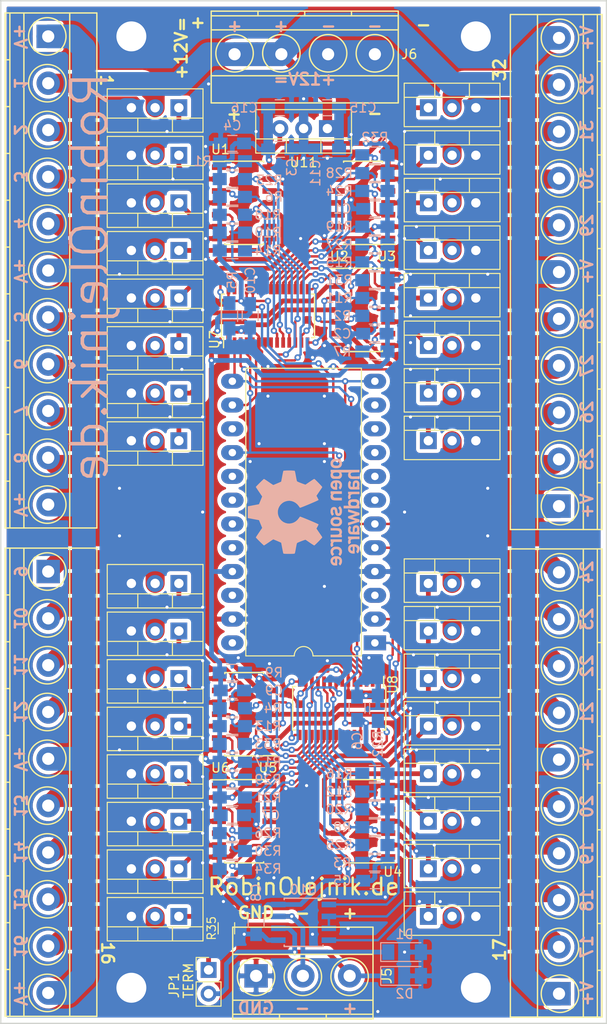
<source format=kicad_pcb>
(kicad_pcb (version 4) (host pcbnew 4.0.7)
  (layers (0 F.Cu signal) (31 B.Cu signal) (36 B.SilkS user) (37 F.SilkS user) (38 B.Mask user) (39 F.Mask user) (44 Edge.Cuts user))
  (net 0 "")
  (net 1 "Net-(Q1-Pad1)")
  (net 2 /L01)
  (net 3 GND)
  (net 4 "Net-(Q2-Pad1)")
  (net 5 /L09)
  (net 6 "Net-(Q3-Pad1)")
  (net 7 /L17)
  (net 8 "Net-(Q4-Pad1)")
  (net 9 /L25)
  (net 10 "Net-(Q5-Pad1)")
  (net 11 /L02)
  (net 12 "Net-(Q6-Pad1)")
  (net 13 /L10)
  (net 14 "Net-(Q7-Pad1)")
  (net 15 /L18)
  (net 16 "Net-(Q8-Pad1)")
  (net 17 /L26)
  (net 18 "Net-(Q9-Pad1)")
  (net 19 /L03)
  (net 20 "Net-(Q10-Pad1)")
  (net 21 /L11)
  (net 22 "Net-(Q11-Pad1)")
  (net 23 /L19)
  (net 24 "Net-(Q12-Pad1)")
  (net 25 /L27)
  (net 26 "Net-(Q13-Pad1)")
  (net 27 /L04)
  (net 28 "Net-(Q14-Pad1)")
  (net 29 /L12)
  (net 30 "Net-(Q15-Pad1)")
  (net 31 /L20)
  (net 32 "Net-(Q16-Pad1)")
  (net 33 /L28)
  (net 34 "Net-(Q17-Pad1)")
  (net 35 /L05)
  (net 36 "Net-(Q18-Pad1)")
  (net 37 /L13)
  (net 38 "Net-(Q19-Pad1)")
  (net 39 /L21)
  (net 40 "Net-(Q20-Pad1)")
  (net 41 /L29)
  (net 42 "Net-(Q21-Pad1)")
  (net 43 /L06)
  (net 44 "Net-(Q22-Pad1)")
  (net 45 /L14)
  (net 46 "Net-(Q23-Pad1)")
  (net 47 /L22)
  (net 48 "Net-(Q24-Pad1)")
  (net 49 /L30)
  (net 50 "Net-(Q25-Pad1)")
  (net 51 /L07)
  (net 52 "Net-(Q26-Pad1)")
  (net 53 /L15)
  (net 54 "Net-(Q27-Pad1)")
  (net 55 /L23)
  (net 56 "Net-(Q28-Pad1)")
  (net 57 /L31)
  (net 58 "Net-(Q29-Pad1)")
  (net 59 /L08)
  (net 60 "Net-(Q30-Pad1)")
  (net 61 /L16)
  (net 62 "Net-(Q31-Pad1)")
  (net 63 /L24)
  (net 64 "Net-(Q32-Pad1)")
  (net 65 /L32)
  (net 66 /02)
  (net 67 /16)
  (net 68 /03)
  (net 69 /04)
  (net 70 /05)
  (net 71 /06)
  (net 72 /07)
  (net 73 "Net-(R5-Pad2)")
  (net 74 /08)
  (net 75 VCC)
  (net 76 /09)
  (net 77 /10)
  (net 78 /11)
  (net 79 /12)
  (net 80 /13)
  (net 81 /14)
  (net 82 /15)
  (net 83 /01)
  (net 84 /18)
  (net 85 /32)
  (net 86 /19)
  (net 87 /20)
  (net 88 /21)
  (net 89 /22)
  (net 90 /23)
  (net 91 "Net-(R22-Pad2)")
  (net 92 /24)
  (net 93 /25)
  (net 94 /26)
  (net 95 /27)
  (net 96 /28)
  (net 97 /29)
  (net 98 /30)
  (net 99 /31)
  (net 100 /17)
  (net 101 TXD)
  (net 102 RXD)
  (net 103 RS485)
  (net 104 GSCLK)
  (net 105 BLANK)
  (net 106 XLAT)
  (net 107 SCLK)
  (net 108 SIN)
  (net 109 +12V)
  (net 110 "Net-(D1-Pad1)")
  (net 111 "Net-(D2-Pad1)")
  (net 112 "Net-(JP1-Pad1)")
  (net 113 "Net-(U7-Pad24)")
  (module Capacitors_SMD:C_0805_HandSoldering (layer B.Cu) (at 123.825 55.88 180)
    (fp_text reference C4 (at 0 1.905 180) (layer B.SilkS) (effects (justify mirror)))
    (fp_text value 100n)
    (pad 1 smd rect (at -1.25 0 180) (size 1.5 1.25) (layers B.Cu B.Mask) (net 75 VCC))
    (pad 2 smd rect (at 1.25 0 180) (size 1.5 1.25) (layers B.Cu B.Mask) (net 3 GND))
  )
  (module Housings_SOIC:SOIC-14_3.9x8.7mm_Pitch1.27mm (layer F.Cu) (at 137.795 73.66)
    (fp_text reference U2 (at -2.54 -5.715) (layer F.SilkS))
    (fp_text value 74HC04)
    (pad 1 smd rect (at -2.7 -3.81) (size 1.5 0.6) (layers F.Cu F.Mask) (net 72 /07))
    (pad 2 smd rect (at -2.7 -2.54) (size 1.5 0.6) (layers F.Cu F.Mask) (net 50 "Net-(Q25-Pad1)"))
    (pad 3 smd rect (at -2.7 -1.27) (size 1.5 0.6) (layers F.Cu F.Mask) (net 74 /08))
    (pad 4 smd rect (at -2.7 0) (size 1.5 0.6) (layers F.Cu F.Mask) (net 58 "Net-(Q29-Pad1)"))
    (pad 5 smd rect (at -2.7 1.27) (size 1.5 0.6) (layers F.Cu F.Mask) (net 76 /09))
    (pad 6 smd rect (at -2.7 2.54) (size 1.5 0.6) (layers F.Cu F.Mask) (net 4 "Net-(Q2-Pad1)"))
    (pad 7 smd rect (at -2.7 3.81) (size 1.5 0.6) (layers F.Cu F.Mask) (net 3 GND))
    (pad 8 smd rect (at 2.7 3.81) (size 1.5 0.6) (layers F.Cu F.Mask) (net 12 "Net-(Q6-Pad1)"))
    (pad 9 smd rect (at 2.7 2.54) (size 1.5 0.6) (layers F.Cu F.Mask) (net 77 /10))
    (pad 10 smd rect (at 2.7 1.27) (size 1.5 0.6) (layers F.Cu F.Mask) (net 20 "Net-(Q10-Pad1)"))
    (pad 11 smd rect (at 2.7 0) (size 1.5 0.6) (layers F.Cu F.Mask) (net 78 /11))
    (pad 12 smd rect (at 2.7 -1.27) (size 1.5 0.6) (layers F.Cu F.Mask) (net 28 "Net-(Q14-Pad1)"))
    (pad 13 smd rect (at 2.7 -2.54) (size 1.5 0.6) (layers F.Cu F.Mask) (net 79 /12))
    (pad 14 smd rect (at 2.7 -3.81) (size 1.5 0.6) (layers F.Cu F.Mask) (net 75 VCC))
  )
  (module Resistors_SMD:R_0805_HandSoldering (layer B.Cu) (at 139.065 72.39 180)
    (fp_text reference R11 (at 3.81 0 180) (layer B.SilkS) (effects (justify mirror)))
    (fp_text value 10k)
    (pad 1 smd rect (at -1.35 0 180) (size 1.5 1.3) (layers B.Cu B.Mask) (net 75 VCC))
    (pad 2 smd rect (at 1.35 0 180) (size 1.5 1.3) (layers B.Cu B.Mask) (net 78 /11))
  )
  (module Housings_SOIC:SOIC-14_3.9x8.7mm_Pitch1.27mm (layer F.Cu) (at 125.095 62.23)
    (fp_text reference U1 (at -2.54 -5.715) (layer F.SilkS))
    (fp_text value 74HC04)
    (pad 1 smd rect (at -2.7 -3.81) (size 1.5 0.6) (layers F.Cu F.Mask) (net 83 /01))
    (pad 2 smd rect (at -2.7 -2.54) (size 1.5 0.6) (layers F.Cu F.Mask) (net 1 "Net-(Q1-Pad1)"))
    (pad 3 smd rect (at -2.7 -1.27) (size 1.5 0.6) (layers F.Cu F.Mask) (net 66 /02))
    (pad 4 smd rect (at -2.7 0) (size 1.5 0.6) (layers F.Cu F.Mask) (net 10 "Net-(Q5-Pad1)"))
    (pad 5 smd rect (at -2.7 1.27) (size 1.5 0.6) (layers F.Cu F.Mask) (net 68 /03))
    (pad 6 smd rect (at -2.7 2.54) (size 1.5 0.6) (layers F.Cu F.Mask) (net 18 "Net-(Q9-Pad1)"))
    (pad 7 smd rect (at -2.7 3.81) (size 1.5 0.6) (layers F.Cu F.Mask) (net 3 GND))
    (pad 8 smd rect (at 2.7 3.81) (size 1.5 0.6) (layers F.Cu F.Mask) (net 26 "Net-(Q13-Pad1)"))
    (pad 9 smd rect (at 2.7 2.54) (size 1.5 0.6) (layers F.Cu F.Mask) (net 69 /04))
    (pad 10 smd rect (at 2.7 1.27) (size 1.5 0.6) (layers F.Cu F.Mask) (net 34 "Net-(Q17-Pad1)"))
    (pad 11 smd rect (at 2.7 0) (size 1.5 0.6) (layers F.Cu F.Mask) (net 70 /05))
    (pad 12 smd rect (at 2.7 -1.27) (size 1.5 0.6) (layers F.Cu F.Mask) (net 42 "Net-(Q21-Pad1)"))
    (pad 13 smd rect (at 2.7 -2.54) (size 1.5 0.6) (layers F.Cu F.Mask) (net 71 /06))
    (pad 14 smd rect (at 2.7 -3.81) (size 1.5 0.6) (layers F.Cu F.Mask) (net 75 VCC))
  )
  (module Mounting_Holes:MountingHole_3.2mm_M3_ISO7380_Pad (layer F.Cu) (at 113.03 44.45)
    (fp_text reference J10 hide)
    (fp_text value TEST_1P hide)
    (pad 1 thru_hole circle (at 0 0) (size 5.7 5.7) (drill 3.2) (layers *.Cu *.Mask) (net 3 GND))
  )
  (module Resistors_SMD:R_0805_HandSoldering (layer B.Cu) (at 139.065 64.77 180)
    (fp_text reference R19 (at 3.81 0 180) (layer B.SilkS) (effects (justify mirror)))
    (fp_text value 10k)
    (pad 1 smd rect (at -1.35 0 180) (size 1.5 1.3) (layers B.Cu B.Mask) (net 75 VCC))
    (pad 2 smd rect (at 1.35 0 180) (size 1.5 1.3) (layers B.Cu B.Mask) (net 80 /13))
  )
  (module Resistors_SMD:R_0805_HandSoldering (layer B.Cu) (at 139.065 60.96 180)
    (fp_text reference R24 (at 3.81 0 180) (layer B.SilkS) (effects (justify mirror)))
    (fp_text value 10k)
    (pad 1 smd rect (at -1.35 0 180) (size 1.5 1.3) (layers B.Cu B.Mask) (net 75 VCC))
    (pad 2 smd rect (at 1.35 0 180) (size 1.5 1.3) (layers B.Cu B.Mask) (net 81 /14))
  )
  (module Resistors_SMD:R_0805_HandSoldering (layer B.Cu) (at 139.065 130.81 180)
    (fp_text reference R25 (at 3.81 0 180) (layer B.SilkS) (effects (justify mirror)))
    (fp_text value 10k)
    (pad 1 smd rect (at -1.35 0 180) (size 1.5 1.3) (layers B.Cu B.Mask) (net 75 VCC))
    (pad 2 smd rect (at 1.35 0 180) (size 1.5 1.3) (layers B.Cu B.Mask) (net 89 /22))
  )
  (module TO_SOT_Packages_THT:TO-220_Vertical (layer F.Cu) (at 144.78 52.07)
    (fp_text reference Q30 hide)
    (fp_text value IRLZ44N)
    (pad 1 thru_hole rect (at 0 0) (size 1.8 1.8) (drill 1) (layers *.Cu *.Mask) (net 60 "Net-(Q30-Pad1)"))
    (pad 2 thru_hole oval (at 2.54 0) (size 1.8 1.8) (drill 1) (layers *.Cu *.Mask) (net 61 /L16))
    (pad 3 thru_hole oval (at 5.08 0) (size 1.8 1.8) (drill 1) (layers *.Cu *.Mask) (net 3 GND))
  )
  (module TO_SOT_Packages_THT:TO-220_Vertical (layer F.Cu) (at 144.78 82.55)
    (fp_text reference Q6 hide)
    (fp_text value IRLZ44N)
    (pad 1 thru_hole rect (at 0 0) (size 1.8 1.8) (drill 1) (layers *.Cu *.Mask) (net 12 "Net-(Q6-Pad1)"))
    (pad 2 thru_hole oval (at 2.54 0) (size 1.8 1.8) (drill 1) (layers *.Cu *.Mask) (net 13 /L10))
    (pad 3 thru_hole oval (at 5.08 0) (size 1.8 1.8) (drill 1) (layers *.Cu *.Mask) (net 3 GND))
  )
  (module Connectors_Terminal_Blocks:TerminalBlock_Pheonix_MKDS1.5-11pol (layer F.Cu) (at 158.75 94.615 90)
    (fp_text reference J2 hide)
    (fp_text value Conn_01x11 hide)
    (pad 11 thru_hole circle (at 50 0 90) (size 2.5 2.5) (drill 1.3) (layers *.Cu *.Mask) (net 109 +12V))
    (pad 10 thru_hole circle (at 45 0 90) (size 2.5 2.5) (drill 1.3) (layers *.Cu *.Mask) (net 61 /L16))
    (pad 9 thru_hole circle (at 40 0 90) (size 2.5 2.5) (drill 1.3) (layers *.Cu *.Mask) (net 53 /L15))
    (pad 8 thru_hole circle (at 35 0 90) (size 2.5 2.5) (drill 1.3) (layers *.Cu *.Mask) (net 45 /L14))
    (pad 7 thru_hole circle (at 30 0 90) (size 2.5 2.5) (drill 1.3) (layers *.Cu *.Mask) (net 37 /L13))
    (pad 6 thru_hole circle (at 25 0 90) (size 2.5 2.5) (drill 1.3) (layers *.Cu *.Mask) (net 109 +12V))
    (pad 5 thru_hole circle (at 20 0 90) (size 2.5 2.5) (drill 1.3) (layers *.Cu *.Mask) (net 29 /L12))
    (pad 4 thru_hole circle (at 15 0 90) (size 2.5 2.5) (drill 1.3) (layers *.Cu *.Mask) (net 21 /L11))
    (pad 3 thru_hole circle (at 10 0 90) (size 2.5 2.5) (drill 1.3) (layers *.Cu *.Mask) (net 13 /L10))
    (pad 1 thru_hole rect (at 0 0 90) (size 2.5 2.5) (drill 1.3) (layers *.Cu *.Mask) (net 109 +12V))
    (pad 2 thru_hole circle (at 5 0 90) (size 2.5 2.5) (drill 1.3) (layers *.Cu *.Mask) (net 5 /L09))
  )
  (module Housings_DIP:DIP-24_W15.24mm_LongPads (layer F.Cu) (at 139.065 109.22 180)
    (fp_text reference U9 hide)
    (fp_text value ArduinoMini)
    (pad 1 thru_hole rect (at 0 0 180) (size 2.4 1.6) (drill 0.8) (layers *.Cu *.Mask) (net 101 TXD))
    (pad 13 thru_hole oval (at 15.24 27.94 180) (size 2.4 1.6) (drill 0.8) (layers *.Cu *.Mask) (net 105 BLANK))
    (pad 2 thru_hole oval (at 0 2.54 180) (size 2.4 1.6) (drill 0.8) (layers *.Cu *.Mask) (net 102 RXD))
    (pad 14 thru_hole oval (at 15.24 25.4 180) (size 2.4 1.6) (drill 0.8) (layers *.Cu *.Mask) (net 108 SIN))
    (pad 3 thru_hole oval (at 0 5.08 180) (size 2.4 1.6) (drill 0.8) (layers *.Cu *.Mask))
    (pad 15 thru_hole oval (at 15.24 22.86 180) (size 2.4 1.6) (drill 0.8) (layers *.Cu *.Mask))
    (pad 4 thru_hole oval (at 0 7.62 180) (size 2.4 1.6) (drill 0.8) (layers *.Cu *.Mask) (net 3 GND))
    (pad 16 thru_hole oval (at 15.24 20.32 180) (size 2.4 1.6) (drill 0.8) (layers *.Cu *.Mask) (net 107 SCLK))
    (pad 5 thru_hole oval (at 0 10.16 180) (size 2.4 1.6) (drill 0.8) (layers *.Cu *.Mask) (net 103 RS485))
    (pad 17 thru_hole oval (at 15.24 17.78 180) (size 2.4 1.6) (drill 0.8) (layers *.Cu *.Mask))
    (pad 6 thru_hole oval (at 0 12.7 180) (size 2.4 1.6) (drill 0.8) (layers *.Cu *.Mask) (net 104 GSCLK))
    (pad 18 thru_hole oval (at 15.24 15.24 180) (size 2.4 1.6) (drill 0.8) (layers *.Cu *.Mask))
    (pad 7 thru_hole oval (at 0 15.24 180) (size 2.4 1.6) (drill 0.8) (layers *.Cu *.Mask))
    (pad 19 thru_hole oval (at 15.24 12.7 180) (size 2.4 1.6) (drill 0.8) (layers *.Cu *.Mask))
    (pad 8 thru_hole oval (at 0 17.78 180) (size 2.4 1.6) (drill 0.8) (layers *.Cu *.Mask))
    (pad 20 thru_hole oval (at 15.24 10.16 180) (size 2.4 1.6) (drill 0.8) (layers *.Cu *.Mask))
    (pad 9 thru_hole oval (at 0 20.32 180) (size 2.4 1.6) (drill 0.8) (layers *.Cu *.Mask))
    (pad 21 thru_hole oval (at 15.24 7.62 180) (size 2.4 1.6) (drill 0.8) (layers *.Cu *.Mask) (net 75 VCC))
    (pad 10 thru_hole oval (at 0 22.86 180) (size 2.4 1.6) (drill 0.8) (layers *.Cu *.Mask))
    (pad 22 thru_hole oval (at 15.24 5.08 180) (size 2.4 1.6) (drill 0.8) (layers *.Cu *.Mask))
    (pad 11 thru_hole oval (at 0 25.4 180) (size 2.4 1.6) (drill 0.8) (layers *.Cu *.Mask))
    (pad 23 thru_hole oval (at 15.24 2.54 180) (size 2.4 1.6) (drill 0.8) (layers *.Cu *.Mask) (net 3 GND))
    (pad 12 thru_hole oval (at 0 27.94 180) (size 2.4 1.6) (drill 0.8) (layers *.Cu *.Mask) (net 106 XLAT))
    (pad 24 thru_hole oval (at 15.24 0 180) (size 2.4 1.6) (drill 0.8) (layers *.Cu *.Mask))
  )
  (module Housings_SOIC:SOIC-8_3.9x4.9mm_Pitch1.27mm (layer B.Cu) (at 131.445 139.065 180)
    (fp_text reference U10 (at 0 3.5 180) (layer B.SilkS) (effects (justify mirror)))
    (fp_text value SN75176)
    (pad 1 smd rect (at -2.7 1.905 180) (size 1.55 0.6) (layers B.Cu B.Mask) (net 102 RXD))
    (pad 2 smd rect (at -2.7 0.635 180) (size 1.55 0.6) (layers B.Cu B.Mask) (net 103 RS485))
    (pad 3 smd rect (at -2.7 -0.635 180) (size 1.55 0.6) (layers B.Cu B.Mask) (net 103 RS485))
    (pad 4 smd rect (at -2.7 -1.905 180) (size 1.55 0.6) (layers B.Cu B.Mask) (net 101 TXD))
    (pad 5 smd rect (at 2.7 -1.905 180) (size 1.55 0.6) (layers B.Cu B.Mask) (net 3 GND))
    (pad 6 smd rect (at 2.7 -0.635 180) (size 1.55 0.6) (layers B.Cu B.Mask) (net 111 "Net-(D2-Pad1)"))
    (pad 7 smd rect (at 2.7 0.635 180) (size 1.55 0.6) (layers B.Cu B.Mask) (net 110 "Net-(D1-Pad1)"))
    (pad 8 smd rect (at 2.7 1.905 180) (size 1.55 0.6) (layers B.Cu B.Mask) (net 75 VCC))
  )
  (module TO_SOT_Packages_THT:TO-220_Vertical (layer F.Cu) (at 118.11 52.07 180)
    (fp_text reference Q1 hide)
    (fp_text value IRLZ44N)
    (pad 1 thru_hole rect (at 0 0 180) (size 1.8 1.8) (drill 1) (layers *.Cu *.Mask) (net 1 "Net-(Q1-Pad1)"))
    (pad 2 thru_hole oval (at 2.54 0 180) (size 1.8 1.8) (drill 1) (layers *.Cu *.Mask) (net 2 /L01))
    (pad 3 thru_hole oval (at 5.08 0 180) (size 1.8 1.8) (drill 1) (layers *.Cu *.Mask) (net 3 GND))
  )
  (module TO_SOT_Packages_THT:TO-220_Vertical (layer F.Cu) (at 144.78 87.63)
    (fp_text reference Q2 hide)
    (fp_text value IRLZ44N)
    (pad 1 thru_hole rect (at 0 0) (size 1.8 1.8) (drill 1) (layers *.Cu *.Mask) (net 4 "Net-(Q2-Pad1)"))
    (pad 2 thru_hole oval (at 2.54 0) (size 1.8 1.8) (drill 1) (layers *.Cu *.Mask) (net 5 /L09))
    (pad 3 thru_hole oval (at 5.08 0) (size 1.8 1.8) (drill 1) (layers *.Cu *.Mask) (net 3 GND))
  )
  (module TO_SOT_Packages_THT:TO-220_Vertical (layer F.Cu) (at 144.78 138.43)
    (fp_text reference Q3 hide)
    (fp_text value IRLZ44N)
    (pad 1 thru_hole rect (at 0 0) (size 1.8 1.8) (drill 1) (layers *.Cu *.Mask) (net 6 "Net-(Q3-Pad1)"))
    (pad 2 thru_hole oval (at 2.54 0) (size 1.8 1.8) (drill 1) (layers *.Cu *.Mask) (net 7 /L17))
    (pad 3 thru_hole oval (at 5.08 0) (size 1.8 1.8) (drill 1) (layers *.Cu *.Mask) (net 3 GND))
  )
  (module TO_SOT_Packages_THT:TO-220_Vertical (layer F.Cu) (at 118.11 102.87 180)
    (fp_text reference Q4 hide)
    (fp_text value IRLZ44N)
    (pad 1 thru_hole rect (at 0 0 180) (size 1.8 1.8) (drill 1) (layers *.Cu *.Mask) (net 8 "Net-(Q4-Pad1)"))
    (pad 2 thru_hole oval (at 2.54 0 180) (size 1.8 1.8) (drill 1) (layers *.Cu *.Mask) (net 9 /L25))
    (pad 3 thru_hole oval (at 5.08 0 180) (size 1.8 1.8) (drill 1) (layers *.Cu *.Mask) (net 3 GND))
  )
  (module TO_SOT_Packages_THT:TO-220_Vertical (layer F.Cu) (at 118.11 57.15 180)
    (fp_text reference Q5 hide)
    (fp_text value IRLZ44N)
    (pad 1 thru_hole rect (at 0 0 180) (size 1.8 1.8) (drill 1) (layers *.Cu *.Mask) (net 10 "Net-(Q5-Pad1)"))
    (pad 2 thru_hole oval (at 2.54 0 180) (size 1.8 1.8) (drill 1) (layers *.Cu *.Mask) (net 11 /L02))
    (pad 3 thru_hole oval (at 5.08 0 180) (size 1.8 1.8) (drill 1) (layers *.Cu *.Mask) (net 3 GND))
  )
  (module TO_SOT_Packages_THT:TO-220_Vertical (layer F.Cu) (at 144.78 133.35)
    (fp_text reference Q7 hide)
    (fp_text value IRLZ44N)
    (pad 1 thru_hole rect (at 0 0) (size 1.8 1.8) (drill 1) (layers *.Cu *.Mask) (net 14 "Net-(Q7-Pad1)"))
    (pad 2 thru_hole oval (at 2.54 0) (size 1.8 1.8) (drill 1) (layers *.Cu *.Mask) (net 15 /L18))
    (pad 3 thru_hole oval (at 5.08 0) (size 1.8 1.8) (drill 1) (layers *.Cu *.Mask) (net 3 GND))
  )
  (module TO_SOT_Packages_THT:TO-220_Vertical (layer F.Cu) (at 118.11 107.95 180)
    (fp_text reference Q8 hide)
    (fp_text value IRLZ44N)
    (pad 1 thru_hole rect (at 0 0 180) (size 1.8 1.8) (drill 1) (layers *.Cu *.Mask) (net 16 "Net-(Q8-Pad1)"))
    (pad 2 thru_hole oval (at 2.54 0 180) (size 1.8 1.8) (drill 1) (layers *.Cu *.Mask) (net 17 /L26))
    (pad 3 thru_hole oval (at 5.08 0 180) (size 1.8 1.8) (drill 1) (layers *.Cu *.Mask) (net 3 GND))
  )
  (module TO_SOT_Packages_THT:TO-220_Vertical (layer F.Cu) (at 118.11 62.23 180)
    (fp_text reference Q9 hide)
    (fp_text value IRLZ44N)
    (pad 1 thru_hole rect (at 0 0 180) (size 1.8 1.8) (drill 1) (layers *.Cu *.Mask) (net 18 "Net-(Q9-Pad1)"))
    (pad 2 thru_hole oval (at 2.54 0 180) (size 1.8 1.8) (drill 1) (layers *.Cu *.Mask) (net 19 /L03))
    (pad 3 thru_hole oval (at 5.08 0 180) (size 1.8 1.8) (drill 1) (layers *.Cu *.Mask) (net 3 GND))
  )
  (module TO_SOT_Packages_THT:TO-220_Vertical (layer F.Cu) (at 144.78 77.47)
    (fp_text reference Q10 hide)
    (fp_text value IRLZ44N)
    (pad 1 thru_hole rect (at 0 0) (size 1.8 1.8) (drill 1) (layers *.Cu *.Mask) (net 20 "Net-(Q10-Pad1)"))
    (pad 2 thru_hole oval (at 2.54 0) (size 1.8 1.8) (drill 1) (layers *.Cu *.Mask) (net 21 /L11))
    (pad 3 thru_hole oval (at 5.08 0) (size 1.8 1.8) (drill 1) (layers *.Cu *.Mask) (net 3 GND))
  )
  (module TO_SOT_Packages_THT:TO-220_Vertical (layer F.Cu) (at 144.78 128.27)
    (fp_text reference Q11 hide)
    (fp_text value IRLZ44N)
    (pad 1 thru_hole rect (at 0 0) (size 1.8 1.8) (drill 1) (layers *.Cu *.Mask) (net 22 "Net-(Q11-Pad1)"))
    (pad 2 thru_hole oval (at 2.54 0) (size 1.8 1.8) (drill 1) (layers *.Cu *.Mask) (net 23 /L19))
    (pad 3 thru_hole oval (at 5.08 0) (size 1.8 1.8) (drill 1) (layers *.Cu *.Mask) (net 3 GND))
  )
  (module TO_SOT_Packages_THT:TO-220_Vertical (layer F.Cu) (at 118.11 113.03 180)
    (fp_text reference Q12 hide)
    (fp_text value IRLZ44N)
    (pad 1 thru_hole rect (at 0 0 180) (size 1.8 1.8) (drill 1) (layers *.Cu *.Mask) (net 24 "Net-(Q12-Pad1)"))
    (pad 2 thru_hole oval (at 2.54 0 180) (size 1.8 1.8) (drill 1) (layers *.Cu *.Mask) (net 25 /L27))
    (pad 3 thru_hole oval (at 5.08 0 180) (size 1.8 1.8) (drill 1) (layers *.Cu *.Mask) (net 3 GND))
  )
  (module TO_SOT_Packages_THT:TO-220_Vertical (layer F.Cu) (at 118.11 67.31 180)
    (fp_text reference Q13 hide)
    (fp_text value IRLZ44N)
    (pad 1 thru_hole rect (at 0 0 180) (size 1.8 1.8) (drill 1) (layers *.Cu *.Mask) (net 26 "Net-(Q13-Pad1)"))
    (pad 2 thru_hole oval (at 2.54 0 180) (size 1.8 1.8) (drill 1) (layers *.Cu *.Mask) (net 27 /L04))
    (pad 3 thru_hole oval (at 5.08 0 180) (size 1.8 1.8) (drill 1) (layers *.Cu *.Mask) (net 3 GND))
  )
  (module TO_SOT_Packages_THT:TO-220_Vertical (layer F.Cu) (at 144.78 72.39)
    (fp_text reference Q14 hide)
    (fp_text value IRLZ44N)
    (pad 1 thru_hole rect (at 0 0) (size 1.8 1.8) (drill 1) (layers *.Cu *.Mask) (net 28 "Net-(Q14-Pad1)"))
    (pad 2 thru_hole oval (at 2.54 0) (size 1.8 1.8) (drill 1) (layers *.Cu *.Mask) (net 29 /L12))
    (pad 3 thru_hole oval (at 5.08 0) (size 1.8 1.8) (drill 1) (layers *.Cu *.Mask) (net 3 GND))
  )
  (module TO_SOT_Packages_THT:TO-220_Vertical (layer F.Cu) (at 144.78 123.19)
    (fp_text reference Q15 hide)
    (fp_text value IRLZ44N)
    (pad 1 thru_hole rect (at 0 0) (size 1.8 1.8) (drill 1) (layers *.Cu *.Mask) (net 30 "Net-(Q15-Pad1)"))
    (pad 2 thru_hole oval (at 2.54 0) (size 1.8 1.8) (drill 1) (layers *.Cu *.Mask) (net 31 /L20))
    (pad 3 thru_hole oval (at 5.08 0) (size 1.8 1.8) (drill 1) (layers *.Cu *.Mask) (net 3 GND))
  )
  (module TO_SOT_Packages_THT:TO-220_Vertical (layer F.Cu) (at 118.11 118.11 180)
    (fp_text reference Q16 hide)
    (fp_text value IRLZ44N)
    (pad 1 thru_hole rect (at 0 0 180) (size 1.8 1.8) (drill 1) (layers *.Cu *.Mask) (net 32 "Net-(Q16-Pad1)"))
    (pad 2 thru_hole oval (at 2.54 0 180) (size 1.8 1.8) (drill 1) (layers *.Cu *.Mask) (net 33 /L28))
    (pad 3 thru_hole oval (at 5.08 0 180) (size 1.8 1.8) (drill 1) (layers *.Cu *.Mask) (net 3 GND))
  )
  (module TO_SOT_Packages_THT:TO-220_Vertical (layer F.Cu) (at 118.11 72.39 180)
    (fp_text reference Q17 hide)
    (fp_text value IRLZ44N)
    (pad 1 thru_hole rect (at 0 0 180) (size 1.8 1.8) (drill 1) (layers *.Cu *.Mask) (net 34 "Net-(Q17-Pad1)"))
    (pad 2 thru_hole oval (at 2.54 0 180) (size 1.8 1.8) (drill 1) (layers *.Cu *.Mask) (net 35 /L05))
    (pad 3 thru_hole oval (at 5.08 0 180) (size 1.8 1.8) (drill 1) (layers *.Cu *.Mask) (net 3 GND))
  )
  (module TO_SOT_Packages_THT:TO-220_Vertical (layer F.Cu) (at 144.78 67.31)
    (fp_text reference Q18 hide)
    (fp_text value IRLZ44N)
    (pad 1 thru_hole rect (at 0 0) (size 1.8 1.8) (drill 1) (layers *.Cu *.Mask) (net 36 "Net-(Q18-Pad1)"))
    (pad 2 thru_hole oval (at 2.54 0) (size 1.8 1.8) (drill 1) (layers *.Cu *.Mask) (net 37 /L13))
    (pad 3 thru_hole oval (at 5.08 0) (size 1.8 1.8) (drill 1) (layers *.Cu *.Mask) (net 3 GND))
  )
  (module TO_SOT_Packages_THT:TO-220_Vertical (layer F.Cu) (at 144.78 118.11)
    (fp_text reference Q19 hide)
    (fp_text value IRLZ44N)
    (pad 1 thru_hole rect (at 0 0) (size 1.8 1.8) (drill 1) (layers *.Cu *.Mask) (net 38 "Net-(Q19-Pad1)"))
    (pad 2 thru_hole oval (at 2.54 0) (size 1.8 1.8) (drill 1) (layers *.Cu *.Mask) (net 39 /L21))
    (pad 3 thru_hole oval (at 5.08 0) (size 1.8 1.8) (drill 1) (layers *.Cu *.Mask) (net 3 GND))
  )
  (module TO_SOT_Packages_THT:TO-220_Vertical (layer F.Cu) (at 118.11 123.19 180)
    (fp_text reference Q20 hide)
    (fp_text value IRLZ44N)
    (pad 1 thru_hole rect (at 0 0 180) (size 1.8 1.8) (drill 1) (layers *.Cu *.Mask) (net 40 "Net-(Q20-Pad1)"))
    (pad 2 thru_hole oval (at 2.54 0 180) (size 1.8 1.8) (drill 1) (layers *.Cu *.Mask) (net 41 /L29))
    (pad 3 thru_hole oval (at 5.08 0 180) (size 1.8 1.8) (drill 1) (layers *.Cu *.Mask) (net 3 GND))
  )
  (module TO_SOT_Packages_THT:TO-220_Vertical (layer F.Cu) (at 118.11 77.47 180)
    (fp_text reference Q21 hide)
    (fp_text value IRLZ44N)
    (pad 1 thru_hole rect (at 0 0 180) (size 1.8 1.8) (drill 1) (layers *.Cu *.Mask) (net 42 "Net-(Q21-Pad1)"))
    (pad 2 thru_hole oval (at 2.54 0 180) (size 1.8 1.8) (drill 1) (layers *.Cu *.Mask) (net 43 /L06))
    (pad 3 thru_hole oval (at 5.08 0 180) (size 1.8 1.8) (drill 1) (layers *.Cu *.Mask) (net 3 GND))
  )
  (module TO_SOT_Packages_THT:TO-220_Vertical (layer F.Cu) (at 144.78 62.23)
    (fp_text reference Q22 hide)
    (fp_text value IRLZ44N)
    (pad 1 thru_hole rect (at 0 0) (size 1.8 1.8) (drill 1) (layers *.Cu *.Mask) (net 44 "Net-(Q22-Pad1)"))
    (pad 2 thru_hole oval (at 2.54 0) (size 1.8 1.8) (drill 1) (layers *.Cu *.Mask) (net 45 /L14))
    (pad 3 thru_hole oval (at 5.08 0) (size 1.8 1.8) (drill 1) (layers *.Cu *.Mask) (net 3 GND))
  )
  (module TO_SOT_Packages_THT:TO-220_Vertical (layer F.Cu) (at 144.78 113.03)
    (fp_text reference Q23 hide)
    (fp_text value IRLZ44N)
    (pad 1 thru_hole rect (at 0 0) (size 1.8 1.8) (drill 1) (layers *.Cu *.Mask) (net 46 "Net-(Q23-Pad1)"))
    (pad 2 thru_hole oval (at 2.54 0) (size 1.8 1.8) (drill 1) (layers *.Cu *.Mask) (net 47 /L22))
    (pad 3 thru_hole oval (at 5.08 0) (size 1.8 1.8) (drill 1) (layers *.Cu *.Mask) (net 3 GND))
  )
  (module TO_SOT_Packages_THT:TO-220_Vertical (layer F.Cu) (at 118.11 128.27 180)
    (fp_text reference Q24 hide)
    (fp_text value IRLZ44N)
    (pad 1 thru_hole rect (at 0 0 180) (size 1.8 1.8) (drill 1) (layers *.Cu *.Mask) (net 48 "Net-(Q24-Pad1)"))
    (pad 2 thru_hole oval (at 2.54 0 180) (size 1.8 1.8) (drill 1) (layers *.Cu *.Mask) (net 49 /L30))
    (pad 3 thru_hole oval (at 5.08 0 180) (size 1.8 1.8) (drill 1) (layers *.Cu *.Mask) (net 3 GND))
  )
  (module TO_SOT_Packages_THT:TO-220_Vertical (layer F.Cu) (at 118.11 82.55 180)
    (fp_text reference Q25 hide)
    (fp_text value IRLZ44N)
    (pad 1 thru_hole rect (at 0 0 180) (size 1.8 1.8) (drill 1) (layers *.Cu *.Mask) (net 50 "Net-(Q25-Pad1)"))
    (pad 2 thru_hole oval (at 2.54 0 180) (size 1.8 1.8) (drill 1) (layers *.Cu *.Mask) (net 51 /L07))
    (pad 3 thru_hole oval (at 5.08 0 180) (size 1.8 1.8) (drill 1) (layers *.Cu *.Mask) (net 3 GND))
  )
  (module TO_SOT_Packages_THT:TO-220_Vertical (layer F.Cu) (at 144.78 57.15)
    (fp_text reference Q26 hide)
    (fp_text value IRLZ44N)
    (pad 1 thru_hole rect (at 0 0) (size 1.8 1.8) (drill 1) (layers *.Cu *.Mask) (net 52 "Net-(Q26-Pad1)"))
    (pad 2 thru_hole oval (at 2.54 0) (size 1.8 1.8) (drill 1) (layers *.Cu *.Mask) (net 53 /L15))
    (pad 3 thru_hole oval (at 5.08 0) (size 1.8 1.8) (drill 1) (layers *.Cu *.Mask) (net 3 GND))
  )
  (module TO_SOT_Packages_THT:TO-220_Vertical (layer F.Cu) (at 144.78 107.95)
    (fp_text reference Q27 hide)
    (fp_text value IRLZ44N)
    (pad 1 thru_hole rect (at 0 0) (size 1.8 1.8) (drill 1) (layers *.Cu *.Mask) (net 54 "Net-(Q27-Pad1)"))
    (pad 2 thru_hole oval (at 2.54 0) (size 1.8 1.8) (drill 1) (layers *.Cu *.Mask) (net 55 /L23))
    (pad 3 thru_hole oval (at 5.08 0) (size 1.8 1.8) (drill 1) (layers *.Cu *.Mask) (net 3 GND))
  )
  (module TO_SOT_Packages_THT:TO-220_Vertical (layer F.Cu) (at 118.11 133.35 180)
    (fp_text reference Q28 hide)
    (fp_text value IRLZ44N)
    (pad 1 thru_hole rect (at 0 0 180) (size 1.8 1.8) (drill 1) (layers *.Cu *.Mask) (net 56 "Net-(Q28-Pad1)"))
    (pad 2 thru_hole oval (at 2.54 0 180) (size 1.8 1.8) (drill 1) (layers *.Cu *.Mask) (net 57 /L31))
    (pad 3 thru_hole oval (at 5.08 0 180) (size 1.8 1.8) (drill 1) (layers *.Cu *.Mask) (net 3 GND))
  )
  (module TO_SOT_Packages_THT:TO-220_Vertical (layer F.Cu) (at 118.11 87.63 180)
    (fp_text reference Q29 hide)
    (fp_text value IRLZ44N)
    (pad 1 thru_hole rect (at 0 0 180) (size 1.8 1.8) (drill 1) (layers *.Cu *.Mask) (net 58 "Net-(Q29-Pad1)"))
    (pad 2 thru_hole oval (at 2.54 0 180) (size 1.8 1.8) (drill 1) (layers *.Cu *.Mask) (net 59 /L08))
    (pad 3 thru_hole oval (at 5.08 0 180) (size 1.8 1.8) (drill 1) (layers *.Cu *.Mask) (net 3 GND))
  )
  (module TO_SOT_Packages_THT:TO-220_Vertical (layer F.Cu) (at 144.78 102.87)
    (fp_text reference Q31 hide)
    (fp_text value IRLZ44N)
    (pad 1 thru_hole rect (at 0 0) (size 1.8 1.8) (drill 1) (layers *.Cu *.Mask) (net 62 "Net-(Q31-Pad1)"))
    (pad 2 thru_hole oval (at 2.54 0) (size 1.8 1.8) (drill 1) (layers *.Cu *.Mask) (net 63 /L24))
    (pad 3 thru_hole oval (at 5.08 0) (size 1.8 1.8) (drill 1) (layers *.Cu *.Mask) (net 3 GND))
  )
  (module TO_SOT_Packages_THT:TO-220_Vertical (layer F.Cu) (at 118.11 138.43 180)
    (fp_text reference Q32 hide)
    (fp_text value IRLZ44N)
    (pad 1 thru_hole rect (at 0 0 180) (size 1.8 1.8) (drill 1) (layers *.Cu *.Mask) (net 64 "Net-(Q32-Pad1)"))
    (pad 2 thru_hole oval (at 2.54 0 180) (size 1.8 1.8) (drill 1) (layers *.Cu *.Mask) (net 65 /L32))
    (pad 3 thru_hole oval (at 5.08 0 180) (size 1.8 1.8) (drill 1) (layers *.Cu *.Mask) (net 3 GND))
  )
  (module Connectors_Terminal_Blocks:TerminalBlock_Pheonix_MKDS1.5-11pol (layer F.Cu) (at 104.14 44.45 270)
    (fp_text reference J1 hide)
    (fp_text value Conn_01x11 hide)
    (pad 11 thru_hole circle (at 50 0 270) (size 2.5 2.5) (drill 1.3) (layers *.Cu *.Mask) (net 109 +12V))
    (pad 10 thru_hole circle (at 45 0 270) (size 2.5 2.5) (drill 1.3) (layers *.Cu *.Mask) (net 59 /L08))
    (pad 9 thru_hole circle (at 40 0 270) (size 2.5 2.5) (drill 1.3) (layers *.Cu *.Mask) (net 51 /L07))
    (pad 8 thru_hole circle (at 35 0 270) (size 2.5 2.5) (drill 1.3) (layers *.Cu *.Mask) (net 43 /L06))
    (pad 7 thru_hole circle (at 30 0 270) (size 2.5 2.5) (drill 1.3) (layers *.Cu *.Mask) (net 35 /L05))
    (pad 6 thru_hole circle (at 25 0 270) (size 2.5 2.5) (drill 1.3) (layers *.Cu *.Mask) (net 109 +12V))
    (pad 5 thru_hole circle (at 20 0 270) (size 2.5 2.5) (drill 1.3) (layers *.Cu *.Mask) (net 27 /L04))
    (pad 4 thru_hole circle (at 15 0 270) (size 2.5 2.5) (drill 1.3) (layers *.Cu *.Mask) (net 19 /L03))
    (pad 3 thru_hole circle (at 10 0 270) (size 2.5 2.5) (drill 1.3) (layers *.Cu *.Mask) (net 11 /L02))
    (pad 1 thru_hole rect (at 0 0 270) (size 2.5 2.5) (drill 1.3) (layers *.Cu *.Mask) (net 109 +12V))
    (pad 2 thru_hole circle (at 5 0 270) (size 2.5 2.5) (drill 1.3) (layers *.Cu *.Mask) (net 2 /L01))
  )
  (module Resistors_SMD:R_0805_HandSoldering (layer B.Cu) (at 123.825 57.785)
    (fp_text reference R1 (at -3.175 0) (layer B.SilkS) (effects (justify mirror)))
    (fp_text value 10k)
    (pad 1 smd rect (at -1.35 0) (size 1.5 1.3) (layers B.Cu B.Mask) (net 75 VCC))
    (pad 2 smd rect (at 1.35 0) (size 1.5 1.3) (layers B.Cu B.Mask) (net 83 /01))
  )
  (module Resistors_SMD:R_0805_HandSoldering (layer B.Cu) (at 139.065 74.295 180)
    (fp_text reference R2 (at 3.4925 0 180) (layer B.SilkS) (effects (justify mirror)))
    (fp_text value 10k)
    (pad 1 smd rect (at -1.35 0 180) (size 1.5 1.3) (layers B.Cu B.Mask) (net 75 VCC))
    (pad 2 smd rect (at 1.35 0 180) (size 1.5 1.3) (layers B.Cu B.Mask) (net 76 /09))
  )
  (module Resistors_SMD:R_0805_HandSoldering (layer B.Cu) (at 139.065 132.715 180)
    (fp_text reference R3 (at 3.4925 0 180) (layer B.SilkS) (effects (justify mirror)))
    (fp_text value 10k)
    (pad 1 smd rect (at -1.35 0 180) (size 1.5 1.3) (layers B.Cu B.Mask) (net 75 VCC))
    (pad 2 smd rect (at 1.35 0 180) (size 1.5 1.3) (layers B.Cu B.Mask) (net 100 /17))
  )
  (module Resistors_SMD:R_0805_HandSoldering (layer B.Cu) (at 123.825 116.205)
    (fp_text reference R4 (at 4.318 0) (layer B.SilkS) (effects (justify mirror)))
    (fp_text value 10k)
    (pad 1 smd rect (at -1.35 0) (size 1.5 1.3) (layers B.Cu B.Mask) (net 75 VCC))
    (pad 2 smd rect (at 1.35 0) (size 1.5 1.3) (layers B.Cu B.Mask) (net 93 /25))
  )
  (module Resistors_SMD:R_0805_HandSoldering (layer B.Cu) (at 123.5075 74.295 90)
    (fp_text reference R5 (at 3.81 0.3175 90) (layer B.SilkS) (effects (justify mirror)))
    (fp_text value 10k)
    (pad 1 smd rect (at -1.35 0 90) (size 1.5 1.3) (layers B.Cu B.Mask) (net 3 GND))
    (pad 2 smd rect (at 1.35 0 90) (size 1.5 1.3) (layers B.Cu B.Mask) (net 73 "Net-(R5-Pad2)"))
  )
  (module Resistors_SMD:R_0805_HandSoldering (layer B.Cu) (at 123.825 61.595)
    (fp_text reference R6 (at 4.445 0) (layer B.SilkS) (effects (justify mirror)))
    (fp_text value 10k)
    (pad 1 smd rect (at -1.35 0) (size 1.5 1.3) (layers B.Cu B.Mask) (net 75 VCC))
    (pad 2 smd rect (at 1.35 0) (size 1.5 1.3) (layers B.Cu B.Mask) (net 66 /02))
  )
  (module Resistors_SMD:R_0805_HandSoldering (layer B.Cu) (at 139.065 78.105 180)
    (fp_text reference R7 (at 3.4925 0 180) (layer B.SilkS) (effects (justify mirror)))
    (fp_text value 10k)
    (pad 1 smd rect (at -1.35 0 180) (size 1.5 1.3) (layers B.Cu B.Mask) (net 75 VCC))
    (pad 2 smd rect (at 1.35 0 180) (size 1.5 1.3) (layers B.Cu B.Mask) (net 77 /10))
  )
  (module Resistors_SMD:R_0805_HandSoldering (layer B.Cu) (at 139.065 128.905 180)
    (fp_text reference R8 (at 3.4925 0 180) (layer B.SilkS) (effects (justify mirror)))
    (fp_text value 10k)
    (pad 1 smd rect (at -1.35 0 180) (size 1.5 1.3) (layers B.Cu B.Mask) (net 75 VCC))
    (pad 2 smd rect (at 1.35 0 180) (size 1.5 1.3) (layers B.Cu B.Mask) (net 84 /18))
  )
  (module Resistors_SMD:R_0805_HandSoldering (layer B.Cu) (at 123.825 112.395)
    (fp_text reference R9 (at 4.445 0) (layer B.SilkS) (effects (justify mirror)))
    (fp_text value 10k)
    (pad 1 smd rect (at -1.35 0) (size 1.5 1.3) (layers B.Cu B.Mask) (net 75 VCC))
    (pad 2 smd rect (at 1.35 0) (size 1.5 1.3) (layers B.Cu B.Mask) (net 94 /26))
  )
  (module Resistors_SMD:R_0805_HandSoldering (layer B.Cu) (at 123.825 65.405)
    (fp_text reference R10 (at 3.81 0) (layer B.SilkS) (effects (justify mirror)))
    (fp_text value 10k)
    (pad 1 smd rect (at -1.35 0) (size 1.5 1.3) (layers B.Cu B.Mask) (net 75 VCC))
    (pad 2 smd rect (at 1.35 0) (size 1.5 1.3) (layers B.Cu B.Mask) (net 68 /03))
  )
  (module Resistors_SMD:R_0805_HandSoldering (layer B.Cu) (at 139.065 125.095 180)
    (fp_text reference R12 (at 3.81 0 180) (layer B.SilkS) (effects (justify mirror)))
    (fp_text value 10k)
    (pad 1 smd rect (at -1.35 0 180) (size 1.5 1.3) (layers B.Cu B.Mask) (net 75 VCC))
    (pad 2 smd rect (at 1.35 0 180) (size 1.5 1.3) (layers B.Cu B.Mask) (net 86 /19))
  )
  (module Resistors_SMD:R_0805_HandSoldering (layer B.Cu) (at 123.825 118.11)
    (fp_text reference R13 (at 3.81 0) (layer B.SilkS) (effects (justify mirror)))
    (fp_text value 10k)
    (pad 1 smd rect (at -1.35 0) (size 1.5 1.3) (layers B.Cu B.Mask) (net 75 VCC))
    (pad 2 smd rect (at 1.35 0) (size 1.5 1.3) (layers B.Cu B.Mask) (net 95 /27))
  )
  (module Resistors_SMD:R_0805_HandSoldering (layer B.Cu) (at 123.825 67.31)
    (fp_text reference R14 (at 3.81 0) (layer B.SilkS) (effects (justify mirror)))
    (fp_text value 10k)
    (pad 1 smd rect (at -1.35 0) (size 1.5 1.3) (layers B.Cu B.Mask) (net 75 VCC))
    (pad 2 smd rect (at 1.35 0) (size 1.5 1.3) (layers B.Cu B.Mask) (net 69 /04))
  )
  (module Resistors_SMD:R_0805_HandSoldering (layer B.Cu) (at 139.065 68.58 180)
    (fp_text reference R15 (at 3.81 0 180) (layer B.SilkS) (effects (justify mirror)))
    (fp_text value 10k)
    (pad 1 smd rect (at -1.35 0 180) (size 1.5 1.3) (layers B.Cu B.Mask) (net 75 VCC))
    (pad 2 smd rect (at 1.35 0 180) (size 1.5 1.3) (layers B.Cu B.Mask) (net 79 /12))
  )
  (module Resistors_SMD:R_0805_HandSoldering (layer B.Cu) (at 139.065 123.19 180)
    (fp_text reference R16 (at 3.81 0 180) (layer B.SilkS) (effects (justify mirror)))
    (fp_text value 10k)
    (pad 1 smd rect (at -1.35 0 180) (size 1.5 1.3) (layers B.Cu B.Mask) (net 75 VCC))
    (pad 2 smd rect (at 1.35 0 180) (size 1.5 1.3) (layers B.Cu B.Mask) (net 87 /20))
  )
  (module Resistors_SMD:R_0805_HandSoldering (layer B.Cu) (at 123.825 121.92)
    (fp_text reference R17 (at 3.81 0) (layer B.SilkS) (effects (justify mirror)))
    (fp_text value 10k)
    (pad 1 smd rect (at -1.35 0) (size 1.5 1.3) (layers B.Cu B.Mask) (net 75 VCC))
    (pad 2 smd rect (at 1.35 0) (size 1.5 1.3) (layers B.Cu B.Mask) (net 96 /28))
  )
  (module Resistors_SMD:R_0805_HandSoldering (layer B.Cu) (at 123.825 63.5)
    (fp_text reference R18 (at 3.81 0) (layer B.SilkS) (effects (justify mirror)))
    (fp_text value 10k)
    (pad 1 smd rect (at -1.35 0) (size 1.5 1.3) (layers B.Cu B.Mask) (net 75 VCC))
    (pad 2 smd rect (at 1.35 0) (size 1.5 1.3) (layers B.Cu B.Mask) (net 70 /05))
  )
  (module Resistors_SMD:R_0805_HandSoldering (layer B.Cu) (at 139.065 127 180)
    (fp_text reference R20 (at 3.81 0 180) (layer B.SilkS) (effects (justify mirror)))
    (fp_text value 10k)
    (pad 1 smd rect (at -1.35 0 180) (size 1.5 1.3) (layers B.Cu B.Mask) (net 75 VCC))
    (pad 2 smd rect (at 1.35 0 180) (size 1.5 1.3) (layers B.Cu B.Mask) (net 88 /21))
  )
  (module Resistors_SMD:R_0805_HandSoldering (layer B.Cu) (at 123.825 125.73)
    (fp_text reference R21 (at 3.81 0) (layer B.SilkS) (effects (justify mirror)))
    (fp_text value 10k)
    (pad 1 smd rect (at -1.35 0) (size 1.5 1.3) (layers B.Cu B.Mask) (net 75 VCC))
    (pad 2 smd rect (at 1.35 0) (size 1.5 1.3) (layers B.Cu B.Mask) (net 97 /29))
  )
  (module Resistors_SMD:R_0805_HandSoldering (layer B.Cu) (at 139.3825 116.205 270)
    (fp_text reference R22 (at 3.81 0 270) (layer B.SilkS) (effects (justify mirror)))
    (fp_text value 10k)
    (pad 1 smd rect (at -1.35 0 270) (size 1.5 1.3) (layers B.Cu B.Mask) (net 3 GND))
    (pad 2 smd rect (at 1.35 0 270) (size 1.5 1.3) (layers B.Cu B.Mask) (net 91 "Net-(R22-Pad2)"))
  )
  (module Resistors_SMD:R_0805_HandSoldering (layer B.Cu) (at 123.825 59.69)
    (fp_text reference R23 (at 3.937 0.127) (layer B.SilkS) (effects (justify mirror)))
    (fp_text value 10k)
    (pad 1 smd rect (at -1.35 0) (size 1.5 1.3) (layers B.Cu B.Mask) (net 75 VCC))
    (pad 2 smd rect (at 1.35 0) (size 1.5 1.3) (layers B.Cu B.Mask) (net 71 /06))
  )
  (module Resistors_SMD:R_0805_HandSoldering (layer B.Cu) (at 123.825 129.54)
    (fp_text reference R26 (at 3.81 0) (layer B.SilkS) (effects (justify mirror)))
    (fp_text value 10k)
    (pad 1 smd rect (at -1.35 0) (size 1.5 1.3) (layers B.Cu B.Mask) (net 75 VCC))
    (pad 2 smd rect (at 1.35 0) (size 1.5 1.3) (layers B.Cu B.Mask) (net 98 /30))
  )
  (module Resistors_SMD:R_0805_HandSoldering (layer B.Cu) (at 139.065 66.675 180)
    (fp_text reference R27 (at 3.81 0 180) (layer B.SilkS) (effects (justify mirror)))
    (fp_text value 10k)
    (pad 1 smd rect (at -1.35 0 180) (size 1.5 1.3) (layers B.Cu B.Mask) (net 75 VCC))
    (pad 2 smd rect (at 1.35 0 180) (size 1.5 1.3) (layers B.Cu B.Mask) (net 72 /07))
  )
  (module Resistors_SMD:R_0805_HandSoldering (layer B.Cu) (at 139.065 59.055 180)
    (fp_text reference R28 (at 3.81 0 180) (layer B.SilkS) (effects (justify mirror)))
    (fp_text value 10k)
    (pad 1 smd rect (at -1.35 0 180) (size 1.5 1.3) (layers B.Cu B.Mask) (net 75 VCC))
    (pad 2 smd rect (at 1.35 0 180) (size 1.5 1.3) (layers B.Cu B.Mask) (net 82 /15))
  )
  (module Resistors_SMD:R_0805_HandSoldering (layer B.Cu) (at 123.825 123.825)
    (fp_text reference R29 (at 3.81 0) (layer B.SilkS) (effects (justify mirror)))
    (fp_text value 10k)
    (pad 1 smd rect (at -1.35 0) (size 1.5 1.3) (layers B.Cu B.Mask) (net 75 VCC))
    (pad 2 smd rect (at 1.35 0) (size 1.5 1.3) (layers B.Cu B.Mask) (net 90 /23))
  )
  (module Resistors_SMD:R_0805_HandSoldering (layer B.Cu) (at 123.825 131.445)
    (fp_text reference R30 (at 3.81 0) (layer B.SilkS) (effects (justify mirror)))
    (fp_text value 10k)
    (pad 1 smd rect (at -1.35 0) (size 1.5 1.3) (layers B.Cu B.Mask) (net 75 VCC))
    (pad 2 smd rect (at 1.35 0) (size 1.5 1.3) (layers B.Cu B.Mask) (net 99 /31))
  )
  (module Resistors_SMD:R_0805_HandSoldering (layer B.Cu) (at 139.065 70.485 180)
    (fp_text reference R31 (at 3.81 0 180) (layer B.SilkS) (effects (justify mirror)))
    (fp_text value 10k)
    (pad 1 smd rect (at -1.35 0 180) (size 1.5 1.3) (layers B.Cu B.Mask) (net 75 VCC))
    (pad 2 smd rect (at 1.35 0 180) (size 1.5 1.3) (layers B.Cu B.Mask) (net 74 /08))
  )
  (module Resistors_SMD:R_0805_HandSoldering (layer B.Cu) (at 139.065 57.15 180)
    (fp_text reference R32 (at 0 1.905 180) (layer B.SilkS) (effects (justify mirror)))
    (fp_text value 10k)
    (pad 1 smd rect (at -1.35 0 180) (size 1.5 1.3) (layers B.Cu B.Mask) (net 75 VCC))
    (pad 2 smd rect (at 1.35 0 180) (size 1.5 1.3) (layers B.Cu B.Mask) (net 67 /16))
  )
  (module Resistors_SMD:R_0805_HandSoldering (layer B.Cu) (at 123.825 120.015)
    (fp_text reference R33 (at 3.81 0) (layer B.SilkS) (effects (justify mirror)))
    (fp_text value 10k)
    (pad 1 smd rect (at -1.35 0) (size 1.5 1.3) (layers B.Cu B.Mask) (net 75 VCC))
    (pad 2 smd rect (at 1.35 0) (size 1.5 1.3) (layers B.Cu B.Mask) (net 92 /24))
  )
  (module Resistors_SMD:R_0805_HandSoldering (layer B.Cu) (at 123.825 133.35)
    (fp_text reference R34 (at 3.81 0) (layer B.SilkS) (effects (justify mirror)))
    (fp_text value 10k)
    (pad 1 smd rect (at -1.35 0) (size 1.5 1.3) (layers B.Cu B.Mask) (net 75 VCC))
    (pad 2 smd rect (at 1.35 0) (size 1.5 1.3) (layers B.Cu B.Mask) (net 85 /32))
  )
  (module Housings_SOIC:SOIC-14_3.9x8.7mm_Pitch1.27mm (layer F.Cu) (at 137.795 62.23 180)
    (fp_text reference U3 (at -2.54 -5.715 180) (layer F.SilkS))
    (fp_text value 74HC04)
    (pad 1 smd rect (at -2.7 -3.81 180) (size 1.5 0.6) (layers F.Cu F.Mask) (net 80 /13))
    (pad 2 smd rect (at -2.7 -2.54 180) (size 1.5 0.6) (layers F.Cu F.Mask) (net 36 "Net-(Q18-Pad1)"))
    (pad 3 smd rect (at -2.7 -1.27 180) (size 1.5 0.6) (layers F.Cu F.Mask) (net 81 /14))
    (pad 4 smd rect (at -2.7 0 180) (size 1.5 0.6) (layers F.Cu F.Mask) (net 44 "Net-(Q22-Pad1)"))
    (pad 5 smd rect (at -2.7 1.27 180) (size 1.5 0.6) (layers F.Cu F.Mask) (net 82 /15))
    (pad 6 smd rect (at -2.7 2.54 180) (size 1.5 0.6) (layers F.Cu F.Mask) (net 52 "Net-(Q26-Pad1)"))
    (pad 7 smd rect (at -2.7 3.81 180) (size 1.5 0.6) (layers F.Cu F.Mask) (net 3 GND))
    (pad 8 smd rect (at 2.7 3.81 180) (size 1.5 0.6) (layers F.Cu F.Mask) (net 60 "Net-(Q30-Pad1)"))
    (pad 9 smd rect (at 2.7 2.54 180) (size 1.5 0.6) (layers F.Cu F.Mask) (net 67 /16))
    (pad 10 smd rect (at 2.7 1.27 180) (size 1.5 0.6) (layers F.Cu F.Mask))
    (pad 11 smd rect (at 2.7 0 180) (size 1.5 0.6) (layers F.Cu F.Mask))
    (pad 12 smd rect (at 2.7 -1.27 180) (size 1.5 0.6) (layers F.Cu F.Mask))
    (pad 13 smd rect (at 2.7 -2.54 180) (size 1.5 0.6) (layers F.Cu F.Mask))
    (pad 14 smd rect (at 2.7 -3.81 180) (size 1.5 0.6) (layers F.Cu F.Mask) (net 75 VCC))
  )
  (module Housings_SOIC:SOIC-14_3.9x8.7mm_Pitch1.27mm (layer F.Cu) (at 137.795 128.27 180)
    (fp_text reference U4 (at -3.175 -5.3975 360) (layer F.SilkS))
    (fp_text value 74HC04)
    (pad 1 smd rect (at -2.7 -3.81 180) (size 1.5 0.6) (layers F.Cu F.Mask) (net 100 /17))
    (pad 2 smd rect (at -2.7 -2.54 180) (size 1.5 0.6) (layers F.Cu F.Mask) (net 6 "Net-(Q3-Pad1)"))
    (pad 3 smd rect (at -2.7 -1.27 180) (size 1.5 0.6) (layers F.Cu F.Mask) (net 84 /18))
    (pad 4 smd rect (at -2.7 0 180) (size 1.5 0.6) (layers F.Cu F.Mask) (net 14 "Net-(Q7-Pad1)"))
    (pad 5 smd rect (at -2.7 1.27 180) (size 1.5 0.6) (layers F.Cu F.Mask) (net 86 /19))
    (pad 6 smd rect (at -2.7 2.54 180) (size 1.5 0.6) (layers F.Cu F.Mask) (net 22 "Net-(Q11-Pad1)"))
    (pad 7 smd rect (at -2.7 3.81 180) (size 1.5 0.6) (layers F.Cu F.Mask) (net 3 GND))
    (pad 8 smd rect (at 2.7 3.81 180) (size 1.5 0.6) (layers F.Cu F.Mask) (net 30 "Net-(Q15-Pad1)"))
    (pad 9 smd rect (at 2.7 2.54 180) (size 1.5 0.6) (layers F.Cu F.Mask) (net 87 /20))
    (pad 10 smd rect (at 2.7 1.27 180) (size 1.5 0.6) (layers F.Cu F.Mask) (net 38 "Net-(Q19-Pad1)"))
    (pad 11 smd rect (at 2.7 0 180) (size 1.5 0.6) (layers F.Cu F.Mask) (net 88 /21))
    (pad 12 smd rect (at 2.7 -1.27 180) (size 1.5 0.6) (layers F.Cu F.Mask) (net 46 "Net-(Q23-Pad1)"))
    (pad 13 smd rect (at 2.7 -2.54 180) (size 1.5 0.6) (layers F.Cu F.Mask) (net 89 /22))
    (pad 14 smd rect (at 2.7 -3.81 180) (size 1.5 0.6) (layers F.Cu F.Mask) (net 75 VCC))
  )
  (module Housings_SOIC:SOIC-14_3.9x8.7mm_Pitch1.27mm (layer F.Cu) (at 125.095 116.84 180)
    (fp_text reference U5 (at -2.54 -5.715 180) (layer F.SilkS))
    (fp_text value 74HC04)
    (pad 1 smd rect (at -2.7 -3.81 180) (size 1.5 0.6) (layers F.Cu F.Mask) (net 90 /23))
    (pad 2 smd rect (at -2.7 -2.54 180) (size 1.5 0.6) (layers F.Cu F.Mask) (net 54 "Net-(Q27-Pad1)"))
    (pad 3 smd rect (at -2.7 -1.27 180) (size 1.5 0.6) (layers F.Cu F.Mask) (net 92 /24))
    (pad 4 smd rect (at -2.7 0 180) (size 1.5 0.6) (layers F.Cu F.Mask) (net 62 "Net-(Q31-Pad1)"))
    (pad 5 smd rect (at -2.7 1.27 180) (size 1.5 0.6) (layers F.Cu F.Mask) (net 93 /25))
    (pad 6 smd rect (at -2.7 2.54 180) (size 1.5 0.6) (layers F.Cu F.Mask) (net 8 "Net-(Q4-Pad1)"))
    (pad 7 smd rect (at -2.7 3.81 180) (size 1.5 0.6) (layers F.Cu F.Mask) (net 3 GND))
    (pad 8 smd rect (at 2.7 3.81 180) (size 1.5 0.6) (layers F.Cu F.Mask) (net 16 "Net-(Q8-Pad1)"))
    (pad 9 smd rect (at 2.7 2.54 180) (size 1.5 0.6) (layers F.Cu F.Mask) (net 94 /26))
    (pad 10 smd rect (at 2.7 1.27 180) (size 1.5 0.6) (layers F.Cu F.Mask) (net 24 "Net-(Q12-Pad1)"))
    (pad 11 smd rect (at 2.7 0 180) (size 1.5 0.6) (layers F.Cu F.Mask) (net 95 /27))
    (pad 12 smd rect (at 2.7 -1.27 180) (size 1.5 0.6) (layers F.Cu F.Mask) (net 32 "Net-(Q16-Pad1)"))
    (pad 13 smd rect (at 2.7 -2.54 180) (size 1.5 0.6) (layers F.Cu F.Mask) (net 96 /28))
    (pad 14 smd rect (at 2.7 -3.81 180) (size 1.5 0.6) (layers F.Cu F.Mask) (net 75 VCC))
  )
  (module Housings_SOIC:SOIC-14_3.9x8.7mm_Pitch1.27mm (layer F.Cu) (at 125.095 128.27)
    (fp_text reference U6 (at -2.54 -5.715) (layer F.SilkS))
    (fp_text value 74HC04)
    (pad 1 smd rect (at -2.7 -3.81) (size 1.5 0.6) (layers F.Cu F.Mask) (net 97 /29))
    (pad 2 smd rect (at -2.7 -2.54) (size 1.5 0.6) (layers F.Cu F.Mask) (net 40 "Net-(Q20-Pad1)"))
    (pad 3 smd rect (at -2.7 -1.27) (size 1.5 0.6) (layers F.Cu F.Mask) (net 98 /30))
    (pad 4 smd rect (at -2.7 0) (size 1.5 0.6) (layers F.Cu F.Mask) (net 48 "Net-(Q24-Pad1)"))
    (pad 5 smd rect (at -2.7 1.27) (size 1.5 0.6) (layers F.Cu F.Mask) (net 99 /31))
    (pad 6 smd rect (at -2.7 2.54) (size 1.5 0.6) (layers F.Cu F.Mask) (net 56 "Net-(Q28-Pad1)"))
    (pad 7 smd rect (at -2.7 3.81) (size 1.5 0.6) (layers F.Cu F.Mask) (net 3 GND))
    (pad 8 smd rect (at 2.7 3.81) (size 1.5 0.6) (layers F.Cu F.Mask) (net 64 "Net-(Q32-Pad1)"))
    (pad 9 smd rect (at 2.7 2.54) (size 1.5 0.6) (layers F.Cu F.Mask) (net 85 /32))
    (pad 10 smd rect (at 2.7 1.27) (size 1.5 0.6) (layers F.Cu F.Mask))
    (pad 11 smd rect (at 2.7 0) (size 1.5 0.6) (layers F.Cu F.Mask))
    (pad 12 smd rect (at 2.7 -1.27) (size 1.5 0.6) (layers F.Cu F.Mask))
    (pad 13 smd rect (at 2.7 -2.54) (size 1.5 0.6) (layers F.Cu F.Mask))
    (pad 14 smd rect (at 2.7 -3.81) (size 1.5 0.6) (layers F.Cu F.Mask) (net 75 VCC))
  )
  (module Housings_SSOP:TSSOP-28_4.4x9.7mm_Pitch0.65mm (layer F.Cu) (at 127.635 74.295 90)
    (fp_text reference U7 (at -2.54 -5.715 90) (layer F.SilkS))
    (fp_text value TLC5940PWP)
    (pad 1 smd rect (at -2.85 -4.225 90) (size 1.1 0.4) (layers F.Cu F.Mask) (net 3 GND))
    (pad 2 smd rect (at -2.85 -3.575 90) (size 1.1 0.4) (layers F.Cu F.Mask) (net 105 BLANK))
    (pad 3 smd rect (at -2.85 -2.925 90) (size 1.1 0.4) (layers F.Cu F.Mask) (net 106 XLAT))
    (pad 4 smd rect (at -2.85 -2.275 90) (size 1.1 0.4) (layers F.Cu F.Mask) (net 107 SCLK))
    (pad 5 smd rect (at -2.85 -1.625 90) (size 1.1 0.4) (layers F.Cu F.Mask) (net 108 SIN))
    (pad 6 smd rect (at -2.85 -0.975 90) (size 1.1 0.4) (layers F.Cu F.Mask) (net 3 GND))
    (pad 7 smd rect (at -2.85 -0.325 90) (size 1.1 0.4) (layers F.Cu F.Mask) (net 83 /01))
    (pad 8 smd rect (at -2.85 0.325 90) (size 1.1 0.4) (layers F.Cu F.Mask) (net 66 /02))
    (pad 9 smd rect (at -2.85 0.975 90) (size 1.1 0.4) (layers F.Cu F.Mask) (net 68 /03))
    (pad 10 smd rect (at -2.85 1.625 90) (size 1.1 0.4) (layers F.Cu F.Mask) (net 69 /04))
    (pad 11 smd rect (at -2.85 2.275 90) (size 1.1 0.4) (layers F.Cu F.Mask) (net 70 /05))
    (pad 12 smd rect (at -2.85 2.925 90) (size 1.1 0.4) (layers F.Cu F.Mask) (net 71 /06))
    (pad 13 smd rect (at -2.85 3.575 90) (size 1.1 0.4) (layers F.Cu F.Mask) (net 72 /07))
    (pad 14 smd rect (at -2.85 4.225 90) (size 1.1 0.4) (layers F.Cu F.Mask) (net 74 /08))
    (pad 15 smd rect (at 2.85 4.225 90) (size 1.1 0.4) (layers F.Cu F.Mask) (net 76 /09))
    (pad 16 smd rect (at 2.85 3.575 90) (size 1.1 0.4) (layers F.Cu F.Mask) (net 77 /10))
    (pad 17 smd rect (at 2.85 2.925 90) (size 1.1 0.4) (layers F.Cu F.Mask) (net 78 /11))
    (pad 18 smd rect (at 2.85 2.275 90) (size 1.1 0.4) (layers F.Cu F.Mask) (net 79 /12))
    (pad 19 smd rect (at 2.85 1.625 90) (size 1.1 0.4) (layers F.Cu F.Mask) (net 80 /13))
    (pad 20 smd rect (at 2.85 0.975 90) (size 1.1 0.4) (layers F.Cu F.Mask) (net 81 /14))
    (pad 21 smd rect (at 2.85 0.325 90) (size 1.1 0.4) (layers F.Cu F.Mask) (net 82 /15))
    (pad 22 smd rect (at 2.85 -0.325 90) (size 1.1 0.4) (layers F.Cu F.Mask) (net 67 /16))
    (pad 23 smd rect (at 2.85 -0.975 90) (size 1.1 0.4) (layers F.Cu F.Mask))
    (pad 24 smd rect (at 2.85 -1.625 90) (size 1.1 0.4) (layers F.Cu F.Mask) (net 113 "Net-(U7-Pad24)"))
    (pad 25 smd rect (at 2.85 -2.275 90) (size 1.1 0.4) (layers F.Cu F.Mask) (net 104 GSCLK))
    (pad 26 smd rect (at 2.85 -2.925 90) (size 1.1 0.4) (layers F.Cu F.Mask) (net 75 VCC))
    (pad 27 smd rect (at 2.85 -3.575 90) (size 1.1 0.4) (layers F.Cu F.Mask) (net 73 "Net-(R5-Pad2)"))
    (pad 28 smd rect (at 2.85 -4.225 90) (size 1.1 0.4) (layers F.Cu F.Mask) (net 75 VCC))
  )
  (module Housings_SSOP:TSSOP-28_4.4x9.7mm_Pitch0.65mm (layer F.Cu) (at 135.255 116.205 270)
    (fp_text reference U8 (at -2.54 -5.715 270) (layer F.SilkS))
    (fp_text value TLC5940PWP)
    (pad 1 smd rect (at -2.85 -4.225 270) (size 1.1 0.4) (layers F.Cu F.Mask) (net 3 GND))
    (pad 2 smd rect (at -2.85 -3.575 270) (size 1.1 0.4) (layers F.Cu F.Mask) (net 105 BLANK))
    (pad 3 smd rect (at -2.85 -2.925 270) (size 1.1 0.4) (layers F.Cu F.Mask) (net 106 XLAT))
    (pad 4 smd rect (at -2.85 -2.275 270) (size 1.1 0.4) (layers F.Cu F.Mask) (net 107 SCLK))
    (pad 5 smd rect (at -2.85 -1.625 270) (size 1.1 0.4) (layers F.Cu F.Mask) (net 113 "Net-(U7-Pad24)"))
    (pad 6 smd rect (at -2.85 -0.975 270) (size 1.1 0.4) (layers F.Cu F.Mask) (net 3 GND))
    (pad 7 smd rect (at -2.85 -0.325 270) (size 1.1 0.4) (layers F.Cu F.Mask) (net 100 /17))
    (pad 8 smd rect (at -2.85 0.325 270) (size 1.1 0.4) (layers F.Cu F.Mask) (net 84 /18))
    (pad 9 smd rect (at -2.85 0.975 270) (size 1.1 0.4) (layers F.Cu F.Mask) (net 86 /19))
    (pad 10 smd rect (at -2.85 1.625 270) (size 1.1 0.4) (layers F.Cu F.Mask) (net 87 /20))
    (pad 11 smd rect (at -2.85 2.275 270) (size 1.1 0.4) (layers F.Cu F.Mask) (net 88 /21))
    (pad 12 smd rect (at -2.85 2.925 270) (size 1.1 0.4) (layers F.Cu F.Mask) (net 89 /22))
    (pad 13 smd rect (at -2.85 3.575 270) (size 1.1 0.4) (layers F.Cu F.Mask) (net 90 /23))
    (pad 14 smd rect (at -2.85 4.225 270) (size 1.1 0.4) (layers F.Cu F.Mask) (net 92 /24))
    (pad 15 smd rect (at 2.85 4.225 270) (size 1.1 0.4) (layers F.Cu F.Mask) (net 93 /25))
    (pad 16 smd rect (at 2.85 3.575 270) (size 1.1 0.4) (layers F.Cu F.Mask) (net 94 /26))
    (pad 17 smd rect (at 2.85 2.925 270) (size 1.1 0.4) (layers F.Cu F.Mask) (net 95 /27))
    (pad 18 smd rect (at 2.85 2.275 270) (size 1.1 0.4) (layers F.Cu F.Mask) (net 96 /28))
    (pad 19 smd rect (at 2.85 1.625 270) (size 1.1 0.4) (layers F.Cu F.Mask) (net 97 /29))
    (pad 20 smd rect (at 2.85 0.975 270) (size 1.1 0.4) (layers F.Cu F.Mask) (net 98 /30))
    (pad 21 smd rect (at 2.85 0.325 270) (size 1.1 0.4) (layers F.Cu F.Mask) (net 99 /31))
    (pad 22 smd rect (at 2.85 -0.325 270) (size 1.1 0.4) (layers F.Cu F.Mask) (net 85 /32))
    (pad 23 smd rect (at 2.85 -0.975 270) (size 1.1 0.4) (layers F.Cu F.Mask))
    (pad 24 smd rect (at 2.85 -1.625 270) (size 1.1 0.4) (layers F.Cu F.Mask))
    (pad 25 smd rect (at 2.85 -2.275 270) (size 1.1 0.4) (layers F.Cu F.Mask) (net 104 GSCLK))
    (pad 26 smd rect (at 2.85 -2.925 270) (size 1.1 0.4) (layers F.Cu F.Mask) (net 75 VCC))
    (pad 27 smd rect (at 2.85 -3.575 270) (size 1.1 0.4) (layers F.Cu F.Mask) (net 91 "Net-(R22-Pad2)"))
    (pad 28 smd rect (at 2.85 -4.225 270) (size 1.1 0.4) (layers F.Cu F.Mask) (net 75 VCC))
  )
  (module Connectors_Terminal_Blocks:TerminalBlock_Pheonix_MKDS1.5-3pol (layer F.Cu) (at 126.365 144.78)
    (fp_text reference J5 (at 13.97 0 90) (layer F.SilkS))
    (fp_text value Conn_01x03 hide)
    (pad 3 thru_hole circle (at 10 0) (size 2.5 2.5) (drill 1.3) (layers *.Cu *.Mask) (net 111 "Net-(D2-Pad1)"))
    (pad 1 thru_hole rect (at 0 0) (size 2.5 2.5) (drill 1.3) (layers *.Cu *.Mask) (net 3 GND))
    (pad 2 thru_hole circle (at 5 0) (size 2.5 2.5) (drill 1.3) (layers *.Cu *.Mask) (net 110 "Net-(D1-Pad1)"))
  )
  (module Connectors_Terminal_Blocks:TerminalBlock_Pheonix_MKDS1.5-10pol (layer F.Cu) (at 158.75 146.685 90)
    (fp_text reference J3 hide)
    (fp_text value Conn_01x10 hide)
    (pad 10 thru_hole circle (at 45 0 90) (size 2.5 2.5) (drill 1.3) (layers *.Cu *.Mask) (net 63 /L24))
    (pad 9 thru_hole circle (at 40 0 90) (size 2.5 2.5) (drill 1.3) (layers *.Cu *.Mask) (net 55 /L23))
    (pad 8 thru_hole circle (at 35 0 90) (size 2.5 2.5) (drill 1.3) (layers *.Cu *.Mask) (net 47 /L22))
    (pad 7 thru_hole circle (at 30 0 90) (size 2.5 2.5) (drill 1.3) (layers *.Cu *.Mask) (net 39 /L21))
    (pad 6 thru_hole circle (at 25 0 90) (size 2.5 2.5) (drill 1.3) (layers *.Cu *.Mask) (net 109 +12V))
    (pad 5 thru_hole circle (at 20 0 90) (size 2.5 2.5) (drill 1.3) (layers *.Cu *.Mask) (net 31 /L20))
    (pad 4 thru_hole circle (at 15 0 90) (size 2.5 2.5) (drill 1.3) (layers *.Cu *.Mask) (net 23 /L19))
    (pad 3 thru_hole circle (at 10 0 90) (size 2.5 2.5) (drill 1.3) (layers *.Cu *.Mask) (net 15 /L18))
    (pad 1 thru_hole rect (at 0 0 90) (size 2.5 2.5) (drill 1.3) (layers *.Cu *.Mask) (net 109 +12V))
    (pad 2 thru_hole circle (at 5 0 90) (size 2.5 2.5) (drill 1.3) (layers *.Cu *.Mask) (net 7 /L17))
  )
  (module Connectors_Terminal_Blocks:TerminalBlock_Pheonix_MKDS1.5-10pol (layer F.Cu) (at 104.14 101.6 270)
    (fp_text reference J4 hide)
    (fp_text value Conn_01x10 hide)
    (pad 10 thru_hole circle (at 45 0 270) (size 2.5 2.5) (drill 1.3) (layers *.Cu *.Mask) (net 109 +12V))
    (pad 9 thru_hole circle (at 40 0 270) (size 2.5 2.5) (drill 1.3) (layers *.Cu *.Mask) (net 65 /L32))
    (pad 8 thru_hole circle (at 35 0 270) (size 2.5 2.5) (drill 1.3) (layers *.Cu *.Mask) (net 57 /L31))
    (pad 7 thru_hole circle (at 30 0 270) (size 2.5 2.5) (drill 1.3) (layers *.Cu *.Mask) (net 49 /L30))
    (pad 6 thru_hole circle (at 25 0 270) (size 2.5 2.5) (drill 1.3) (layers *.Cu *.Mask) (net 41 /L29))
    (pad 5 thru_hole circle (at 20 0 270) (size 2.5 2.5) (drill 1.3) (layers *.Cu *.Mask) (net 109 +12V))
    (pad 4 thru_hole circle (at 15 0 270) (size 2.5 2.5) (drill 1.3) (layers *.Cu *.Mask) (net 33 /L28))
    (pad 3 thru_hole circle (at 10 0 270) (size 2.5 2.5) (drill 1.3) (layers *.Cu *.Mask) (net 25 /L27))
    (pad 1 thru_hole rect (at 0 0 270) (size 2.5 2.5) (drill 1.3) (layers *.Cu *.Mask) (net 9 /L25))
    (pad 2 thru_hole circle (at 5 0 270) (size 2.5 2.5) (drill 1.3) (layers *.Cu *.Mask) (net 17 /L26))
  )
  (module Connectors_Terminal_Blocks:TerminalBlock_Pheonix_MKDS1.5-4pol (layer F.Cu) (at 139.065 46.355 180)
    (fp_text reference J6 (at -3.683 0 180) (layer F.SilkS))
    (fp_text value Conn_01x04 hide)
    (pad 4 thru_hole circle (at 15 0 180) (size 2.5 2.5) (drill 1.3) (layers *.Cu *.Mask) (net 109 +12V))
    (pad 3 thru_hole circle (at 10 0 180) (size 2.5 2.5) (drill 1.3) (layers *.Cu *.Mask) (net 109 +12V))
    (pad 1 thru_hole rect (at 0 0 180) (size 2.5 2.5) (drill 1.3) (layers *.Cu *.Mask) (net 3 GND))
    (pad 2 thru_hole circle (at 5 0 180) (size 2.5 2.5) (drill 1.3) (layers *.Cu *.Mask) (net 3 GND))
  )
  (module Capacitors_SMD:C_0805_HandSoldering (layer B.Cu) (at 139.065 62.865 180)
    (fp_text reference C1 (at 3.4925 0 180) (layer B.SilkS) (effects (justify mirror)))
    (fp_text value 100n)
    (pad 1 smd rect (at -1.25 0 180) (size 1.5 1.25) (layers B.Cu B.Mask) (net 75 VCC))
    (pad 2 smd rect (at 1.25 0 180) (size 1.5 1.25) (layers B.Cu B.Mask) (net 3 GND))
  )
  (module Capacitors_SMD:C_0805_HandSoldering (layer B.Cu) (at 139.065 76.2 180)
    (fp_text reference C2 (at 3.4925 0 180) (layer B.SilkS) (effects (justify mirror)))
    (fp_text value 100n)
    (pad 1 smd rect (at -1.25 0 180) (size 1.5 1.25) (layers B.Cu B.Mask) (net 75 VCC))
    (pad 2 smd rect (at 1.25 0 180) (size 1.5 1.25) (layers B.Cu B.Mask) (net 3 GND))
  )
  (module Capacitors_SMD:C_0805_HandSoldering (layer B.Cu) (at 128.905 56.515)
    (fp_text reference C3 (at 1.27 1.905 90) (layer B.SilkS) (effects (justify mirror)))
    (fp_text value 100n)
    (pad 1 smd rect (at -1.25 0) (size 1.5 1.25) (layers B.Cu B.Mask) (net 75 VCC))
    (pad 2 smd rect (at 1.25 0) (size 1.5 1.25) (layers B.Cu B.Mask) (net 3 GND))
  )
  (module Capacitors_SMD:C_0805_HandSoldering (layer B.Cu) (at 139.065 134.62)
    (fp_text reference C5 (at -3.4925 0) (layer B.SilkS) (effects (justify mirror)))
    (fp_text value 100n)
    (pad 1 smd rect (at -1.25 0) (size 1.5 1.25) (layers B.Cu B.Mask) (net 75 VCC))
    (pad 2 smd rect (at 1.25 0) (size 1.5 1.25) (layers B.Cu B.Mask) (net 3 GND))
  )
  (module Capacitors_SMD:C_0805_HandSoldering (layer B.Cu) (at 137.16 116.205 90)
    (fp_text reference C6 (at -3.4925 0 90) (layer B.SilkS) (effects (justify mirror)))
    (fp_text value 100n)
    (pad 1 smd rect (at -1.25 0 90) (size 1.5 1.25) (layers B.Cu B.Mask) (net 75 VCC))
    (pad 2 smd rect (at 1.25 0 90) (size 1.5 1.25) (layers B.Cu B.Mask) (net 3 GND))
  )
  (module Capacitors_SMD:C_0805_HandSoldering (layer B.Cu) (at 123.825 127.635)
    (fp_text reference C7 (at 4.1275 0) (layer B.SilkS) (effects (justify mirror)))
    (fp_text value 100n)
    (pad 1 smd rect (at -1.25 0) (size 1.5 1.25) (layers B.Cu B.Mask) (net 75 VCC))
    (pad 2 smd rect (at 1.25 0) (size 1.5 1.25) (layers B.Cu B.Mask) (net 3 GND))
  )
  (module Capacitors_SMD:C_0805_HandSoldering (layer B.Cu) (at 126.365 139.065 270)
    (fp_text reference C8 (at -3.175 0 270) (layer B.SilkS) (effects (justify mirror)))
    (fp_text value 100n)
    (pad 1 smd rect (at -1.25 0 270) (size 1.5 1.25) (layers B.Cu B.Mask) (net 75 VCC))
    (pad 2 smd rect (at 1.25 0 270) (size 1.5 1.25) (layers B.Cu B.Mask) (net 3 GND))
  )
  (module Capacitors_SMD:C_0805_HandSoldering (layer B.Cu) (at 123.825 114.3)
    (fp_text reference C9 (at 4.445 0) (layer B.SilkS) (effects (justify mirror)))
    (fp_text value 100n)
    (pad 1 smd rect (at -1.25 0) (size 1.5 1.25) (layers B.Cu B.Mask) (net 75 VCC))
    (pad 2 smd rect (at 1.25 0) (size 1.5 1.25) (layers B.Cu B.Mask) (net 3 GND))
  )
  (module Capacitors_SMD:C_0805_HandSoldering (layer B.Cu) (at 125.73 74.295 270)
    (fp_text reference C10 (at -3.81 0 270) (layer B.SilkS) (effects (justify mirror)))
    (fp_text value 100n)
    (pad 1 smd rect (at -1.25 0 270) (size 1.5 1.25) (layers B.Cu B.Mask) (net 75 VCC))
    (pad 2 smd rect (at 1.25 0 270) (size 1.5 1.25) (layers B.Cu B.Mask) (net 3 GND))
  )
  (module Capacitors_SMD:C_0805_HandSoldering (layer B.Cu) (at 133.985 56.515 180)
    (fp_text reference C11 (at 1.27 -2.54 450) (layer B.SilkS) (effects (justify mirror)))
    (fp_text value 100n)
    (pad 1 smd rect (at -1.25 0 180) (size 1.5 1.25) (layers B.Cu B.Mask) (net 109 +12V))
    (pad 2 smd rect (at 1.25 0 180) (size 1.5 1.25) (layers B.Cu B.Mask) (net 3 GND))
  )
  (module Capacitors_SMD:C_0805_HandSoldering (layer B.Cu) (at 133.985 52.07 180)
    (fp_text reference C15 (at -3.81 0 180) (layer B.SilkS) (effects (justify mirror)))
    (fp_text value 10u)
    (pad 1 smd rect (at -1.25 0 180) (size 1.5 1.25) (layers B.Cu B.Mask) (net 109 +12V))
    (pad 2 smd rect (at 1.25 0 180) (size 1.5 1.25) (layers B.Cu B.Mask) (net 3 GND))
  )
  (module Capacitors_SMD:C_0805_HandSoldering (layer B.Cu) (at 128.905 52.07)
    (fp_text reference C16 (at -3.81 0) (layer B.SilkS) (effects (justify mirror)))
    (fp_text value 10u)
    (pad 1 smd rect (at -1.25 0) (size 1.5 1.25) (layers B.Cu B.Mask) (net 75 VCC))
    (pad 2 smd rect (at 1.25 0) (size 1.5 1.25) (layers B.Cu B.Mask) (net 3 GND))
  )
  (module Pin_Headers:Pin_Header_Straight_1x02_Pitch2.54mm (layer F.Cu) (at 121.285 144.145)
    (fp_text reference JP1 (at -3.683 1.651 270) (layer F.SilkS))
    (fp_text value TERM (at -2.159 1.143 90) (layer F.SilkS))
    (pad 1 thru_hole rect (at 0 0) (size 1.7 1.7) (drill 1) (layers *.Cu *.Mask) (net 112 "Net-(JP1-Pad1)"))
    (pad 2 thru_hole oval (at 0 2.54) (size 1.7 1.7) (drill 1) (layers *.Cu *.Mask) (net 111 "Net-(D2-Pad1)"))
  )
  (module Resistors_SMD:R_0805_HandSoldering (layer F.Cu) (at 123.19 139.7 270)
    (fp_text reference R35 (at 0 1.5875 270) (layer F.SilkS) (effects (font (size 0.889 0.889) (thickness 0.127))))
    (fp_text value 120)
    (pad 1 smd rect (at -1.35 0 270) (size 1.5 1.3) (layers F.Cu F.Mask) (net 110 "Net-(D1-Pad1)"))
    (pad 2 smd rect (at 1.35 0 270) (size 1.5 1.3) (layers F.Cu F.Mask) (net 112 "Net-(JP1-Pad1)"))
  )
  (module Diodes_SMD:D_MiniMELF (layer B.Cu) (at 142.24 142.24)
    (fp_text reference D1 (at 0 -1.905) (layer B.SilkS) (effects (justify mirror)))
    (fp_text value 6.8V)
    (pad 1 smd rect (at -1.75 0) (size 1.3 1.7) (layers B.Cu B.Mask) (net 110 "Net-(D1-Pad1)"))
    (pad 2 smd rect (at 1.75 0) (size 1.3 1.7) (layers B.Cu B.Mask) (net 3 GND))
  )
  (module Diodes_SMD:D_MiniMELF (layer B.Cu) (at 142.24 144.78)
    (fp_text reference D2 (at 0 1.905) (layer B.SilkS) (effects (justify mirror)))
    (fp_text value 6.8V)
    (pad 1 smd rect (at -1.75 0) (size 1.3 1.7) (layers B.Cu B.Mask) (net 111 "Net-(D2-Pad1)"))
    (pad 2 smd rect (at 1.75 0) (size 1.3 1.7) (layers B.Cu B.Mask) (net 3 GND))
  )
  (module Mounting_Holes:MountingHole_3.2mm_M3_ISO7380_Pad (layer F.Cu) (at 113.03 146.05)
    (fp_text reference J8 hide)
    (fp_text value TEST_1P hide)
    (pad 1 thru_hole circle (at 0 0) (size 5.7 5.7) (drill 3.2) (layers *.Cu *.Mask) (net 3 GND))
  )
  (module Mounting_Holes:MountingHole_3.2mm_M3_ISO7380_Pad (layer F.Cu) (at 149.86 146.05)
    (fp_text reference J9 hide)
    (fp_text value TEST_1P hide)
    (pad 1 thru_hole circle (at 0 0) (size 5.7 5.7) (drill 3.2) (layers *.Cu *.Mask) (net 3 GND))
  )
  (module Mounting_Holes:MountingHole_3.2mm_M3_ISO7380_Pad (layer F.Cu) (at 149.86 44.45)
    (fp_text reference J11 hide)
    (fp_text value TEST_1P hide)
    (pad 1 thru_hole circle (at 0 0) (size 5.7 5.7) (drill 3.2) (layers *.Cu *.Mask) (net 3 GND))
  )
  (module TO_SOT_Packages_THT:TO-220-3_Vertical (layer F.Cu) (at 133.985 54.2925 180)
    (fp_text reference U11 (at 2.54 -3.62 180) (layer F.SilkS))
    (fp_text value L7805)
    (pad 1 thru_hole rect (at 0 0 180) (size 1.8 1.8) (drill 1) (layers *.Cu *.Mask) (net 109 +12V))
    (pad 2 thru_hole oval (at 2.54 0 180) (size 1.8 1.8) (drill 1) (layers *.Cu *.Mask) (net 3 GND))
    (pad 3 thru_hole oval (at 5.08 0 180) (size 1.8 1.8) (drill 1) (layers *.Cu *.Mask) (net 75 VCC))
  )
  (module Symbols:OSHW-Logo_11.4x12mm_SilkScreen (layer B.Cu) (at 131.445 95.25 270)
    (fp_text reference REF*** hide)
    (fp_text value OSHW-Logo_11.4x12mm_SilkScreen hide)
  )
  (gr_text - (at 144.272 43.18) (layer F.SilkS) (effects (font (size 1.27 1.27) (thickness 0.254))))
  (gr_text + (at 120.142 42.926) (layer F.SilkS) (effects (font (size 1.27 1.27) (thickness 0.254))))
  (gr_text RobinOlejnik.de (at 108.585 70.1675 90) (layer B.SilkS) (effects (font (size 3.81 3.81) (thickness 0.381)) (justify mirror)))
  (gr_text RobinOlejnik.de (at 131.445 135.255) (layer F.SilkS) (effects (font (size 1.778 1.778) (thickness 0.254))))
  (gr_text - (at 139.065 43.307) (layer B.SilkS) (effects (font (size 1.27 1.27) (thickness 0.254)) (justify mirror)))
  (gr_text - (at 134.112 43.307) (layer B.SilkS) (effects (font (size 1.27 1.27) (thickness 0.254)) (justify mirror)))
  (gr_text + (at 129.032 43.307) (layer B.SilkS) (effects (font (size 1.27 1.27) (thickness 0.254)) (justify mirror)))
  (gr_text + (at 124.079 43.307) (layer B.SilkS) (effects (font (size 1.27 1.27) (thickness 0.254)) (justify mirror)))
  (gr_text +12V= (at 131.572 49.022) (layer B.SilkS) (effects (font (size 1.27 1.27) (thickness 0.254)) (justify mirror)))
  (gr_text +12V= (at 118.364 45.72 90) (layer F.SilkS) (effects (font (size 1.27 1.27) (thickness 0.254))))
  (gr_text + (at 124.0155 52.705) (layer F.SilkS) (effects (font (size 1.27 1.27) (thickness 0.254))))
  (gr_text - (at 139.065 52.6415) (layer F.SilkS) (effects (font (size 1.27 1.27) (thickness 0.254))))
  (gr_text + (at 136.398 148.209) (layer B.SilkS) (effects (font (size 1.27 1.27) (thickness 0.254)) (justify mirror)))
  (gr_text - (at 131.318 148.209) (layer B.SilkS) (effects (font (size 1.27 1.27) (thickness 0.254)) (justify mirror)))
  (gr_text GND (at 126.365 148.209) (layer B.SilkS) (effects (font (size 1.27 1.27) (thickness 0.254)) (justify mirror)))
  (gr_text + (at 136.398 138.049) (layer F.SilkS) (effects (font (size 1.27 1.27) (thickness 0.254))))
  (gr_text - (at 131.318 138.049) (layer F.SilkS) (effects (font (size 1.27 1.27) (thickness 0.254))))
  (gr_text GND (at 126.365 138.049) (layer F.SilkS) (effects (font (size 1.27 1.27) (thickness 0.254))))
  (gr_text 32 (at 161.7345 49.5935 90) (layer B.SilkS) (effects (font (size 1.27 1.27) (thickness 0.254)) (justify mirror)))
  (gr_text 31 (at 161.7345 54.61 90) (layer B.SilkS) (effects (font (size 1.27 1.27) (thickness 0.254)) (justify mirror)))
  (gr_text 30 (at 161.7345 59.6265 90) (layer B.SilkS) (effects (font (size 1.27 1.27) (thickness 0.254)) (justify mirror)))
  (gr_text 29 (at 161.7345 64.643 90) (layer B.SilkS) (effects (font (size 1.27 1.27) (thickness 0.254)) (justify mirror)))
  (gr_text 28 (at 161.7345 74.6125 90) (layer B.SilkS) (effects (font (size 1.27 1.27) (thickness 0.254)) (justify mirror)))
  (gr_text 27 (at 161.7345 79.629 90) (layer B.SilkS) (effects (font (size 1.27 1.27) (thickness 0.254)) (justify mirror)))
  (gr_text 26 (at 161.7345 84.582 90) (layer B.SilkS) (effects (font (size 1.27 1.27) (thickness 0.254)) (justify mirror)))
  (gr_text 25 (at 161.7345 89.5985 90) (layer B.SilkS) (effects (font (size 1.27 1.27) (thickness 0.254)) (justify mirror)))
  (gr_text 24 (at 161.7345 101.6635 90) (layer B.SilkS) (effects (font (size 1.27 1.27) (thickness 0.254)) (justify mirror)))
  (gr_text 23 (at 161.7345 106.68 90) (layer B.SilkS) (effects (font (size 1.27 1.27) (thickness 0.254)) (justify mirror)))
  (gr_text 22 (at 161.7345 111.6965 90) (layer B.SilkS) (effects (font (size 1.27 1.27) (thickness 0.254)) (justify mirror)))
  (gr_text 21 (at 161.7345 116.713 90) (layer B.SilkS) (effects (font (size 1.27 1.27) (thickness 0.254)) (justify mirror)))
  (gr_text 20 (at 161.7345 126.6825 90) (layer B.SilkS) (effects (font (size 1.27 1.27) (thickness 0.254)) (justify mirror)))
  (gr_text 19 (at 161.7345 131.699 90) (layer B.SilkS) (effects (font (size 1.27 1.27) (thickness 0.254)) (justify mirror)))
  (gr_text 18 (at 161.7345 136.7155 90) (layer B.SilkS) (effects (font (size 1.27 1.27) (thickness 0.254)) (justify mirror)))
  (gr_text 17 (at 161.7345 141.6685 90) (layer B.SilkS) (effects (font (size 1.27 1.27) (thickness 0.254)) (justify mirror)))
  (gr_text V+ (at 161.7345 44.6405 90) (layer B.SilkS) (effects (font (size 1.27 1.27) (thickness 0.254)) (justify mirror)))
  (gr_text V+ (at 161.7345 69.596 90) (layer B.SilkS) (effects (font (size 1.27 1.27) (thickness 0.254)) (justify mirror)))
  (gr_text V+ (at 161.7345 94.615 90) (layer B.SilkS) (effects (font (size 1.27 1.27) (thickness 0.254)) (justify mirror)))
  (gr_text V+ (at 161.7345 121.666 90) (layer B.SilkS) (effects (font (size 1.27 1.27) (thickness 0.254)) (justify mirror)))
  (gr_text V+ (at 161.7345 146.685 90) (layer B.SilkS) (effects (font (size 1.27 1.27) (thickness 0.254)) (justify mirror)))
  (gr_text V+ (at 101.1555 146.6215 270) (layer B.SilkS) (effects (font (size 1.27 1.27) (thickness 0.254)) (justify mirror)))
  (gr_text 16 (at 101.1555 141.605 270) (layer B.SilkS) (effects (font (size 1.27 1.27) (thickness 0.254)) (justify mirror)))
  (gr_text 15 (at 101.1555 136.5885 270) (layer B.SilkS) (effects (font (size 1.27 1.27) (thickness 0.254)) (justify mirror)))
  (gr_text 14 (at 101.1555 131.572 270) (layer B.SilkS) (effects (font (size 1.27 1.27) (thickness 0.254)) (justify mirror)))
  (gr_text V+ (at 101.1555 121.6025 270) (layer B.SilkS) (effects (font (size 1.27 1.27) (thickness 0.254)) (justify mirror)))
  (gr_text 13 (at 101.1555 126.619 270) (layer B.SilkS) (effects (font (size 1.27 1.27) (thickness 0.254)) (justify mirror)))
  (gr_text 12 (at 101.1555 116.586 270) (layer B.SilkS) (effects (font (size 1.27 1.27) (thickness 0.254)) (justify mirror)))
  (gr_text 11 (at 101.1555 111.5695 270) (layer B.SilkS) (effects (font (size 1.27 1.27) (thickness 0.254)) (justify mirror)))
  (gr_text 10 (at 101.1555 106.6165 270) (layer B.SilkS) (effects (font (size 1.27 1.27) (thickness 0.254)) (justify mirror)))
  (gr_text 9 (at 101.1555 101.6 270) (layer B.SilkS) (effects (font (size 1.27 1.27) (thickness 0.254)) (justify mirror)))
  (gr_text V+ (at 101.1555 94.4245 270) (layer B.SilkS) (effects (font (size 1.27 1.27) (thickness 0.254)) (justify mirror)))
  (gr_text 8 (at 101.1555 89.4715 270) (layer B.SilkS) (effects (font (size 1.27 1.27) (thickness 0.254)) (justify mirror)))
  (gr_text 7 (at 101.1555 84.455 270) (layer B.SilkS) (effects (font (size 1.27 1.27) (thickness 0.254)) (justify mirror)))
  (gr_text 6 (at 101.1555 79.4385 270) (layer B.SilkS) (effects (font (size 1.27 1.27) (thickness 0.254)) (justify mirror)))
  (gr_text 5 (at 101.1555 74.422 270) (layer B.SilkS) (effects (font (size 1.27 1.27) (thickness 0.254)) (justify mirror)))
  (gr_text 4 (at 101.1555 64.4525 270) (layer B.SilkS) (effects (font (size 1.27 1.27) (thickness 0.254)) (justify mirror)))
  (gr_text 3 (at 101.1555 59.436 270) (layer B.SilkS) (effects (font (size 1.27 1.27) (thickness 0.254)) (justify mirror)))
  (gr_text 2 (at 101.1555 54.4195 270) (layer B.SilkS) (effects (font (size 1.27 1.27) (thickness 0.254)) (justify mirror)))
  (gr_text 1 (at 101.1555 49.4665 270) (layer B.SilkS) (effects (font (size 1.27 1.27) (thickness 0.254)) (justify mirror)))
  (gr_text V+ (at 101.1555 69.469 270) (layer B.SilkS) (effects (font (size 1.27 1.27) (thickness 0.254)) (justify mirror)))
  (gr_text V+ (at 101.1555 44.45 270) (layer B.SilkS) (effects (font (size 1.27 1.27) (thickness 0.254)) (justify mirror)))
  (gr_text 1 (at 110.363 49.149 270) (layer F.SilkS) (effects (font (size 1.27 1.27) (thickness 0.254))))
  (gr_text 17 (at 152.4 141.986 90) (layer F.SilkS) (effects (font (size 1.27 1.27) (thickness 0.254))))
  (gr_text 16 (at 110.49 142.367 270) (layer F.SilkS) (effects (font (size 1.27 1.27) (thickness 0.254))))
  (gr_text 32 (at 152.4 48.006 90) (layer F.SilkS) (effects (font (size 1.27 1.27) (thickness 0.254))))
  (gr_line (start 99.06 40.64) (end 99.06 149.86) (angle 90) (layer Edge.Cuts) (width 0.15))
  (gr_line (start 163.83 40.64) (end 99.06 40.64) (angle 90) (layer Edge.Cuts) (width 0.15))
  (gr_line (start 163.83 149.86) (end 163.83 40.64) (angle 90) (layer Edge.Cuts) (width 0.15))
  (gr_line (start 99.06 149.86) (end 163.83 149.86) (angle 90) (layer Edge.Cuts) (width 0.15))
  (segment (start 122.395 59.69) (end 121.285 59.69) (width 0.508) (layer F.Cu) (net 1))
  (segment (start 118.11 53.975) (end 118.11 52.07) (width 0.508) (layer F.Cu) (net 1))
  (segment (start 120.015 55.88) (end 118.11 53.975) (width 0.508) (layer F.Cu) (net 1))
  (segment (start 120.015 58.42) (end 120.015 55.88) (width 0.508) (layer F.Cu) (net 1))
  (segment (start 121.285 59.69) (end 120.015 58.42) (width 0.508) (layer F.Cu) (net 1))
  (segment (start 115.57 52.07) (end 115.57 50.8) (width 2.032) (layer F.Cu) (net 2))
  (segment (start 114.22 49.45) (end 104.14 49.45) (width 2.032) (layer F.Cu) (net 2))
  (segment (start 115.57 50.8) (end 114.22 49.45) (width 2.032) (layer F.Cu) (net 2))
  (segment (start 104.22 49.53) (end 104.14 49.45) (width 1.524) (layer F.Cu) (net 2))
  (via (at 133.6675 103.1875) (size 0.6858) (drill 0.3302) (layers F.Cu B.Cu) (net 3))
  (segment (start 132.715 104.14) (end 133.6675 103.1875) (width 0.508) (layer B.Cu) (net 3))
  (segment (start 133.6675 103.1875) (end 135.255 101.6) (width 0.508) (layer B.Cu) (net 3))
  (segment (start 130.175 106.68) (end 127.635 106.68) (width 0.508) (layer B.Cu) (net 3))
  (segment (start 132.715 104.14) (end 130.175 106.68) (width 0.508) (layer B.Cu) (net 3))
  (segment (start 123.825 106.68) (end 127.635 106.68) (width 0.508) (layer B.Cu) (net 3))
  (segment (start 135.255 101.6) (end 139.065 101.6) (width 0.508) (layer B.Cu) (net 3))
  (segment (start 133.6675 65.0875) (end 132.08 65.0875) (width 0.508) (layer B.Cu) (net 3))
  (via (at 131.1275 66.04) (size 0.6858) (drill 0.3302) (layers F.Cu B.Cu) (net 3))
  (segment (start 132.08 65.0875) (end 131.1275 66.04) (width 0.508) (layer B.Cu) (net 3))
  (segment (start 133.6675 65.0875) (end 133.6675 62.5475) (width 0.508) (layer B.Cu) (net 3))
  (segment (start 135.763 69.977) (end 136.398 69.342) (width 0.254) (layer B.Cu) (net 3))
  (segment (start 135.5725 67.6275) (end 136.0805 67.6275) (width 0.254) (layer F.Cu) (net 3))
  (segment (start 131.445 60.325) (end 132.715 61.595) (width 0.508) (layer B.Cu) (net 3))
  (segment (start 131.445 60.325) (end 131.445 59.69) (width 0.508) (layer B.Cu) (net 3))
  (via (at 135.5725 67.6275) (size 0.6858) (drill 0.3302) (layers F.Cu B.Cu) (net 3))
  (segment (start 134.62 67.6275) (end 135.5725 67.6275) (width 0.508) (layer F.Cu) (net 3))
  (segment (start 133.6675 66.675) (end 134.62 67.6275) (width 0.508) (layer F.Cu) (net 3))
  (segment (start 133.6675 65.7225) (end 133.6675 66.675) (width 0.508) (layer F.Cu) (net 3))
  (via (at 133.6675 65.7225) (size 0.6858) (drill 0.3302) (layers F.Cu B.Cu) (net 3))
  (segment (start 133.6675 65.0875) (end 133.6675 65.7225) (width 0.508) (layer B.Cu) (net 3))
  (via (at 136.398 69.215) (size 0.6858) (drill 0.3302) (layers F.Cu B.Cu) (net 3))
  (segment (start 136.398 67.945) (end 136.398 69.215) (width 0.254) (layer F.Cu) (net 3))
  (segment (start 136.0805 67.6275) (end 136.398 67.945) (width 0.254) (layer F.Cu) (net 3))
  (segment (start 136.398 69.215) (end 136.398 69.342) (width 0.254) (layer B.Cu) (net 3))
  (segment (start 133.6675 62.5475) (end 132.715 61.595) (width 0.508) (layer B.Cu) (net 3))
  (segment (start 129.54 124.7775) (end 131.445 124.7775) (width 0.254) (layer B.Cu) (net 3))
  (via (at 131.7625 124.46) (size 0.6858) (drill 0.3302) (layers F.Cu B.Cu) (net 3))
  (segment (start 131.445 124.7775) (end 131.7625 124.46) (width 0.254) (layer B.Cu) (net 3))
  (via (at 132.3975 78.74) (size 0.6858) (drill 0.3302) (layers F.Cu B.Cu) (net 3))
  (segment (start 126.492 121.285) (end 126.492 120.777) (width 0.254) (layer B.Cu) (net 3))
  (via (at 127.3175 123.19) (size 0.6858) (drill 0.3302) (layers F.Cu B.Cu) (net 3))
  (segment (start 128.5875 123.19) (end 127.3175 123.19) (width 0.508) (layer F.Cu) (net 3))
  (segment (start 129.2225 123.825) (end 128.5875 123.19) (width 0.508) (layer F.Cu) (net 3))
  (segment (start 129.2225 124.46) (end 129.2225 123.825) (width 0.508) (layer F.Cu) (net 3))
  (segment (start 129.54 124.7775) (end 129.2225 124.46) (width 0.508) (layer F.Cu) (net 3))
  (via (at 129.54 124.7775) (size 0.6858) (drill 0.3302) (layers F.Cu B.Cu) (net 3))
  (segment (start 129.54 125.73) (end 129.54 124.7775) (width 0.508) (layer B.Cu) (net 3))
  (segment (start 127.3175 123.19) (end 127 123.19) (width 0.254) (layer F.Cu) (net 3))
  (segment (start 127 123.19) (end 126.492 122.682) (width 0.254) (layer F.Cu) (net 3))
  (segment (start 126.492 122.682) (end 126.492 121.285) (width 0.254) (layer F.Cu) (net 3))
  (via (at 126.492 121.285) (size 0.6858) (drill 0.3302) (layers F.Cu B.Cu) (net 3))
  (segment (start 126.492 120.777) (end 127.254 120.015) (width 0.254) (layer B.Cu) (net 3))
  (segment (start 123.41 77.145) (end 123.41 77.885) (width 0.254) (layer F.Cu) (net 3))
  (segment (start 123.19 78.105) (end 122.555 78.105) (width 0.254) (layer F.Cu) (net 3))
  (segment (start 123.41 77.885) (end 123.19 78.105) (width 0.254) (layer F.Cu) (net 3))
  (segment (start 121.6025 80.01) (end 122.555 79.0575) (width 0.254) (layer F.Cu) (net 3))
  (segment (start 122.555 79.0575) (end 122.555 78.105) (width 0.254) (layer F.Cu) (net 3))
  (segment (start 120.65 85.09) (end 121.285 84.455) (width 0.254) (layer F.Cu) (net 3))
  (via (at 120.65 85.09) (size 0.6858) (drill 0.3302) (layers F.Cu B.Cu) (net 3))
  (segment (start 121.6025 84.1375) (end 121.6025 80.01) (width 0.254) (layer F.Cu) (net 3))
  (segment (start 121.285 84.455) (end 121.6025 84.1375) (width 0.254) (layer F.Cu) (net 3))
  (via (at 122.555 77.1525) (size 0.6858) (drill 0.3302) (layers F.Cu B.Cu) (net 3))
  (segment (start 122.555 78.105) (end 122.555 77.1525) (width 0.254) (layer F.Cu) (net 3))
  (segment (start 139.3825 114.855) (end 139.3825 111.76) (width 0.508) (layer B.Cu) (net 3))
  (via (at 138.43 110.8075) (size 0.6858) (drill 0.3302) (layers F.Cu B.Cu) (net 3))
  (segment (start 139.3825 111.76) (end 138.43 110.8075) (width 0.508) (layer B.Cu) (net 3))
  (via (at 120.65 119.38) (size 0.6858) (drill 0.3302) (layers F.Cu B.Cu) (net 3))
  (segment (start 127.635 87.9475) (end 133.6675 87.9475) (width 0.508) (layer F.Cu) (net 3))
  (via (at 133.6675 87.9475) (size 0.6858) (drill 0.3302) (layers F.Cu B.Cu) (net 3))
  (segment (start 127.635 82.8675) (end 133.6675 82.8675) (width 0.508) (layer F.Cu) (net 3))
  (via (at 127.635 82.8675) (size 0.6858) (drill 0.3302) (layers F.Cu B.Cu) (net 3))
  (via (at 133.6675 82.8675) (size 0.6858) (drill 0.3302) (layers F.Cu B.Cu) (net 3))
  (segment (start 142.5575 66.04) (end 142.24 66.04) (width 0.508) (layer B.Cu) (net 3))
  (via (at 142.24 66.04) (size 0.6858) (drill 0.3302) (layers F.Cu B.Cu) (net 3))
  (segment (start 135.255 134.3025) (end 135.255 133.35) (width 0.508) (layer F.Cu) (net 3))
  (via (at 135.255 133.35) (size 0.6858) (drill 0.3302) (layers F.Cu B.Cu) (net 3))
  (via (at 151.13 120.65) (size 0.6858) (drill 0.3302) (layers F.Cu B.Cu) (net 3))
  (via (at 111.76 120.65) (size 0.6858) (drill 0.3302) (layers F.Cu B.Cu) (net 3))
  (via (at 111.76 69.85) (size 0.6858) (drill 0.3302) (layers F.Cu B.Cu) (net 3))
  (via (at 151.13 69.85) (size 0.6858) (drill 0.3302) (layers F.Cu B.Cu) (net 3))
  (via (at 146.05 59.69) (size 0.6858) (drill 0.3302) (layers F.Cu B.Cu) (net 3))
  (via (at 139.3825 148.59) (size 0.6858) (drill 0.3302) (layers F.Cu B.Cu) (net 3))
  (segment (start 132.3975 136.2075) (end 133.6675 136.2075) (width 0.508) (layer F.Cu) (net 3))
  (via (at 133.6675 136.2075) (size 0.6858) (drill 0.3302) (layers F.Cu B.Cu) (net 3))
  (segment (start 133.985 111.4425) (end 133.985 111.125) (width 0.508) (layer F.Cu) (net 3))
  (via (at 133.985 111.125) (size 0.6858) (drill 0.3302) (layers F.Cu B.Cu) (net 3))
  (segment (start 127.795 110.8075) (end 124.46 110.8075) (width 0.508) (layer F.Cu) (net 3))
  (via (at 124.46 110.8075) (size 0.6858) (drill 0.3302) (layers F.Cu B.Cu) (net 3))
  (segment (start 127.635 89.8525) (end 133.6675 89.8525) (width 0.508) (layer F.Cu) (net 3))
  (via (at 133.6675 89.8525) (size 0.6858) (drill 0.3302) (layers F.Cu B.Cu) (net 3))
  (segment (start 127.635 89.8525) (end 125.73 89.8525) (width 0.508) (layer F.Cu) (net 3))
  (via (at 125.73 89.8525) (size 0.6858) (drill 0.3302) (layers F.Cu B.Cu) (net 3))
  (segment (start 127.635 87.9475) (end 126.6825 87.9475) (width 0.508) (layer F.Cu) (net 3))
  (via (at 126.6825 87.9475) (size 0.6858) (drill 0.3302) (layers F.Cu B.Cu) (net 3))
  (segment (start 131.445 59.69) (end 129.2225 59.69) (width 0.508) (layer B.Cu) (net 3))
  (via (at 129.2225 59.69) (size 0.6858) (drill 0.3302) (layers F.Cu B.Cu) (net 3))
  (via (at 141.9225 58.1025) (size 0.6858) (drill 0.3302) (layers F.Cu B.Cu) (net 3))
  (via (at 133.985 57.4675) (size 0.6858) (drill 0.3302) (layers F.Cu B.Cu) (net 3))
  (segment (start 136.525 54.9275) (end 136.525 57.15) (width 0.254) (layer B.Cu) (net 3))
  (via (at 131.445 57.4675) (size 0.6858) (drill 0.3302) (layers F.Cu B.Cu) (net 3))
  (segment (start 131.445 57.4675) (end 131.445 59.69) (width 0.508) (layer B.Cu) (net 3))
  (segment (start 131.445 56.515) (end 131.445 57.4675) (width 0.508) (layer B.Cu) (net 3))
  (via (at 136.525 54.9275) (size 0.6858) (drill 0.3302) (layers F.Cu B.Cu) (net 3))
  (segment (start 139.54125 51.91125) (end 136.525 54.9275) (width 0.508) (layer B.Cu) (net 3))
  (segment (start 136.2075 57.4675) (end 133.985 57.4675) (width 0.254) (layer B.Cu) (net 3))
  (segment (start 133.985 57.4675) (end 131.445 57.4675) (width 0.254) (layer B.Cu) (net 3))
  (segment (start 136.525 57.15) (end 136.2075 57.4675) (width 0.254) (layer B.Cu) (net 3))
  (segment (start 149.86 146.05) (end 146.05 146.05) (width 0.508) (layer F.Cu) (net 3))
  (segment (start 146.05 146.05) (end 142.24 142.24) (width 0.508) (layer F.Cu) (net 3))
  (segment (start 140.6525 139.7) (end 140.6525 140.6525) (width 0.508) (layer F.Cu) (net 3))
  (segment (start 140.6525 140.6525) (end 142.24 142.24) (width 0.508) (layer F.Cu) (net 3))
  (via (at 142.24 142.24) (size 0.6858) (drill 0.3302) (layers F.Cu B.Cu) (net 3))
  (segment (start 142.24 142.24) (end 143.99 142.24) (width 0.508) (layer B.Cu) (net 3))
  (segment (start 140.6525 136.8425) (end 140.6525 137.795) (width 0.508) (layer F.Cu) (net 3))
  (segment (start 140.6525 137.795) (end 140.6525 139.7) (width 0.508) (layer F.Cu) (net 3))
  (segment (start 135.5725 140.335) (end 132.3975 140.335) (width 0.508) (layer F.Cu) (net 3))
  (via (at 132.3975 140.335) (size 0.6858) (drill 0.3302) (layers F.Cu B.Cu) (net 3))
  (segment (start 132.3975 140.335) (end 126.365 140.335) (width 0.508) (layer F.Cu) (net 3))
  (segment (start 132.3975 134.3025) (end 132.3975 136.2075) (width 0.508) (layer F.Cu) (net 3))
  (segment (start 132.3975 136.2075) (end 132.3975 140.335) (width 0.508) (layer F.Cu) (net 3))
  (segment (start 135.5725 140.335) (end 136.2075 139.7) (width 0.508) (layer F.Cu) (net 3))
  (segment (start 136.2075 139.7) (end 139.7 139.7) (width 0.508) (layer F.Cu) (net 3))
  (via (at 136.2075 139.7) (size 0.6858) (drill 0.3302) (layers F.Cu B.Cu) (net 3))
  (segment (start 140.6525 139.7) (end 139.7 139.7) (width 0.508) (layer F.Cu) (net 3))
  (segment (start 113.03 146.05) (end 113.3475 146.05) (width 0.508) (layer F.Cu) (net 3))
  (segment (start 113.3475 146.05) (end 115.57 143.8275) (width 0.508) (layer F.Cu) (net 3))
  (segment (start 116.84 142.5575) (end 115.57 143.8275) (width 0.508) (layer F.Cu) (net 3))
  (segment (start 122.8725 136.8425) (end 122.555 136.8425) (width 0.508) (layer F.Cu) (net 3))
  (segment (start 122.555 136.8425) (end 120.9675 138.43) (width 0.508) (layer F.Cu) (net 3))
  (segment (start 120.9675 138.43) (end 116.84 142.5575) (width 0.508) (layer F.Cu) (net 3))
  (segment (start 122.8725 136.8425) (end 124.7775 138.7475) (width 0.508) (layer B.Cu) (net 3))
  (segment (start 125.095 139.065) (end 125.095 140.335) (width 0.508) (layer B.Cu) (net 3))
  (segment (start 124.7775 138.7475) (end 125.095 139.065) (width 0.508) (layer B.Cu) (net 3))
  (segment (start 122.8725 136.8425) (end 122.2375 136.2075) (width 0.508) (layer B.Cu) (net 3))
  (via (at 128.27 134.3025) (size 0.6858) (drill 0.3302) (layers F.Cu B.Cu) (net 3))
  (segment (start 125.4125 136.525) (end 126.365 135.5725) (width 0.508) (layer F.Cu) (net 3))
  (segment (start 125.095 136.8425) (end 125.4125 136.525) (width 0.508) (layer F.Cu) (net 3))
  (via (at 125.4125 136.525) (size 0.6858) (drill 0.3302) (layers F.Cu B.Cu) (net 3))
  (via (at 122.8725 136.8425) (size 0.6858) (drill 0.3302) (layers F.Cu B.Cu) (net 3))
  (segment (start 122.8725 136.8425) (end 124.1425 136.8425) (width 0.508) (layer F.Cu) (net 3))
  (segment (start 124.1425 136.8425) (end 125.095 136.8425) (width 0.508) (layer F.Cu) (net 3))
  (segment (start 127.635 134.3025) (end 128.27 134.3025) (width 0.508) (layer F.Cu) (net 3))
  (segment (start 132.3975 134.3025) (end 128.27 134.3025) (width 0.508) (layer F.Cu) (net 3))
  (segment (start 126.365 135.5725) (end 127.635 134.3025) (width 0.508) (layer F.Cu) (net 3))
  (segment (start 121.92 135.89) (end 120.65 135.89) (width 0.508) (layer B.Cu) (net 3))
  (segment (start 122.2375 136.2075) (end 121.92 135.89) (width 0.508) (layer B.Cu) (net 3))
  (via (at 140.17625 136.36625) (size 0.6858) (drill 0.3302) (layers F.Cu B.Cu) (net 3))
  (segment (start 140.315 134.62) (end 140.315 136.2275) (width 0.508) (layer B.Cu) (net 3))
  (segment (start 140.315 136.2275) (end 140.17625 136.36625) (width 0.508) (layer B.Cu) (net 3))
  (segment (start 143.8275 136.8425) (end 140.6525 136.8425) (width 0.508) (layer F.Cu) (net 3))
  (via (at 143.8275 136.8425) (size 0.6858) (drill 0.3302) (layers F.Cu B.Cu) (net 3))
  (segment (start 146.05 136.8425) (end 148.2725 136.8425) (width 0.508) (layer B.Cu) (net 3))
  (segment (start 143.8275 136.8425) (end 146.05 136.8425) (width 0.508) (layer B.Cu) (net 3))
  (segment (start 149.86 138.43) (end 148.2725 136.8425) (width 0.508) (layer B.Cu) (net 3))
  (segment (start 139.7 135.89) (end 138.1125 134.3025) (width 0.508) (layer F.Cu) (net 3))
  (via (at 146.05 136.8425) (size 0.6858) (drill 0.3302) (layers F.Cu B.Cu) (net 3))
  (segment (start 140.6525 136.8425) (end 140.17625 136.36625) (width 0.508) (layer F.Cu) (net 3))
  (segment (start 140.17625 136.36625) (end 139.7 135.89) (width 0.508) (layer F.Cu) (net 3))
  (segment (start 123.5075 75.645) (end 123.5075 76.835) (width 0.508) (layer B.Cu) (net 3))
  (segment (start 123.5075 76.835) (end 123.19 77.1525) (width 0.508) (layer B.Cu) (net 3))
  (segment (start 123.19 77.1525) (end 122.555 77.1525) (width 0.508) (layer B.Cu) (net 3))
  (segment (start 122.555 77.1525) (end 120.65 77.1525) (width 0.508) (layer B.Cu) (net 3))
  (via (at 131.445 51.1175) (size 0.6858) (drill 0.3302) (layers F.Cu B.Cu) (net 3))
  (segment (start 127 78.105) (end 127 79.0575) (width 0.254) (layer F.Cu) (net 3))
  (segment (start 126.66 77.145) (end 126.66 77.765) (width 0.254) (layer F.Cu) (net 3))
  (segment (start 127 78.105) (end 126.66 77.765) (width 0.254) (layer F.Cu) (net 3))
  (via (at 127.635 79.6925) (size 0.6858) (drill 0.3302) (layers F.Cu B.Cu) (net 3))
  (segment (start 127.795 106.84) (end 127.635 106.68) (width 0.508) (layer F.Cu) (net 3))
  (segment (start 127.795 111.4425) (end 127.795 110.8075) (width 0.508) (layer F.Cu) (net 3))
  (segment (start 127.795 110.8075) (end 127.795 106.84) (width 0.508) (layer F.Cu) (net 3))
  (segment (start 127.635 90.17) (end 127.635 106.68) (width 0.508) (layer F.Cu) (net 3))
  (segment (start 127.635 87.63) (end 127.635 87.9475) (width 0.508) (layer F.Cu) (net 3))
  (segment (start 127.635 87.9475) (end 127.635 89.535) (width 0.508) (layer F.Cu) (net 3))
  (segment (start 127.635 89.535) (end 127.635 89.8525) (width 0.508) (layer F.Cu) (net 3))
  (segment (start 127.635 89.8525) (end 127.635 90.17) (width 0.508) (layer F.Cu) (net 3))
  (segment (start 127.635 82.8675) (end 127.635 87.3125) (width 0.508) (layer F.Cu) (net 3))
  (segment (start 127.635 87.3125) (end 127.635 87.63) (width 0.508) (layer F.Cu) (net 3))
  (segment (start 127.635 79.6925) (end 127.635 82.8675) (width 0.508) (layer F.Cu) (net 3))
  (via (at 127.795 111.4425) (size 0.6858) (drill 0.3302) (layers F.Cu B.Cu) (net 3))
  (segment (start 127.795 113.03) (end 127.795 111.4425) (width 0.508) (layer F.Cu) (net 3))
  (segment (start 133.6675 77.47) (end 132.3975 78.74) (width 0.508) (layer F.Cu) (net 3))
  (segment (start 132.3975 78.74) (end 131.7625 79.375) (width 0.508) (layer F.Cu) (net 3))
  (segment (start 133.6675 77.47) (end 135.095 77.47) (width 0.508) (layer F.Cu) (net 3))
  (segment (start 131.445 79.6925) (end 127.635 79.6925) (width 0.508) (layer F.Cu) (net 3))
  (segment (start 131.7625 79.375) (end 131.445 79.6925) (width 0.508) (layer F.Cu) (net 3))
  (via (at 133.6675 77.47) (size 0.6858) (drill 0.3302) (layers F.Cu B.Cu) (net 3))
  (segment (start 127 79.0575) (end 127.635 79.6925) (width 0.254) (layer F.Cu) (net 3))
  (segment (start 140.0175 120.65) (end 140.97 119.6975) (width 0.254) (layer F.Cu) (net 3))
  (segment (start 140.0175 120.65) (end 137.16 120.65) (width 0.254) (layer F.Cu) (net 3))
  (segment (start 136.8425 120.3325) (end 137.16 120.65) (width 0.254) (layer F.Cu) (net 3))
  (via (at 136.8425 120.3325) (size 0.6858) (drill 0.3302) (layers F.Cu B.Cu) (net 3))
  (segment (start 142.875 116.205) (end 143.1925 116.205) (width 0.508) (layer B.Cu) (net 3))
  (via (at 142.875 116.205) (size 0.6858) (drill 0.3302) (layers F.Cu B.Cu) (net 3))
  (segment (start 142.24 116.84) (end 142.875 116.205) (width 0.254) (layer F.Cu) (net 3))
  (segment (start 142.24 118.4275) (end 142.24 116.84) (width 0.254) (layer F.Cu) (net 3))
  (segment (start 140.97 119.6975) (end 142.24 118.4275) (width 0.254) (layer F.Cu) (net 3))
  (segment (start 120.65 73.66) (end 120.65 72.0725) (width 0.254) (layer F.Cu) (net 3))
  (via (at 120.65 73.66) (size 0.6858) (drill 0.3302) (layers F.Cu B.Cu) (net 3))
  (via (at 126.365 70.1675) (size 0.6858) (drill 0.3302) (layers F.Cu B.Cu) (net 3))
  (segment (start 126.0475 69.85) (end 126.365 70.1675) (width 0.254) (layer F.Cu) (net 3))
  (segment (start 122.8725 69.85) (end 126.0475 69.85) (width 0.254) (layer F.Cu) (net 3))
  (segment (start 120.65 72.0725) (end 122.8725 69.85) (width 0.254) (layer F.Cu) (net 3))
  (segment (start 120.65 111.125) (end 121.6025 112.0775) (width 0.254) (layer F.Cu) (net 3))
  (via (at 120.65 111.125) (size 0.6858) (drill 0.3302) (layers F.Cu B.Cu) (net 3))
  (segment (start 124.1425 114.3) (end 125.075 114.3) (width 0.254) (layer B.Cu) (net 3))
  (segment (start 123.825 114.6175) (end 124.1425 114.3) (width 0.254) (layer B.Cu) (net 3))
  (segment (start 123.825 114.935) (end 123.825 114.6175) (width 0.254) (layer B.Cu) (net 3))
  (segment (start 123.825 115.2525) (end 123.825 114.935) (width 0.254) (layer B.Cu) (net 3))
  (via (at 123.825 115.2525) (size 0.6858) (drill 0.3302) (layers F.Cu B.Cu) (net 3))
  (segment (start 124.46 114.6175) (end 123.825 115.2525) (width 0.254) (layer F.Cu) (net 3))
  (segment (start 124.46 113.3475) (end 124.46 114.6175) (width 0.254) (layer F.Cu) (net 3))
  (segment (start 123.19 112.0775) (end 124.46 113.3475) (width 0.254) (layer F.Cu) (net 3))
  (segment (start 121.6025 112.0775) (end 123.19 112.0775) (width 0.254) (layer F.Cu) (net 3))
  (segment (start 137.815 76.2) (end 138.7475 76.2) (width 0.254) (layer B.Cu) (net 3))
  (segment (start 141.605 78.74) (end 141.2875 78.4225) (width 0.254) (layer F.Cu) (net 3))
  (segment (start 141.2875 78.4225) (end 139.7 78.4225) (width 0.254) (layer F.Cu) (net 3))
  (segment (start 139.7 78.4225) (end 138.1125 76.835) (width 0.254) (layer F.Cu) (net 3))
  (segment (start 138.1125 76.835) (end 138.1125 75.8825) (width 0.254) (layer F.Cu) (net 3))
  (segment (start 138.1125 75.8825) (end 138.7475 75.2475) (width 0.254) (layer F.Cu) (net 3))
  (segment (start 138.7475 75.2475) (end 139.065 75.2475) (width 0.254) (layer F.Cu) (net 3))
  (via (at 139.065 75.2475) (size 0.6858) (drill 0.3302) (layers F.Cu B.Cu) (net 3))
  (via (at 142.875 80.01) (size 0.6858) (drill 0.3302) (layers F.Cu B.Cu) (net 3))
  (segment (start 141.605 78.74) (end 142.875 80.01) (width 0.254) (layer F.Cu) (net 3))
  (segment (start 139.065 75.8825) (end 139.065 75.2475) (width 0.254) (layer B.Cu) (net 3))
  (segment (start 138.7475 76.2) (end 139.065 75.8825) (width 0.254) (layer B.Cu) (net 3))
  (via (at 117.1575 85.09) (size 0.6858) (drill 0.3302) (layers F.Cu B.Cu) (net 3))
  (via (at 120.9675 68.2625) (size 0.6858) (drill 0.3302) (layers F.Cu B.Cu) (net 3))
  (via (at 120.9675 66.04) (size 0.6858) (drill 0.3302) (layers F.Cu B.Cu) (net 3))
  (via (at 120.9675 63.1825) (size 0.6858) (drill 0.3302) (layers F.Cu B.Cu) (net 3))
  (segment (start 120.9675 59.69) (end 120.9675 63.1825) (width 0.508) (layer B.Cu) (net 3))
  (segment (start 120.9675 63.1825) (end 120.9675 66.04) (width 0.508) (layer B.Cu) (net 3))
  (segment (start 120.9675 66.04) (end 120.9675 68.2625) (width 0.508) (layer B.Cu) (net 3))
  (segment (start 120.9675 68.2625) (end 120.9675 69.85) (width 0.508) (layer B.Cu) (net 3))
  (segment (start 120.9675 69.85) (end 120.65 70.1675) (width 0.508) (layer B.Cu) (net 3))
  (segment (start 118.4275 70.1675) (end 120.65 70.1675) (width 0.508) (layer B.Cu) (net 3))
  (segment (start 111.76 70.1675) (end 118.4275 70.1675) (width 0.508) (layer B.Cu) (net 3))
  (segment (start 120.65 80.01) (end 119.0625 80.01) (width 0.508) (layer B.Cu) (net 3))
  (segment (start 118.4275 80.01) (end 111.76 80.01) (width 0.508) (layer B.Cu) (net 3))
  (segment (start 119.0625 80.01) (end 118.4275 80.01) (width 0.508) (layer B.Cu) (net 3))
  (via (at 118.4275 80.01) (size 0.6858) (drill 0.3302) (layers F.Cu B.Cu) (net 3))
  (via (at 117.1575 74.93) (size 0.6858) (drill 0.3302) (layers F.Cu B.Cu) (net 3))
  (segment (start 111.76 74.93) (end 117.1575 74.93) (width 0.508) (layer B.Cu) (net 3))
  (segment (start 117.1575 74.93) (end 120.65 74.93) (width 0.508) (layer B.Cu) (net 3))
  (segment (start 120.65 70.1675) (end 120.65 73.66) (width 0.508) (layer B.Cu) (net 3))
  (segment (start 120.65 73.66) (end 120.65 74.93) (width 0.508) (layer B.Cu) (net 3))
  (segment (start 120.65 74.93) (end 120.65 76.835) (width 0.508) (layer B.Cu) (net 3))
  (segment (start 120.65 76.835) (end 120.65 77.1525) (width 0.508) (layer B.Cu) (net 3))
  (segment (start 120.65 77.1525) (end 120.65 80.01) (width 0.508) (layer B.Cu) (net 3))
  (segment (start 120.65 80.01) (end 120.65 85.09) (width 0.508) (layer B.Cu) (net 3))
  (segment (start 120.65 85.09) (end 117.1575 85.09) (width 0.508) (layer B.Cu) (net 3))
  (segment (start 117.1575 85.09) (end 111.76 85.09) (width 0.508) (layer B.Cu) (net 3))
  (via (at 120.65 113.9825) (size 0.6858) (drill 0.3302) (layers F.Cu B.Cu) (net 3))
  (segment (start 135.255 111.4425) (end 133.985 111.4425) (width 0.254) (layer F.Cu) (net 3))
  (segment (start 133.985 111.4425) (end 127.795 111.4425) (width 0.254) (layer F.Cu) (net 3))
  (segment (start 145.415 130.81) (end 144.145 130.81) (width 0.508) (layer B.Cu) (net 3))
  (via (at 145.415 130.81) (size 0.6858) (drill 0.3302) (layers F.Cu B.Cu) (net 3))
  (segment (start 151.13 130.81) (end 145.415 130.81) (width 0.508) (layer B.Cu) (net 3))
  (via (at 143.51 131.445) (size 0.6858) (drill 0.3302) (layers F.Cu B.Cu) (net 3))
  (segment (start 144.145 130.81) (end 143.51 131.445) (width 0.508) (layer B.Cu) (net 3))
  (via (at 145.7325 115.57) (size 0.6858) (drill 0.3302) (layers F.Cu B.Cu) (net 3))
  (via (at 145.7325 110.49) (size 0.6858) (drill 0.3302) (layers F.Cu B.Cu) (net 3))
  (segment (start 151.13 115.57) (end 145.7325 115.57) (width 0.508) (layer B.Cu) (net 3))
  (segment (start 145.7325 115.57) (end 143.51 115.57) (width 0.508) (layer B.Cu) (net 3))
  (segment (start 143.51 115.57) (end 143.1925 115.57) (width 0.508) (layer B.Cu) (net 3))
  (segment (start 143.1925 110.49) (end 143.1925 115.57) (width 0.508) (layer B.Cu) (net 3))
  (via (at 143.1925 110.49) (size 0.6858) (drill 0.3302) (layers F.Cu B.Cu) (net 3))
  (segment (start 143.1925 115.57) (end 143.1925 116.205) (width 0.508) (layer B.Cu) (net 3))
  (segment (start 143.1925 116.205) (end 143.1925 120.3325) (width 0.508) (layer B.Cu) (net 3))
  (segment (start 143.1925 120.3325) (end 143.51 120.65) (width 0.508) (layer B.Cu) (net 3))
  (segment (start 143.51 120.65) (end 151.13 120.65) (width 0.508) (layer B.Cu) (net 3))
  (via (at 143.51 120.65) (size 0.6858) (drill 0.3302) (layers F.Cu B.Cu) (net 3))
  (via (at 145.7325 105.41) (size 0.6858) (drill 0.3302) (layers F.Cu B.Cu) (net 3))
  (segment (start 143.1925 105.41) (end 143.1925 110.49) (width 0.508) (layer B.Cu) (net 3))
  (segment (start 143.1925 110.49) (end 145.7325 110.49) (width 0.508) (layer B.Cu) (net 3))
  (segment (start 145.7325 110.49) (end 151.13 110.49) (width 0.508) (layer B.Cu) (net 3))
  (segment (start 142.875 80.01) (end 145.7325 80.01) (width 0.508) (layer B.Cu) (net 3))
  (segment (start 145.7325 80.01) (end 151.13 80.01) (width 0.508) (layer B.Cu) (net 3))
  (via (at 145.7325 80.01) (size 0.6858) (drill 0.3302) (layers F.Cu B.Cu) (net 3))
  (via (at 142.875 85.09) (size 0.6858) (drill 0.3302) (layers F.Cu B.Cu) (net 3))
  (segment (start 142.875 85.09) (end 142.875 80.01) (width 0.508) (layer B.Cu) (net 3))
  (segment (start 145.7325 85.09) (end 151.13 85.09) (width 0.508) (layer B.Cu) (net 3))
  (via (at 145.7325 85.09) (size 0.6858) (drill 0.3302) (layers F.Cu B.Cu) (net 3))
  (segment (start 145.7325 85.09) (end 142.875 85.09) (width 0.508) (layer B.Cu) (net 3))
  (via (at 142.875 77.1525) (size 0.6858) (drill 0.3302) (layers F.Cu B.Cu) (net 3))
  (segment (start 142.875 80.01) (end 142.875 77.1525) (width 0.508) (layer B.Cu) (net 3))
  (segment (start 142.875 74.93) (end 142.875 77.1525) (width 0.508) (layer B.Cu) (net 3))
  (segment (start 142.875 74.93) (end 144.145 74.93) (width 0.508) (layer B.Cu) (net 3))
  (segment (start 144.145 74.93) (end 151.13 74.93) (width 0.508) (layer B.Cu) (net 3))
  (via (at 142.875 74.295) (size 0.6858) (drill 0.3302) (layers F.Cu B.Cu) (net 3))
  (segment (start 142.875 73.66) (end 142.875 74.295) (width 0.508) (layer B.Cu) (net 3))
  (segment (start 142.875 74.295) (end 142.875 74.93) (width 0.508) (layer B.Cu) (net 3))
  (segment (start 123.19 51.435) (end 121.285 49.53) (width 0.508) (layer B.Cu) (net 3))
  (via (at 121.285 49.53) (size 0.6858) (drill 0.3302) (layers F.Cu B.Cu) (net 3))
  (segment (start 123.19 51.435) (end 126.365 54.61) (width 0.508) (layer B.Cu) (net 3))
  (via (at 126.365 54.61) (size 0.6858) (drill 0.3302) (layers F.Cu B.Cu) (net 3))
  (segment (start 120.9675 59.69) (end 117.475 59.69) (width 0.508) (layer B.Cu) (net 3))
  (segment (start 117.475 59.69) (end 111.76 59.69) (width 0.508) (layer B.Cu) (net 3))
  (via (at 117.475 59.69) (size 0.6858) (drill 0.3302) (layers F.Cu B.Cu) (net 3))
  (segment (start 120.9675 56.1975) (end 120.9675 59.69) (width 0.508) (layer B.Cu) (net 3))
  (segment (start 140.495 124.46) (end 142.5575 124.46) (width 0.254) (layer F.Cu) (net 3))
  (segment (start 145.0975 125.73) (end 144.78 125.73) (width 0.508) (layer B.Cu) (net 3))
  (via (at 144.78 125.73) (size 0.6858) (drill 0.3302) (layers F.Cu B.Cu) (net 3))
  (segment (start 145.0975 125.73) (end 151.13 125.73) (width 0.508) (layer B.Cu) (net 3))
  (segment (start 143.8275 125.73) (end 144.78 125.73) (width 0.254) (layer F.Cu) (net 3))
  (segment (start 142.5575 124.46) (end 143.8275 125.73) (width 0.254) (layer F.Cu) (net 3))
  (segment (start 120.65 115.57) (end 120.65 119.38) (width 0.508) (layer B.Cu) (net 3))
  (segment (start 120.65 119.38) (end 119.0625 120.9675) (width 0.508) (layer B.Cu) (net 3))
  (via (at 118.745 115.57) (size 0.6858) (drill 0.3302) (layers F.Cu B.Cu) (net 3))
  (segment (start 111.76 115.57) (end 118.745 115.57) (width 0.508) (layer B.Cu) (net 3))
  (segment (start 118.745 115.57) (end 120.65 115.57) (width 0.508) (layer B.Cu) (net 3))
  (segment (start 120.65 115.57) (end 120.65 113.9825) (width 0.508) (layer B.Cu) (net 3))
  (segment (start 120.65 113.9825) (end 120.65 111.125) (width 0.508) (layer B.Cu) (net 3))
  (segment (start 120.65 111.125) (end 120.65 110.49) (width 0.508) (layer B.Cu) (net 3))
  (via (at 116.84 110.49) (size 0.6858) (drill 0.3302) (layers F.Cu B.Cu) (net 3))
  (segment (start 116.84 110.49) (end 111.76 110.49) (width 0.508) (layer B.Cu) (net 3))
  (segment (start 120.65 110.49) (end 116.84 110.49) (width 0.508) (layer B.Cu) (net 3))
  (segment (start 120.65 105.41) (end 120.65 110.49) (width 0.508) (layer B.Cu) (net 3))
  (via (at 116.84 105.41) (size 0.6858) (drill 0.3302) (layers F.Cu B.Cu) (net 3))
  (via (at 116.84 54.61) (size 0.6858) (drill 0.3302) (layers F.Cu B.Cu) (net 3))
  (segment (start 142.875 69.85) (end 142.875 73.66) (width 0.508) (layer B.Cu) (net 3))
  (via (at 142.875 69.85) (size 0.6858) (drill 0.3302) (layers F.Cu B.Cu) (net 3))
  (segment (start 151.13 69.85) (end 142.875 69.85) (width 0.508) (layer B.Cu) (net 3))
  (segment (start 142.5575 69.5325) (end 142.875 69.85) (width 0.508) (layer B.Cu) (net 3))
  (segment (start 142.5575 69.5325) (end 142.5575 66.04) (width 0.508) (layer B.Cu) (net 3))
  (segment (start 142.5575 66.04) (end 142.5575 64.77) (width 0.508) (layer B.Cu) (net 3))
  (via (at 143.51 64.77) (size 0.6858) (drill 0.3302) (layers F.Cu B.Cu) (net 3))
  (segment (start 143.51 64.77) (end 142.5575 64.77) (width 0.508) (layer B.Cu) (net 3))
  (segment (start 151.13 64.77) (end 143.51 64.77) (width 0.508) (layer B.Cu) (net 3))
  (segment (start 143.8275 59.69) (end 146.05 59.69) (width 0.508) (layer B.Cu) (net 3))
  (segment (start 146.05 59.69) (end 151.13 59.69) (width 0.508) (layer B.Cu) (net 3))
  (segment (start 142.5575 64.77) (end 142.5575 64.4525) (width 0.508) (layer B.Cu) (net 3))
  (segment (start 142.5575 64.4525) (end 142.5575 60.96) (width 0.508) (layer B.Cu) (net 3))
  (segment (start 143.8275 59.69) (end 142.5575 60.96) (width 0.508) (layer B.Cu) (net 3))
  (via (at 142.5575 60.96) (size 0.6858) (drill 0.3302) (layers F.Cu B.Cu) (net 3))
  (segment (start 111.76 120.9675) (end 119.0625 120.9675) (width 0.508) (layer B.Cu) (net 3))
  (segment (start 120.65 122.555) (end 119.6975 121.6025) (width 0.508) (layer B.Cu) (net 3))
  (segment (start 119.0625 120.9675) (end 119.6975 121.6025) (width 0.508) (layer B.Cu) (net 3))
  (segment (start 120.65 123.5075) (end 120.65 122.555) (width 0.508) (layer B.Cu) (net 3))
  (via (at 120.65 123.5075) (size 0.6858) (drill 0.3302) (layers F.Cu B.Cu) (net 3))
  (segment (start 120.65 127) (end 120.65 129.54) (width 0.508) (layer B.Cu) (net 3))
  (via (at 120.65 129.54) (size 0.6858) (drill 0.3302) (layers F.Cu B.Cu) (net 3))
  (segment (start 120.65 129.54) (end 120.65 132.715) (width 0.508) (layer B.Cu) (net 3))
  (via (at 120.65 127) (size 0.6858) (drill 0.3302) (layers F.Cu B.Cu) (net 3))
  (segment (start 120.65 123.5075) (end 120.65 127) (width 0.508) (layer B.Cu) (net 3))
  (segment (start 120.65 135.89) (end 120.65 132.715) (width 0.508) (layer B.Cu) (net 3))
  (via (at 120.65 132.715) (size 0.6858) (drill 0.3302) (layers F.Cu B.Cu) (net 3))
  (segment (start 122.395 132.08) (end 121.285 132.08) (width 0.508) (layer F.Cu) (net 3))
  (segment (start 121.285 132.08) (end 120.65 132.715) (width 0.508) (layer F.Cu) (net 3))
  (segment (start 132.3975 134.3025) (end 132.3975 130.81) (width 0.508) (layer B.Cu) (net 3))
  (segment (start 132.3975 130.81) (end 129.54 127.9525) (width 0.508) (layer B.Cu) (net 3))
  (segment (start 129.54 127.9525) (end 129.54 125.73) (width 0.508) (layer B.Cu) (net 3))
  (via (at 132.3975 134.3025) (size 0.6858) (drill 0.3302) (layers F.Cu B.Cu) (net 3))
  (segment (start 125.095 140.335) (end 126.365 140.335) (width 0.508) (layer F.Cu) (net 3))
  (via (at 125.095 140.335) (size 0.6858) (drill 0.3302) (layers F.Cu B.Cu) (net 3))
  (segment (start 126.365 141.605) (end 126.365 144.78) (width 0.508) (layer F.Cu) (net 3))
  (segment (start 126.365 140.335) (end 126.365 141.605) (width 0.508) (layer F.Cu) (net 3))
  (segment (start 125.075 114.3) (end 126.0475 114.3) (width 0.508) (layer B.Cu) (net 3))
  (via (at 126.6825 113.03) (size 0.6858) (drill 0.3302) (layers F.Cu B.Cu) (net 3))
  (segment (start 126.6825 113.03) (end 127.795 113.03) (width 0.508) (layer F.Cu) (net 3))
  (segment (start 126.6825 113.665) (end 126.6825 113.03) (width 0.508) (layer B.Cu) (net 3))
  (segment (start 126.0475 114.3) (end 126.6825 113.665) (width 0.508) (layer B.Cu) (net 3))
  (segment (start 137.815 76.2) (end 136.8425 76.2) (width 0.508) (layer B.Cu) (net 3))
  (segment (start 136.2075 77.47) (end 135.095 77.47) (width 0.508) (layer F.Cu) (net 3))
  (via (at 136.2075 77.47) (size 0.6858) (drill 0.3302) (layers F.Cu B.Cu) (net 3))
  (segment (start 136.2075 76.835) (end 136.2075 77.47) (width 0.508) (layer B.Cu) (net 3))
  (segment (start 136.8425 76.2) (end 136.2075 76.835) (width 0.508) (layer B.Cu) (net 3))
  (segment (start 151.785 94.615) (end 142.875 94.615) (width 0.508) (layer B.Cu) (net 3))
  (via (at 142.24 95.25) (size 0.6858) (drill 0.3302) (layers F.Cu B.Cu) (net 3))
  (segment (start 142.875 94.615) (end 142.24 95.25) (width 0.508) (layer B.Cu) (net 3))
  (segment (start 111.105 94.361) (end 119.761 94.361) (width 0.508) (layer B.Cu) (net 3))
  (via (at 120.65 95.25) (size 0.6858) (drill 0.3302) (layers F.Cu B.Cu) (net 3))
  (segment (start 119.761 94.361) (end 120.65 95.25) (width 0.508) (layer B.Cu) (net 3))
  (via (at 111.76 97.79) (size 0.6858) (drill 0.3302) (layers F.Cu B.Cu) (net 3))
  (via (at 111.76 92.71) (size 0.6858) (drill 0.3302) (layers F.Cu B.Cu) (net 3))
  (via (at 151.13 97.79) (size 0.6858) (drill 0.3302) (layers F.Cu B.Cu) (net 3))
  (via (at 151.13 92.71) (size 0.6858) (drill 0.3302) (layers F.Cu B.Cu) (net 3))
  (segment (start 135.5725 111.76) (end 135.255 111.4425) (width 0.254) (layer F.Cu) (net 3))
  (segment (start 136.23 112.4175) (end 135.5725 111.76) (width 0.254) (layer F.Cu) (net 3))
  (segment (start 136.23 113.355) (end 136.23 112.4175) (width 0.254) (layer F.Cu) (net 3))
  (segment (start 151.13 105.41) (end 145.7325 105.41) (width 0.508) (layer B.Cu) (net 3))
  (segment (start 145.7325 105.41) (end 143.1925 105.41) (width 0.508) (layer B.Cu) (net 3))
  (segment (start 111.76 105.41) (end 116.84 105.41) (width 0.508) (layer B.Cu) (net 3))
  (segment (start 116.84 105.41) (end 120.65 105.41) (width 0.508) (layer B.Cu) (net 3))
  (via (at 120.65 105.41) (size 0.6858) (drill 0.3302) (layers F.Cu B.Cu) (net 3))
  (segment (start 120.65 105.41) (end 121.92 106.68) (width 0.508) (layer F.Cu) (net 3))
  (segment (start 121.92 106.68) (end 123.825 106.68) (width 0.508) (layer F.Cu) (net 3))
  (segment (start 124.7775 75.8825) (end 123.825 75.8825) (width 0.254) (layer F.Cu) (net 3))
  (segment (start 123.825 75.8825) (end 123.41 76.2975) (width 0.254) (layer F.Cu) (net 3))
  (segment (start 123.41 76.2975) (end 123.41 77.145) (width 0.254) (layer F.Cu) (net 3))
  (segment (start 126.66 77.145) (end 126.66 76.495) (width 0.254) (layer F.Cu) (net 3))
  (segment (start 126.66 76.495) (end 126.0475 75.8825) (width 0.254) (layer F.Cu) (net 3))
  (segment (start 126.0475 75.8825) (end 124.7775 75.8825) (width 0.254) (layer F.Cu) (net 3))
  (segment (start 124.7775 75.8825) (end 124.7775 75.645) (width 0.254) (layer B.Cu) (net 3))
  (via (at 124.7775 75.8825) (size 0.6858) (drill 0.3302) (layers F.Cu B.Cu) (net 3))
  (segment (start 138.1125 134.3025) (end 135.255 134.3025) (width 0.508) (layer F.Cu) (net 3))
  (segment (start 135.255 134.3025) (end 132.715 134.3025) (width 0.508) (layer F.Cu) (net 3))
  (segment (start 132.715 134.3025) (end 132.3975 134.3025) (width 0.508) (layer F.Cu) (net 3))
  (segment (start 138.1125 132.08) (end 138.1125 134.3025) (width 0.508) (layer F.Cu) (net 3))
  (segment (start 140.495 124.46) (end 139.3825 124.46) (width 0.508) (layer F.Cu) (net 3))
  (segment (start 139.3825 124.46) (end 138.1125 125.73) (width 0.508) (layer F.Cu) (net 3))
  (segment (start 138.1125 125.73) (end 138.1125 132.08) (width 0.508) (layer F.Cu) (net 3))
  (segment (start 120.65 135.89) (end 112.395 135.89) (width 0.508) (layer B.Cu) (net 3))
  (segment (start 112.395 135.89) (end 111.76 135.255) (width 0.508) (layer B.Cu) (net 3))
  (segment (start 126.365 140.315) (end 125.115 140.315) (width 0.508) (layer B.Cu) (net 3))
  (segment (start 125.115 140.315) (end 125.095 140.335) (width 0.508) (layer B.Cu) (net 3))
  (segment (start 143.99 144.78) (end 148.59 144.78) (width 0.508) (layer B.Cu) (net 3))
  (segment (start 148.59 144.78) (end 149.86 146.05) (width 0.508) (layer B.Cu) (net 3))
  (segment (start 143.99 144.78) (end 143.99 142.24) (width 0.508) (layer B.Cu) (net 3))
  (segment (start 128.745 140.97) (end 127.635 140.97) (width 0.508) (layer B.Cu) (net 3))
  (segment (start 127.635 140.97) (end 126.98 140.315) (width 0.508) (layer B.Cu) (net 3))
  (segment (start 126.98 140.315) (end 126.365 140.315) (width 0.508) (layer B.Cu) (net 3))
  (segment (start 126.365 144.78) (end 126.365 148.59) (width 0.508) (layer B.Cu) (net 3))
  (segment (start 113.03 146.05) (end 115.57 148.59) (width 0.508) (layer B.Cu) (net 3))
  (segment (start 147.32 148.59) (end 149.86 146.05) (width 0.508) (layer B.Cu) (net 3))
  (segment (start 115.57 148.59) (end 126.365 148.59) (width 0.508) (layer B.Cu) (net 3))
  (segment (start 126.365 148.59) (end 139.3825 148.59) (width 0.508) (layer B.Cu) (net 3))
  (segment (start 139.3825 148.59) (end 147.32 148.59) (width 0.508) (layer B.Cu) (net 3))
  (segment (start 122.575 55.88) (end 121.285 55.88) (width 0.508) (layer B.Cu) (net 3))
  (segment (start 121.285 55.88) (end 120.9675 56.1975) (width 0.508) (layer B.Cu) (net 3))
  (segment (start 120.9675 56.1975) (end 120.9675 53.975) (width 0.508) (layer B.Cu) (net 3))
  (segment (start 124.7775 58.42) (end 123.825 57.4675) (width 0.508) (layer F.Cu) (net 3))
  (segment (start 123.825 57.4675) (end 122.2375 57.4675) (width 0.508) (layer F.Cu) (net 3))
  (segment (start 122.2375 57.4675) (end 120.9675 56.1975) (width 0.508) (layer F.Cu) (net 3))
  (via (at 120.9675 56.1975) (size 0.6858) (drill 0.3302) (layers F.Cu B.Cu) (net 3))
  (segment (start 120.9675 53.975) (end 120.80875 53.81625) (width 0.508) (layer B.Cu) (net 3))
  (segment (start 120.80875 53.81625) (end 120.015 54.61) (width 2.54) (layer B.Cu) (net 3))
  (segment (start 118.11 54.61) (end 116.84 54.61) (width 2.54) (layer B.Cu) (net 3))
  (segment (start 116.84 54.61) (end 120.015 54.61) (width 2.54) (layer B.Cu) (net 3))
  (segment (start 111.76 54.61) (end 118.11 54.61) (width 2.54) (layer B.Cu) (net 3))
  (segment (start 125.095 49.53) (end 123.19 51.435) (width 2.54) (layer B.Cu) (net 3))
  (segment (start 123.19 51.435) (end 120.80875 53.81625) (width 2.54) (layer B.Cu) (net 3))
  (segment (start 130.81 49.53) (end 125.095 49.53) (width 2.54) (layer B.Cu) (net 3))
  (segment (start 124.7775 64.135) (end 124.7775 58.42) (width 0.508) (layer F.Cu) (net 3))
  (segment (start 123.5075 66.04) (end 124.7775 64.77) (width 0.508) (layer F.Cu) (net 3))
  (segment (start 124.7775 64.77) (end 124.7775 64.135) (width 0.508) (layer F.Cu) (net 3))
  (segment (start 122.395 66.04) (end 123.5075 66.04) (width 0.508) (layer F.Cu) (net 3))
  (segment (start 136.23 113.355) (end 136.23 114.3225) (width 0.254) (layer F.Cu) (net 3))
  (segment (start 136.7625 114.855) (end 138.1125 114.855) (width 0.254) (layer F.Cu) (net 3))
  (segment (start 136.23 114.3225) (end 136.7625 114.855) (width 0.254) (layer F.Cu) (net 3))
  (segment (start 139.48 113.355) (end 139.48 114.2025) (width 0.254) (layer F.Cu) (net 3))
  (segment (start 138.8275 114.855) (end 138.1125 114.855) (width 0.254) (layer F.Cu) (net 3))
  (segment (start 139.48 114.2025) (end 138.8275 114.855) (width 0.254) (layer F.Cu) (net 3))
  (via (at 138.1125 114.855) (size 0.6858) (drill 0.3302) (layers F.Cu B.Cu) (net 3))
  (segment (start 138.1125 114.855) (end 138.1125 114.935) (width 0.508) (layer F.Cu) (net 3))
  (segment (start 139.3825 114.855) (end 138.1125 114.855) (width 0.508) (layer B.Cu) (net 3))
  (segment (start 138.1125 114.855) (end 137.26 114.855) (width 0.508) (layer B.Cu) (net 3))
  (segment (start 137.26 114.855) (end 137.16 114.955) (width 0.508) (layer B.Cu) (net 3))
  (segment (start 139.2825 114.955) (end 139.3825 114.855) (width 0.508) (layer B.Cu) (net 3))
  (segment (start 125.075 127.635) (end 126.0475 127.635) (width 0.508) (layer B.Cu) (net 3))
  (segment (start 123.5075 132.08) (end 122.395 132.08) (width 0.508) (layer F.Cu) (net 3))
  (segment (start 126.365 129.2225) (end 123.5075 132.08) (width 0.508) (layer F.Cu) (net 3))
  (segment (start 126.365 128.5875) (end 126.365 129.2225) (width 0.508) (layer F.Cu) (net 3))
  (via (at 126.365 128.5875) (size 0.6858) (drill 0.3302) (layers F.Cu B.Cu) (net 3))
  (segment (start 126.365 127.9525) (end 126.365 128.5875) (width 0.508) (layer B.Cu) (net 3))
  (segment (start 126.0475 127.635) (end 126.365 127.9525) (width 0.508) (layer B.Cu) (net 3))
  (segment (start 125.4125 114.3) (end 125.075 114.3) (width 0.508) (layer B.Cu) (net 3))
  (segment (start 111.76 75.645) (end 111.76 75.565) (width 0.508) (layer B.Cu) (net 3))
  (segment (start 137.815 76.2) (end 137.4775 76.2) (width 0.508) (layer B.Cu) (net 3))
  (segment (start 123.5075 75.645) (end 124.7775 75.645) (width 0.508) (layer B.Cu) (net 3))
  (segment (start 124.7775 75.645) (end 125.63 75.645) (width 0.508) (layer B.Cu) (net 3))
  (segment (start 125.63 75.645) (end 125.73 75.545) (width 0.508) (layer B.Cu) (net 3))
  (segment (start 125.63 75.645) (end 125.73 75.545) (width 0.508) (layer B.Cu) (net 3))
  (segment (start 140.495 58.42) (end 139.3825 58.42) (width 0.508) (layer F.Cu) (net 3))
  (segment (start 136.8425 62.865) (end 137.815 62.865) (width 0.508) (layer B.Cu) (net 3))
  (segment (start 136.525 62.5475) (end 136.8425 62.865) (width 0.508) (layer B.Cu) (net 3))
  (segment (start 136.525 61.9125) (end 136.525 62.5475) (width 0.508) (layer B.Cu) (net 3))
  (via (at 136.525 61.9125) (size 0.6858) (drill 0.3302) (layers F.Cu B.Cu) (net 3))
  (segment (start 136.525 61.2775) (end 136.525 61.9125) (width 0.508) (layer F.Cu) (net 3))
  (segment (start 139.3825 58.42) (end 136.525 61.2775) (width 0.508) (layer F.Cu) (net 3))
  (segment (start 142.24 54.61) (end 139.54125 51.91125) (width 2.54) (layer B.Cu) (net 3))
  (segment (start 139.54125 51.91125) (end 139.065 51.435) (width 2.54) (layer B.Cu) (net 3))
  (segment (start 139.065 51.435) (end 139.065 46.355) (width 2.54) (layer B.Cu) (net 3))
  (segment (start 140.495 58.42) (end 141.605 58.42) (width 0.508) (layer F.Cu) (net 3))
  (via (at 142.24 54.61) (size 0.6858) (drill 0.3302) (layers F.Cu B.Cu) (net 3))
  (segment (start 142.24 57.785) (end 142.24 54.61) (width 0.508) (layer F.Cu) (net 3))
  (segment (start 141.605 58.42) (end 141.9225 58.1025) (width 0.508) (layer F.Cu) (net 3))
  (segment (start 141.9225 58.1025) (end 142.24 57.785) (width 0.508) (layer F.Cu) (net 3))
  (segment (start 132.735 56.515) (end 131.445 56.515) (width 1.016) (layer B.Cu) (net 3))
  (segment (start 130.155 56.515) (end 131.445 56.515) (width 1.016) (layer B.Cu) (net 3))
  (segment (start 131.445 56.515) (end 131.445 54.2925) (width 1.016) (layer B.Cu) (net 3))
  (segment (start 131.445 52.07) (end 131.445 51.1175) (width 1.016) (layer B.Cu) (net 3))
  (segment (start 131.445 51.1175) (end 131.445 50.165) (width 1.016) (layer B.Cu) (net 3))
  (segment (start 131.445 50.165) (end 130.81 49.53) (width 1.016) (layer B.Cu) (net 3))
  (segment (start 132.735 52.07) (end 131.445 52.07) (width 1.016) (layer B.Cu) (net 3))
  (segment (start 131.445 54.2925) (end 131.445 52.07) (width 1.016) (layer B.Cu) (net 3))
  (segment (start 131.445 52.07) (end 130.155 52.07) (width 1.016) (layer B.Cu) (net 3))
  (segment (start 151.13 138.43) (end 151.13 140.97) (width 2.54) (layer B.Cu) (net 3))
  (segment (start 151.13 140.97) (end 149.86 142.24) (width 2.54) (layer B.Cu) (net 3))
  (segment (start 149.86 142.24) (end 149.86 146.05) (width 2.54) (layer B.Cu) (net 3))
  (segment (start 111.76 138.43) (end 111.76 140.97) (width 2.54) (layer B.Cu) (net 3))
  (segment (start 113.03 142.24) (end 113.03 146.05) (width 2.54) (layer B.Cu) (net 3))
  (segment (start 111.76 140.97) (end 113.03 142.24) (width 2.54) (layer B.Cu) (net 3))
  (segment (start 149.86 44.45) (end 140.97 44.45) (width 1.016) (layer F.Cu) (net 3))
  (segment (start 140.97 44.45) (end 139.065 46.355) (width 1.016) (layer F.Cu) (net 3))
  (segment (start 118.11 44.45) (end 113.03 44.45) (width 1.016) (layer F.Cu) (net 3))
  (segment (start 118.745 43.815) (end 118.11 44.45) (width 1.016) (layer F.Cu) (net 3))
  (segment (start 111.105 94.361) (end 111.76 94.361) (width 0.1524) (layer B.Cu) (net 3))
  (segment (start 111.76 94.361) (end 112.014 94.361) (width 0.1524) (layer B.Cu) (net 3))
  (segment (start 112.014 94.361) (end 111.76 94.361) (width 0.1524) (layer B.Cu) (net 3))
  (segment (start 151.785 94.615) (end 151.13 94.615) (width 0.1524) (layer B.Cu) (net 3))
  (segment (start 151.13 94.615) (end 150.876 94.615) (width 0.1524) (layer B.Cu) (net 3))
  (segment (start 150.876 94.615) (end 151.13 94.615) (width 0.1524) (layer B.Cu) (net 3))
  (segment (start 139.065 46.355) (end 135.7376 46.355) (width 2.54) (layer F.Cu) (net 3))
  (segment (start 135.7376 46.355) (end 134.065 46.355) (width 2.54) (layer F.Cu) (net 3))
  (segment (start 134.065 46.355) (end 136.525 46.355) (width 2.54) (layer B.Cu) (net 3))
  (segment (start 136.525 46.355) (end 139.065 46.355) (width 2.54) (layer B.Cu) (net 3))
  (segment (start 151.13 91.44) (end 151.13 92.71) (width 2.54) (layer B.Cu) (net 3))
  (segment (start 151.13 92.71) (end 151.13 94.615) (width 2.54) (layer B.Cu) (net 3))
  (segment (start 151.13 94.615) (end 151.13 97.79) (width 2.54) (layer B.Cu) (net 3))
  (segment (start 151.13 97.79) (end 151.13 102.87) (width 2.54) (layer B.Cu) (net 3))
  (segment (start 111.76 87.63) (end 111.76 92.71) (width 2.54) (layer B.Cu) (net 3))
  (segment (start 111.76 92.71) (end 111.76 94.361) (width 2.54) (layer B.Cu) (net 3))
  (segment (start 111.76 94.361) (end 111.76 97.79) (width 2.54) (layer B.Cu) (net 3))
  (segment (start 111.76 97.79) (end 111.76 98.425) (width 2.54) (layer B.Cu) (net 3))
  (segment (start 111.76 100.33) (end 111.76 102.87) (width 2.54) (layer B.Cu) (net 3))
  (segment (start 111.76 100.33) (end 111.76 98.425) (width 2.54) (layer B.Cu) (net 3))
  (segment (start 111.76 87.63) (end 113.03 87.63) (width 2.54) (layer B.Cu) (net 3))
  (segment (start 142.875 54.61) (end 142.24 54.61) (width 2.54) (layer B.Cu) (net 3))
  (segment (start 151.13 54.61) (end 142.875 54.61) (width 2.54) (layer B.Cu) (net 3))
  (segment (start 149.86 52.07) (end 150.495 52.07) (width 2.032) (layer B.Cu) (net 3))
  (segment (start 150.495 52.07) (end 151.13 52.705) (width 2.032) (layer B.Cu) (net 3))
  (segment (start 151.13 57.15) (end 151.13 54.61) (width 2.54) (layer B.Cu) (net 3))
  (segment (start 151.13 54.61) (end 151.13 52.705) (width 2.54) (layer B.Cu) (net 3))
  (segment (start 151.13 133.35) (end 151.13 138.43) (width 2.54) (layer B.Cu) (net 3))
  (segment (start 151.13 138.43) (end 149.86 138.43) (width 2.032) (layer B.Cu) (net 3))
  (segment (start 151.13 133.35) (end 151.13 130.81) (width 2.54) (layer B.Cu) (net 3))
  (segment (start 151.13 130.81) (end 151.13 128.27) (width 2.54) (layer B.Cu) (net 3))
  (segment (start 151.13 128.27) (end 151.13 125.73) (width 2.54) (layer B.Cu) (net 3))
  (segment (start 151.13 125.73) (end 151.13 123.19) (width 2.54) (layer B.Cu) (net 3))
  (segment (start 151.13 123.19) (end 151.13 120.65) (width 2.54) (layer B.Cu) (net 3))
  (segment (start 151.13 120.65) (end 151.13 118.11) (width 2.54) (layer B.Cu) (net 3))
  (segment (start 151.13 118.11) (end 151.13 115.57) (width 2.54) (layer B.Cu) (net 3))
  (segment (start 151.13 115.57) (end 151.13 113.03) (width 2.54) (layer B.Cu) (net 3))
  (segment (start 151.13 107.95) (end 151.13 110.49) (width 2.54) (layer B.Cu) (net 3))
  (segment (start 151.13 110.49) (end 151.13 113.03) (width 2.54) (layer B.Cu) (net 3))
  (segment (start 151.13 113.03) (end 149.86 113.03) (width 2.032) (layer B.Cu) (net 3))
  (segment (start 151.13 107.95) (end 151.13 105.41) (width 2.54) (layer B.Cu) (net 3))
  (segment (start 151.13 105.41) (end 151.13 102.87) (width 2.54) (layer B.Cu) (net 3))
  (segment (start 149.86 102.87) (end 151.13 102.87) (width 2.032) (layer B.Cu) (net 3))
  (segment (start 151.13 62.23) (end 151.13 59.69) (width 2.54) (layer B.Cu) (net 3))
  (segment (start 151.13 59.69) (end 151.13 57.15) (width 2.54) (layer B.Cu) (net 3))
  (segment (start 151.13 57.15) (end 149.86 57.15) (width 2.032) (layer B.Cu) (net 3))
  (segment (start 151.13 62.23) (end 151.13 64.77) (width 2.54) (layer B.Cu) (net 3))
  (segment (start 151.13 64.77) (end 151.13 67.31) (width 2.54) (layer B.Cu) (net 3))
  (segment (start 151.13 67.31) (end 151.13 69.85) (width 2.54) (layer B.Cu) (net 3))
  (segment (start 151.13 69.85) (end 151.13 72.39) (width 2.54) (layer B.Cu) (net 3))
  (segment (start 151.13 72.39) (end 151.13 74.93) (width 2.54) (layer B.Cu) (net 3))
  (segment (start 151.13 74.93) (end 151.13 77.47) (width 2.54) (layer B.Cu) (net 3))
  (segment (start 151.13 77.47) (end 151.13 80.01) (width 2.54) (layer B.Cu) (net 3))
  (segment (start 151.13 80.01) (end 151.13 82.55) (width 2.54) (layer B.Cu) (net 3))
  (segment (start 151.13 82.55) (end 151.13 85.09) (width 2.54) (layer B.Cu) (net 3))
  (segment (start 151.13 85.09) (end 151.13 87.63) (width 2.54) (layer B.Cu) (net 3))
  (segment (start 151.13 87.63) (end 151.13 91.44) (width 2.54) (layer B.Cu) (net 3))
  (segment (start 151.13 91.44) (end 151.13 87.63) (width 2.54) (layer B.Cu) (net 3))
  (segment (start 151.13 87.63) (end 149.86 87.63) (width 2.54) (layer B.Cu) (net 3))
  (segment (start 149.86 62.23) (end 151.13 62.23) (width 2.032) (layer B.Cu) (net 3))
  (segment (start 149.86 133.35) (end 151.13 133.35) (width 2.032) (layer B.Cu) (net 3))
  (segment (start 149.86 128.27) (end 151.13 128.27) (width 2.032) (layer B.Cu) (net 3))
  (segment (start 149.86 123.19) (end 151.13 123.19) (width 2.032) (layer B.Cu) (net 3))
  (segment (start 149.86 118.11) (end 151.13 118.11) (width 2.032) (layer B.Cu) (net 3))
  (segment (start 149.86 107.95) (end 151.13 107.95) (width 2.032) (layer B.Cu) (net 3))
  (segment (start 149.86 87.63) (end 151.13 87.63) (width 2.032) (layer B.Cu) (net 3))
  (segment (start 149.86 82.55) (end 151.13 82.55) (width 2.032) (layer B.Cu) (net 3))
  (segment (start 149.86 77.47) (end 151.13 77.47) (width 2.032) (layer B.Cu) (net 3))
  (segment (start 149.86 72.39) (end 151.13 72.39) (width 2.032) (layer B.Cu) (net 3))
  (segment (start 149.86 67.31) (end 151.13 67.31) (width 2.032) (layer B.Cu) (net 3))
  (segment (start 113.03 52.07) (end 112.395 52.07) (width 2.032) (layer B.Cu) (net 3))
  (segment (start 112.395 52.07) (end 111.76 52.705) (width 2.032) (layer B.Cu) (net 3))
  (segment (start 113.03 57.15) (end 111.76 57.15) (width 2.032) (layer B.Cu) (net 3))
  (segment (start 111.76 57.15) (end 111.76 59.69) (width 2.54) (layer B.Cu) (net 3))
  (segment (start 111.76 59.69) (end 111.76 62.23) (width 2.54) (layer B.Cu) (net 3))
  (segment (start 111.76 52.705) (end 111.76 54.61) (width 2.54) (layer B.Cu) (net 3))
  (segment (start 111.76 54.61) (end 111.76 57.15) (width 2.54) (layer B.Cu) (net 3))
  (segment (start 113.03 62.23) (end 111.76 62.23) (width 2.032) (layer B.Cu) (net 3))
  (segment (start 113.03 72.39) (end 111.76 72.39) (width 2.032) (layer B.Cu) (net 3))
  (segment (start 113.03 67.31) (end 111.76 67.31) (width 2.032) (layer B.Cu) (net 3))
  (segment (start 113.03 77.47) (end 111.76 77.47) (width 2.032) (layer B.Cu) (net 3))
  (segment (start 113.03 82.55) (end 111.76 82.55) (width 2.032) (layer B.Cu) (net 3))
  (segment (start 113.03 87.63) (end 111.76 87.63) (width 2.032) (layer B.Cu) (net 3))
  (segment (start 111.76 62.23) (end 111.76 64.77) (width 2.54) (layer B.Cu) (net 3))
  (segment (start 111.76 64.77) (end 111.76 67.31) (width 2.54) (layer B.Cu) (net 3))
  (segment (start 111.76 67.31) (end 111.76 69.85) (width 2.54) (layer B.Cu) (net 3))
  (segment (start 111.76 69.85) (end 111.76 70.1675) (width 2.54) (layer B.Cu) (net 3))
  (segment (start 111.76 70.1675) (end 111.76 72.39) (width 2.54) (layer B.Cu) (net 3))
  (segment (start 111.76 72.39) (end 111.76 74.93) (width 2.54) (layer B.Cu) (net 3))
  (segment (start 111.76 74.93) (end 111.76 75.565) (width 2.54) (layer B.Cu) (net 3))
  (segment (start 111.76 75.565) (end 111.76 77.47) (width 2.54) (layer B.Cu) (net 3))
  (segment (start 111.76 77.47) (end 111.76 80.01) (width 2.54) (layer B.Cu) (net 3))
  (segment (start 111.76 80.01) (end 111.76 82.55) (width 2.54) (layer B.Cu) (net 3))
  (segment (start 111.76 82.55) (end 111.76 85.09) (width 2.54) (layer B.Cu) (net 3))
  (segment (start 111.76 85.09) (end 111.76 87.63) (width 2.54) (layer B.Cu) (net 3))
  (segment (start 113.03 133.35) (end 111.76 133.35) (width 2.032) (layer B.Cu) (net 3))
  (segment (start 111.76 133.35) (end 111.76 135.255) (width 2.54) (layer B.Cu) (net 3))
  (segment (start 111.76 135.255) (end 111.76 138.43) (width 2.54) (layer B.Cu) (net 3))
  (segment (start 113.03 128.27) (end 111.76 128.27) (width 2.032) (layer B.Cu) (net 3))
  (segment (start 111.76 128.27) (end 111.76 133.35) (width 2.54) (layer B.Cu) (net 3))
  (segment (start 113.03 123.19) (end 111.76 123.19) (width 2.032) (layer B.Cu) (net 3))
  (segment (start 111.76 123.19) (end 111.76 128.27) (width 2.54) (layer B.Cu) (net 3))
  (segment (start 113.03 118.11) (end 111.76 118.11) (width 2.032) (layer B.Cu) (net 3))
  (segment (start 111.76 118.11) (end 111.76 120.65) (width 2.54) (layer B.Cu) (net 3))
  (segment (start 111.76 120.65) (end 111.76 120.9675) (width 2.54) (layer B.Cu) (net 3))
  (segment (start 111.76 120.9675) (end 111.76 123.19) (width 2.54) (layer B.Cu) (net 3))
  (segment (start 113.03 113.03) (end 111.76 113.03) (width 2.032) (layer B.Cu) (net 3))
  (segment (start 111.76 113.03) (end 111.76 115.57) (width 2.54) (layer B.Cu) (net 3))
  (segment (start 111.76 115.57) (end 111.76 118.11) (width 2.54) (layer B.Cu) (net 3))
  (segment (start 113.03 107.95) (end 111.76 107.95) (width 2.032) (layer B.Cu) (net 3))
  (segment (start 111.76 107.95) (end 111.76 110.49) (width 2.54) (layer B.Cu) (net 3))
  (segment (start 111.76 110.49) (end 111.76 113.03) (width 2.54) (layer B.Cu) (net 3))
  (segment (start 113.03 102.87) (end 111.76 102.87) (width 2.032) (layer B.Cu) (net 3))
  (segment (start 111.76 102.87) (end 111.76 105.41) (width 2.54) (layer B.Cu) (net 3))
  (segment (start 111.76 105.41) (end 111.76 107.95) (width 2.54) (layer B.Cu) (net 3))
  (segment (start 111.76 138.43) (end 113.03 138.43) (width 2.032) (layer B.Cu) (net 3))
  (segment (start 134.065 46.355) (end 133.985 46.355) (width 1.016) (layer F.Cu) (net 3))
  (segment (start 133.985 46.355) (end 131.445 43.815) (width 1.016) (layer F.Cu) (net 3))
  (segment (start 131.445 43.815) (end 118.745 43.815) (width 1.016) (layer F.Cu) (net 3))
  (segment (start 130.81 49.53) (end 133.985 46.355) (width 2.54) (layer B.Cu) (net 3))
  (segment (start 139.3825 79.375) (end 140.6525 79.375) (width 0.508) (layer F.Cu) (net 4))
  (segment (start 135.095 76.2) (end 136.2075 76.2) (width 0.508) (layer F.Cu) (net 4))
  (segment (start 136.2075 76.2) (end 139.3825 79.375) (width 0.508) (layer F.Cu) (net 4))
  (segment (start 140.6525 79.375) (end 143.1925 81.915) (width 0.508) (layer F.Cu) (net 4))
  (segment (start 144.78 85.4075) (end 144.78 87.63) (width 0.508) (layer F.Cu) (net 4))
  (segment (start 143.1925 83.82) (end 144.78 85.4075) (width 0.508) (layer F.Cu) (net 4))
  (segment (start 143.1925 81.915) (end 143.1925 83.82) (width 0.508) (layer F.Cu) (net 4))
  (segment (start 147.32 87.63) (end 147.32 88.9) (width 2.032) (layer F.Cu) (net 5))
  (segment (start 148.59 90.17) (end 158.195 90.17) (width 2.032) (layer F.Cu) (net 5))
  (segment (start 147.32 88.9) (end 148.59 90.17) (width 2.032) (layer F.Cu) (net 5))
  (segment (start 158.195 90.17) (end 158.75 89.615) (width 2.032) (layer F.Cu) (net 5))
  (segment (start 140.495 130.81) (end 141.605 130.81) (width 0.508) (layer F.Cu) (net 6))
  (segment (start 144.78 136.525) (end 144.78 138.43) (width 0.508) (layer F.Cu) (net 6))
  (segment (start 142.875 134.62) (end 144.78 136.525) (width 0.508) (layer F.Cu) (net 6))
  (segment (start 142.875 132.08) (end 142.875 134.62) (width 0.508) (layer F.Cu) (net 6))
  (segment (start 141.605 130.81) (end 142.875 132.08) (width 0.508) (layer F.Cu) (net 6))
  (segment (start 147.32 138.43) (end 147.32 139.7) (width 2.032) (layer F.Cu) (net 7))
  (segment (start 148.59 140.97) (end 158.035 140.97) (width 2.032) (layer F.Cu) (net 7))
  (segment (start 147.32 139.7) (end 148.59 140.97) (width 2.032) (layer F.Cu) (net 7))
  (segment (start 158.035 140.97) (end 158.75 141.685) (width 2.032) (layer F.Cu) (net 7))
  (segment (start 122.2375 111.125) (end 121.92 111.125) (width 0.508) (layer F.Cu) (net 8))
  (segment (start 127.795 114.3) (end 126.6825 114.3) (width 0.508) (layer F.Cu) (net 8))
  (segment (start 123.5075 111.125) (end 122.2375 111.125) (width 0.508) (layer F.Cu) (net 8))
  (segment (start 126.6825 114.3) (end 123.5075 111.125) (width 0.508) (layer F.Cu) (net 8))
  (segment (start 121.92 111.125) (end 119.6975 108.9025) (width 0.508) (layer F.Cu) (net 8))
  (segment (start 118.11 105.0925) (end 118.11 102.87) (width 0.508) (layer F.Cu) (net 8))
  (segment (start 119.6975 106.68) (end 118.11 105.0925) (width 0.508) (layer F.Cu) (net 8))
  (segment (start 119.6975 108.9025) (end 119.6975 106.68) (width 0.508) (layer F.Cu) (net 8))
  (segment (start 115.57 102.87) (end 115.57 101.6) (width 2.032) (layer F.Cu) (net 9))
  (segment (start 105.41 100.33) (end 104.14 101.6) (width 2.032) (layer F.Cu) (net 9))
  (segment (start 114.3 100.33) (end 105.41 100.33) (width 2.032) (layer F.Cu) (net 9))
  (segment (start 115.57 101.6) (end 114.3 100.33) (width 2.032) (layer F.Cu) (net 9))
  (segment (start 122.395 62.23) (end 121.285 62.23) (width 0.508) (layer F.Cu) (net 10))
  (segment (start 118.11 58.42) (end 118.11 57.15) (width 0.508) (layer F.Cu) (net 10))
  (segment (start 120.015 60.325) (end 118.11 58.42) (width 0.508) (layer F.Cu) (net 10))
  (segment (start 120.9675 61.2775) (end 120.015 60.325) (width 0.508) (layer F.Cu) (net 10))
  (segment (start 120.9675 61.9125) (end 120.9675 61.2775) (width 0.508) (layer F.Cu) (net 10))
  (segment (start 121.285 62.23) (end 120.9675 61.9125) (width 0.508) (layer F.Cu) (net 10))
  (segment (start 115.57 57.15) (end 115.57 55.88) (width 2.032) (layer F.Cu) (net 11))
  (segment (start 114.3 54.61) (end 104.3 54.61) (width 2.032) (layer F.Cu) (net 11))
  (segment (start 115.57 55.88) (end 114.3 54.61) (width 2.032) (layer F.Cu) (net 11))
  (segment (start 104.3 54.61) (end 104.14 54.45) (width 2.032) (layer F.Cu) (net 11))
  (segment (start 140.495 77.47) (end 141.9225 77.47) (width 0.508) (layer F.Cu) (net 12))
  (segment (start 144.78 80.3275) (end 144.78 82.55) (width 0.508) (layer F.Cu) (net 12))
  (segment (start 141.9225 77.47) (end 144.78 80.3275) (width 0.508) (layer F.Cu) (net 12))
  (segment (start 147.32 82.55) (end 147.32 83.82) (width 2.032) (layer F.Cu) (net 13))
  (segment (start 157.48 85.09) (end 157.955 84.615) (width 2.032) (layer F.Cu) (net 13))
  (segment (start 148.59 85.09) (end 157.48 85.09) (width 2.032) (layer F.Cu) (net 13))
  (segment (start 147.32 83.82) (end 148.59 85.09) (width 2.032) (layer F.Cu) (net 13))
  (segment (start 157.955 84.615) (end 158.75 84.615) (width 2.032) (layer F.Cu) (net 13))
  (segment (start 140.495 128.27) (end 141.605 128.27) (width 0.508) (layer F.Cu) (net 14))
  (segment (start 144.78 131.445) (end 144.78 132.08) (width 0.508) (layer F.Cu) (net 14))
  (segment (start 141.605 128.27) (end 144.78 131.445) (width 0.508) (layer F.Cu) (net 14))
  (segment (start 144.78 133.35) (end 144.78 132.08) (width 0.508) (layer F.Cu) (net 14))
  (segment (start 147.32 133.35) (end 147.32 134.62) (width 2.032) (layer F.Cu) (net 15))
  (segment (start 148.59 135.89) (end 157.955 135.89) (width 2.032) (layer F.Cu) (net 15))
  (segment (start 147.32 134.62) (end 148.59 135.89) (width 2.032) (layer F.Cu) (net 15))
  (segment (start 157.955 135.89) (end 158.75 136.685) (width 2.032) (layer F.Cu) (net 15))
  (segment (start 122.395 113.03) (end 120.9675 113.03) (width 0.508) (layer F.Cu) (net 16))
  (segment (start 118.11 110.1725) (end 118.11 107.95) (width 0.508) (layer F.Cu) (net 16))
  (segment (start 120.9675 113.03) (end 118.11 110.1725) (width 0.508) (layer F.Cu) (net 16))
  (segment (start 115.57 107.95) (end 115.57 106.68) (width 2.032) (layer F.Cu) (net 17))
  (segment (start 105.33 105.41) (end 104.14 106.6) (width 2.032) (layer F.Cu) (net 17))
  (segment (start 114.3 105.41) (end 105.33 105.41) (width 2.032) (layer F.Cu) (net 17))
  (segment (start 115.57 106.68) (end 114.3 105.41) (width 2.032) (layer F.Cu) (net 17))
  (segment (start 120.65 64.77) (end 118.11 62.23) (width 0.508) (layer F.Cu) (net 18))
  (segment (start 122.395 64.77) (end 120.65 64.77) (width 0.508) (layer F.Cu) (net 18))
  (segment (start 115.57 62.23) (end 115.57 60.96) (width 2.032) (layer F.Cu) (net 19))
  (segment (start 114.3 59.69) (end 104.38 59.69) (width 2.032) (layer F.Cu) (net 19))
  (segment (start 115.57 60.96) (end 114.3 59.69) (width 2.032) (layer F.Cu) (net 19))
  (segment (start 104.38 59.69) (end 104.14 59.45) (width 2.032) (layer F.Cu) (net 19))
  (segment (start 104.38 59.69) (end 104.14 59.45) (width 1.524) (layer F.Cu) (net 19))
  (segment (start 140.495 74.93) (end 142.24 74.93) (width 0.508) (layer F.Cu) (net 20))
  (segment (start 142.24 74.93) (end 144.78 77.47) (width 0.508) (layer F.Cu) (net 20))
  (segment (start 147.32 77.47) (end 147.32 78.74) (width 2.032) (layer F.Cu) (net 21))
  (segment (start 148.59 80.01) (end 158.355 80.01) (width 2.032) (layer F.Cu) (net 21))
  (segment (start 147.32 78.74) (end 148.59 80.01) (width 2.032) (layer F.Cu) (net 21))
  (segment (start 158.355 80.01) (end 158.75 79.615) (width 2.032) (layer F.Cu) (net 21))
  (segment (start 144.78 128.27) (end 142.24 125.73) (width 0.508) (layer F.Cu) (net 22))
  (segment (start 142.24 125.73) (end 140.495 125.73) (width 0.508) (layer F.Cu) (net 22))
  (segment (start 147.32 128.27) (end 147.32 129.54) (width 2.032) (layer F.Cu) (net 23))
  (segment (start 148.59 130.81) (end 157.875 130.81) (width 2.032) (layer F.Cu) (net 23))
  (segment (start 147.32 129.54) (end 148.59 130.81) (width 2.032) (layer F.Cu) (net 23))
  (segment (start 157.875 130.81) (end 158.75 131.685) (width 2.032) (layer F.Cu) (net 23))
  (segment (start 118.11 113.03) (end 120.65 115.57) (width 0.508) (layer F.Cu) (net 24))
  (segment (start 120.65 115.57) (end 122.395 115.57) (width 0.508) (layer F.Cu) (net 24))
  (segment (start 115.57 113.03) (end 115.57 111.76) (width 2.032) (layer F.Cu) (net 25))
  (segment (start 105.41 110.49) (end 104.3 111.6) (width 2.032) (layer F.Cu) (net 25))
  (segment (start 114.3 110.49) (end 105.41 110.49) (width 2.032) (layer F.Cu) (net 25))
  (segment (start 115.57 111.76) (end 114.3 110.49) (width 2.032) (layer F.Cu) (net 25))
  (segment (start 104.3 111.6) (end 104.14 111.6) (width 2.032) (layer F.Cu) (net 25))
  (segment (start 118.11 67.31) (end 127 67.31) (width 0.508) (layer F.Cu) (net 26))
  (segment (start 127.795 66.515) (end 127.795 66.04) (width 0.508) (layer F.Cu) (net 26))
  (segment (start 127 67.31) (end 127.795 66.515) (width 0.508) (layer F.Cu) (net 26))
  (segment (start 115.57 67.31) (end 115.57 66.04) (width 2.032) (layer F.Cu) (net 27))
  (segment (start 105.41 64.77) (end 105.09 64.45) (width 2.032) (layer F.Cu) (net 27))
  (segment (start 106.68 64.77) (end 105.41 64.77) (width 2.032) (layer F.Cu) (net 27))
  (segment (start 114.3 64.77) (end 106.68 64.77) (width 2.032) (layer F.Cu) (net 27))
  (segment (start 115.57 66.04) (end 114.3 64.77) (width 2.032) (layer F.Cu) (net 27))
  (segment (start 105.09 64.45) (end 104.14 64.45) (width 2.032) (layer F.Cu) (net 27))
  (segment (start 104.46 64.77) (end 104.14 64.45) (width 1.524) (layer F.Cu) (net 27))
  (segment (start 140.495 72.39) (end 144.78 72.39) (width 0.508) (layer F.Cu) (net 28))
  (segment (start 147.32 72.39) (end 147.32 73.66) (width 2.032) (layer F.Cu) (net 29))
  (segment (start 148.59 74.93) (end 158.435 74.93) (width 2.032) (layer F.Cu) (net 29))
  (segment (start 147.32 73.66) (end 148.59 74.93) (width 2.032) (layer F.Cu) (net 29))
  (segment (start 158.435 74.93) (end 158.75 74.615) (width 2.032) (layer F.Cu) (net 29))
  (segment (start 135.095 124.46) (end 135.095 123.985) (width 0.508) (layer F.Cu) (net 30))
  (segment (start 135.89 123.19) (end 144.78 123.19) (width 0.508) (layer F.Cu) (net 30))
  (segment (start 135.095 123.985) (end 135.89 123.19) (width 0.508) (layer F.Cu) (net 30))
  (segment (start 147.32 123.19) (end 147.32 124.46) (width 2.032) (layer F.Cu) (net 31))
  (segment (start 157.795 125.73) (end 158.75 126.685) (width 2.032) (layer F.Cu) (net 31))
  (segment (start 148.59 125.73) (end 157.795 125.73) (width 2.032) (layer F.Cu) (net 31))
  (segment (start 147.32 124.46) (end 148.59 125.73) (width 2.032) (layer F.Cu) (net 31))
  (segment (start 118.11 118.11) (end 122.395 118.11) (width 0.508) (layer F.Cu) (net 32))
  (segment (start 115.57 118.11) (end 115.57 116.84) (width 2.032) (layer F.Cu) (net 33))
  (segment (start 105.41 115.57) (end 104.38 116.6) (width 2.032) (layer F.Cu) (net 33))
  (segment (start 114.3 115.57) (end 105.41 115.57) (width 2.032) (layer F.Cu) (net 33))
  (segment (start 115.57 116.84) (end 114.3 115.57) (width 2.032) (layer F.Cu) (net 33))
  (segment (start 104.38 116.6) (end 104.14 116.6) (width 2.032) (layer F.Cu) (net 33))
  (segment (start 129.2225 63.8175) (end 129.2225 66.675) (width 0.508) (layer F.Cu) (net 34))
  (segment (start 127.635 68.2625) (end 122.2375 68.2625) (width 0.508) (layer F.Cu) (net 34))
  (segment (start 128.905 63.5) (end 129.2225 63.8175) (width 0.508) (layer F.Cu) (net 34))
  (segment (start 129.2225 66.675) (end 127.635 68.2625) (width 0.508) (layer F.Cu) (net 34))
  (segment (start 127.795 63.5) (end 128.905 63.5) (width 0.508) (layer F.Cu) (net 34))
  (segment (start 122.2375 68.2625) (end 118.11 72.39) (width 0.508) (layer F.Cu) (net 34))
  (segment (start 115.57 72.39) (end 115.57 73.66) (width 2.032) (layer F.Cu) (net 35))
  (segment (start 114.3 74.93) (end 104.62 74.93) (width 2.032) (layer F.Cu) (net 35))
  (segment (start 115.57 73.66) (end 114.3 74.93) (width 2.032) (layer F.Cu) (net 35))
  (segment (start 104.62 74.93) (end 104.14 74.45) (width 2.032) (layer F.Cu) (net 35))
  (segment (start 140.495 64.77) (end 142.24 64.77) (width 0.508) (layer F.Cu) (net 36))
  (segment (start 142.24 64.77) (end 144.78 67.31) (width 0.508) (layer F.Cu) (net 36))
  (segment (start 147.32 67.31) (end 147.32 66.04) (width 2.032) (layer F.Cu) (net 37))
  (segment (start 148.59 64.77) (end 158.595 64.77) (width 2.032) (layer F.Cu) (net 37))
  (segment (start 147.32 66.04) (end 148.59 64.77) (width 2.032) (layer F.Cu) (net 37))
  (segment (start 158.595 64.77) (end 158.75 64.615) (width 2.032) (layer F.Cu) (net 37))
  (segment (start 135.095 127) (end 133.985 127) (width 0.508) (layer F.Cu) (net 38))
  (segment (start 140.6525 122.2375) (end 144.78 118.11) (width 0.508) (layer F.Cu) (net 38))
  (segment (start 135.255 122.2375) (end 140.6525 122.2375) (width 0.508) (layer F.Cu) (net 38))
  (segment (start 133.6675 123.825) (end 135.255 122.2375) (width 0.508) (layer F.Cu) (net 38))
  (segment (start 133.6675 126.6825) (end 133.6675 123.825) (width 0.508) (layer F.Cu) (net 38))
  (segment (start 133.985 127) (end 133.6675 126.6825) (width 0.508) (layer F.Cu) (net 38))
  (segment (start 147.32 118.11) (end 147.32 116.84) (width 2.032) (layer F.Cu) (net 39))
  (segment (start 157.48 115.57) (end 158.595 116.685) (width 2.032) (layer F.Cu) (net 39))
  (segment (start 148.59 115.57) (end 157.48 115.57) (width 2.032) (layer F.Cu) (net 39))
  (segment (start 147.32 116.84) (end 148.59 115.57) (width 2.032) (layer F.Cu) (net 39))
  (segment (start 158.595 116.685) (end 158.75 116.685) (width 2.032) (layer F.Cu) (net 39))
  (segment (start 118.11 123.19) (end 120.65 125.73) (width 0.508) (layer F.Cu) (net 40))
  (segment (start 120.65 125.73) (end 122.395 125.73) (width 0.508) (layer F.Cu) (net 40))
  (segment (start 115.57 123.19) (end 115.57 124.46) (width 2.032) (layer F.Cu) (net 41))
  (segment (start 114.3 125.73) (end 105.01 125.73) (width 2.032) (layer F.Cu) (net 41))
  (segment (start 115.57 124.46) (end 114.3 125.73) (width 2.032) (layer F.Cu) (net 41))
  (segment (start 105.01 125.73) (end 104.14 126.6) (width 2.032) (layer F.Cu) (net 41))
  (segment (start 127.635 69.215) (end 122.555 69.215) (width 0.508) (layer F.Cu) (net 42))
  (segment (start 127.9525 69.215) (end 130.175 66.9925) (width 0.508) (layer F.Cu) (net 42))
  (segment (start 130.175 66.9925) (end 130.175 66.675) (width 0.508) (layer F.Cu) (net 42))
  (segment (start 127.795 60.96) (end 128.905 60.96) (width 0.508) (layer F.Cu) (net 42))
  (segment (start 118.11 75.2475) (end 118.11 77.47) (width 0.508) (layer F.Cu) (net 42))
  (segment (start 119.6975 73.66) (end 118.11 75.2475) (width 0.508) (layer F.Cu) (net 42))
  (segment (start 130.175 62.23) (end 130.175 66.675) (width 0.508) (layer F.Cu) (net 42))
  (segment (start 128.905 60.96) (end 130.175 62.23) (width 0.508) (layer F.Cu) (net 42))
  (segment (start 127.635 69.215) (end 127.9525 69.215) (width 0.508) (layer F.Cu) (net 42))
  (segment (start 119.6975 72.0725) (end 119.6975 73.66) (width 0.508) (layer F.Cu) (net 42))
  (segment (start 122.555 69.215) (end 119.6975 72.0725) (width 0.508) (layer F.Cu) (net 42))
  (segment (start 115.57 77.47) (end 115.57 78.74) (width 2.032) (layer F.Cu) (net 43))
  (segment (start 105.41 80.01) (end 104.85 79.45) (width 2.032) (layer F.Cu) (net 43))
  (segment (start 114.3 80.01) (end 105.41 80.01) (width 2.032) (layer F.Cu) (net 43))
  (segment (start 115.57 78.74) (end 114.3 80.01) (width 2.032) (layer F.Cu) (net 43))
  (segment (start 104.85 79.45) (end 104.14 79.45) (width 2.032) (layer F.Cu) (net 43))
  (segment (start 140.495 62.23) (end 144.78 62.23) (width 0.508) (layer F.Cu) (net 44))
  (segment (start 147.32 62.23) (end 147.32 60.96) (width 2.032) (layer F.Cu) (net 45))
  (segment (start 148.59 59.69) (end 158.675 59.69) (width 2.032) (layer F.Cu) (net 45))
  (segment (start 147.32 60.96) (end 148.59 59.69) (width 2.032) (layer F.Cu) (net 45))
  (segment (start 158.675 59.69) (end 158.75 59.615) (width 2.032) (layer F.Cu) (net 45))
  (segment (start 143.8275 116.5225) (end 144.78 115.57) (width 0.508) (layer F.Cu) (net 46))
  (segment (start 144.78 115.57) (end 144.78 115.2525) (width 0.508) (layer F.Cu) (net 46))
  (segment (start 144.78 113.03) (end 144.78 115.2525) (width 0.508) (layer F.Cu) (net 46))
  (segment (start 143.1925 117.1575) (end 143.8275 116.5225) (width 0.508) (layer F.Cu) (net 46))
  (segment (start 133.985 129.54) (end 135.095 129.54) (width 0.508) (layer F.Cu) (net 46))
  (segment (start 140.335 121.285) (end 143.1925 118.4275) (width 0.508) (layer F.Cu) (net 46))
  (segment (start 134.9375 121.285) (end 140.335 121.285) (width 0.508) (layer F.Cu) (net 46))
  (segment (start 132.715 123.5075) (end 134.9375 121.285) (width 0.508) (layer F.Cu) (net 46))
  (segment (start 132.715 128.27) (end 132.715 123.5075) (width 0.508) (layer F.Cu) (net 46))
  (segment (start 133.985 129.54) (end 132.715 128.27) (width 0.508) (layer F.Cu) (net 46))
  (segment (start 143.1925 118.4275) (end 143.1925 117.1575) (width 0.508) (layer F.Cu) (net 46))
  (segment (start 135.095 129.54) (end 135.89 129.54) (width 0.254) (layer F.Cu) (net 46))
  (segment (start 135.89 129.54) (end 136.525 128.905) (width 0.254) (layer F.Cu) (net 46))
  (segment (start 147.32 113.03) (end 147.32 111.76) (width 2.032) (layer F.Cu) (net 47))
  (segment (start 157.555 110.49) (end 158.75 111.685) (width 2.032) (layer F.Cu) (net 47))
  (segment (start 148.59 110.49) (end 157.555 110.49) (width 2.032) (layer F.Cu) (net 47))
  (segment (start 147.32 111.76) (end 148.59 110.49) (width 2.032) (layer F.Cu) (net 47))
  (segment (start 118.11 128.27) (end 122.395 128.27) (width 0.508) (layer F.Cu) (net 48))
  (segment (start 115.57 128.27) (end 115.57 129.54) (width 2.032) (layer F.Cu) (net 49))
  (segment (start 105.41 130.81) (end 104.62 131.6) (width 2.032) (layer F.Cu) (net 49))
  (segment (start 114.3 130.81) (end 105.41 130.81) (width 2.032) (layer F.Cu) (net 49))
  (segment (start 115.57 129.54) (end 114.3 130.81) (width 2.032) (layer F.Cu) (net 49))
  (segment (start 104.62 131.6) (end 104.14 131.6) (width 2.032) (layer F.Cu) (net 49))
  (segment (start 127.635 74.295) (end 129.2225 72.7075) (width 0.508) (layer F.Cu) (net 50))
  (segment (start 129.2225 72.7075) (end 132.3975 72.7075) (width 0.508) (layer F.Cu) (net 50))
  (segment (start 132.3975 72.7075) (end 133.985 71.12) (width 0.508) (layer F.Cu) (net 50))
  (segment (start 133.985 71.12) (end 135.095 71.12) (width 0.508) (layer F.Cu) (net 50))
  (segment (start 119.6975 76.2) (end 119.6975 75.8825) (width 0.508) (layer F.Cu) (net 50))
  (segment (start 119.6975 76.2) (end 119.6975 82.2325) (width 0.508) (layer F.Cu) (net 50))
  (segment (start 125.4125 73.9775) (end 123.5075 73.9775) (width 0.508) (layer F.Cu) (net 50))
  (segment (start 125.73 74.295) (end 125.4125 73.9775) (width 0.508) (layer F.Cu) (net 50))
  (segment (start 127.635 74.295) (end 125.73 74.295) (width 0.508) (layer F.Cu) (net 50))
  (segment (start 119.38 82.55) (end 118.11 82.55) (width 0.508) (layer F.Cu) (net 50))
  (segment (start 119.6975 82.2325) (end 119.38 82.55) (width 0.508) (layer F.Cu) (net 50))
  (segment (start 123.5075 73.9775) (end 121.92 73.9775) (width 0.508) (layer F.Cu) (net 50))
  (segment (start 121.6025 73.9775) (end 121.92 73.9775) (width 0.508) (layer F.Cu) (net 50))
  (segment (start 119.6975 75.8825) (end 121.6025 73.9775) (width 0.508) (layer F.Cu) (net 50))
  (segment (start 127.625725 74.304275) (end 127.635 74.295) (width 0.508) (layer F.Cu) (net 50))
  (segment (start 115.57 82.55) (end 115.57 83.82) (width 2.032) (layer F.Cu) (net 51))
  (segment (start 114.3 85.09) (end 104.78 85.09) (width 2.032) (layer F.Cu) (net 51))
  (segment (start 115.57 83.82) (end 114.3 85.09) (width 2.032) (layer F.Cu) (net 51))
  (segment (start 104.78 85.09) (end 104.14 84.45) (width 2.032) (layer F.Cu) (net 51))
  (segment (start 140.495 59.69) (end 142.24 59.69) (width 0.508) (layer F.Cu) (net 52))
  (segment (start 142.24 59.69) (end 144.78 57.15) (width 0.508) (layer F.Cu) (net 52))
  (segment (start 147.32 57.15) (end 147.32 55.88) (width 2.032) (layer F.Cu) (net 53))
  (segment (start 148.59 54.61) (end 158.745 54.61) (width 2.032) (layer F.Cu) (net 53))
  (segment (start 147.32 55.88) (end 148.59 54.61) (width 2.032) (layer F.Cu) (net 53))
  (segment (start 158.745 54.61) (end 158.75 54.615) (width 2.032) (layer F.Cu) (net 53))
  (segment (start 139.7 116.84) (end 140.97 116.84) (width 0.508) (layer F.Cu) (net 54))
  (segment (start 134.28395 117.7925) (end 135.23645 116.84) (width 0.508) (layer F.Cu) (net 54))
  (segment (start 135.23645 116.84) (end 139.7 116.84) (width 0.508) (layer F.Cu) (net 54))
  (segment (start 128.905 119.38) (end 130.4925 117.7925) (width 0.508) (layer F.Cu) (net 54))
  (segment (start 130.4925 117.7925) (end 133.6675 117.7925) (width 0.508) (layer F.Cu) (net 54))
  (segment (start 127.795 119.38) (end 128.905 119.38) (width 0.508) (layer F.Cu) (net 54))
  (segment (start 133.6675 117.7925) (end 134.28395 117.7925) (width 0.508) (layer F.Cu) (net 54))
  (segment (start 144.78 110.1725) (end 144.78 107.95) (width 0.508) (layer F.Cu) (net 54))
  (segment (start 143.1925 111.76) (end 144.78 110.1725) (width 0.508) (layer F.Cu) (net 54))
  (segment (start 143.1925 114.6175) (end 143.1925 111.76) (width 0.508) (layer F.Cu) (net 54))
  (segment (start 140.97 116.84) (end 143.1925 114.6175) (width 0.508) (layer F.Cu) (net 54))
  (segment (start 147.32 107.95) (end 147.32 106.68) (width 2.032) (layer F.Cu) (net 55))
  (segment (start 157.475 105.41) (end 158.75 106.685) (width 2.032) (layer F.Cu) (net 55))
  (segment (start 148.59 105.41) (end 157.475 105.41) (width 2.032) (layer F.Cu) (net 55))
  (segment (start 147.32 106.68) (end 148.59 105.41) (width 2.032) (layer F.Cu) (net 55))
  (segment (start 118.11 133.35) (end 120.65 130.81) (width 0.508) (layer F.Cu) (net 56))
  (segment (start 120.65 130.81) (end 122.395 130.81) (width 0.508) (layer F.Cu) (net 56))
  (segment (start 115.57 133.35) (end 115.57 134.62) (width 2.032) (layer F.Cu) (net 57))
  (segment (start 105.41 135.89) (end 104.7 136.6) (width 2.032) (layer F.Cu) (net 57))
  (segment (start 114.3 135.89) (end 105.41 135.89) (width 2.032) (layer F.Cu) (net 57))
  (segment (start 115.57 134.62) (end 114.3 135.89) (width 2.032) (layer F.Cu) (net 57))
  (segment (start 104.7 136.6) (end 104.14 136.6) (width 2.032) (layer F.Cu) (net 57))
  (segment (start 128.27 74.6125) (end 129.2225 73.66) (width 0.508) (layer F.Cu) (net 58))
  (segment (start 129.2225 73.66) (end 132.715 73.66) (width 0.508) (layer F.Cu) (net 58))
  (segment (start 119.6975 83.82) (end 120.65 82.8675) (width 0.508) (layer F.Cu) (net 58))
  (segment (start 118.11 87.63) (end 118.11 85.4075) (width 0.508) (layer F.Cu) (net 58))
  (segment (start 118.11 85.4075) (end 119.6975 83.82) (width 0.508) (layer F.Cu) (net 58))
  (segment (start 121.92 74.93) (end 120.65 76.2) (width 0.508) (layer F.Cu) (net 58))
  (segment (start 120.65 76.2) (end 120.65 80.01) (width 0.508) (layer F.Cu) (net 58))
  (segment (start 120.65 80.01) (end 120.65 82.2325) (width 0.508) (layer F.Cu) (net 58))
  (segment (start 125.196598 74.93) (end 123.825 74.93) (width 0.508) (layer F.Cu) (net 58))
  (segment (start 125.514098 75.2475) (end 125.196598 74.93) (width 0.508) (layer F.Cu) (net 58))
  (segment (start 132.715 73.66) (end 135.095 73.66) (width 0.508) (layer F.Cu) (net 58))
  (segment (start 128.27 74.6125) (end 127.635 75.2475) (width 0.508) (layer F.Cu) (net 58))
  (segment (start 127.635 75.2475) (end 125.514098 75.2475) (width 0.508) (layer F.Cu) (net 58))
  (segment (start 123.825 74.93) (end 121.92 74.93) (width 0.508) (layer F.Cu) (net 58))
  (segment (start 120.65 82.8675) (end 120.65 82.2325) (width 0.508) (layer F.Cu) (net 58))
  (segment (start 115.57 87.63) (end 115.57 88.9) (width 2.032) (layer F.Cu) (net 59))
  (segment (start 114.3 90.17) (end 104.86 90.17) (width 2.032) (layer F.Cu) (net 59))
  (segment (start 115.57 88.9) (end 114.3 90.17) (width 2.032) (layer F.Cu) (net 59))
  (segment (start 104.86 90.17) (end 104.14 89.45) (width 2.032) (layer F.Cu) (net 59))
  (segment (start 135.095 58.42) (end 136.8425 58.42) (width 0.508) (layer F.Cu) (net 60))
  (segment (start 143.1925 52.07) (end 144.78 52.07) (width 0.508) (layer F.Cu) (net 60))
  (segment (start 136.8425 58.42) (end 143.1925 52.07) (width 0.508) (layer F.Cu) (net 60))
  (segment (start 147.32 52.07) (end 147.32 50.8) (width 2.032) (layer F.Cu) (net 61))
  (segment (start 148.59 49.53) (end 158.665 49.53) (width 2.032) (layer F.Cu) (net 61))
  (segment (start 147.32 50.8) (end 148.59 49.53) (width 2.032) (layer F.Cu) (net 61))
  (segment (start 158.665 49.53) (end 158.75 49.615) (width 2.032) (layer F.Cu) (net 61))
  (segment (start 139.7 115.8875) (end 140.6525 115.8875) (width 0.508) (layer F.Cu) (net 62))
  (segment (start 134.3025 116.84) (end 135.255 115.8875) (width 0.508) (layer F.Cu) (net 62))
  (segment (start 135.255 115.8875) (end 139.7 115.8875) (width 0.508) (layer F.Cu) (net 62))
  (segment (start 127.795 116.84) (end 133.6675 116.84) (width 0.508) (layer F.Cu) (net 62))
  (segment (start 133.6675 116.84) (end 134.3025 116.84) (width 0.508) (layer F.Cu) (net 62))
  (segment (start 144.78 105.0925) (end 144.78 102.87) (width 0.508) (layer F.Cu) (net 62))
  (segment (start 142.24 107.6325) (end 144.78 105.0925) (width 0.508) (layer F.Cu) (net 62))
  (segment (start 142.24 114.3) (end 142.24 107.6325) (width 0.508) (layer F.Cu) (net 62))
  (segment (start 140.6525 115.8875) (end 142.24 114.3) (width 0.508) (layer F.Cu) (net 62))
  (segment (start 147.32 102.87) (end 147.32 101.6) (width 2.032) (layer F.Cu) (net 63))
  (segment (start 157.395 100.33) (end 158.75 101.685) (width 2.032) (layer F.Cu) (net 63))
  (segment (start 148.59 100.33) (end 157.395 100.33) (width 2.032) (layer F.Cu) (net 63))
  (segment (start 147.32 101.6) (end 148.59 100.33) (width 2.032) (layer F.Cu) (net 63))
  (segment (start 127.795 132.08) (end 126.0475 132.08) (width 0.508) (layer F.Cu) (net 64))
  (segment (start 119.6975 138.43) (end 118.11 138.43) (width 0.508) (layer F.Cu) (net 64))
  (segment (start 126.0475 132.08) (end 119.6975 138.43) (width 0.508) (layer F.Cu) (net 64))
  (segment (start 115.57 138.43) (end 115.57 139.7) (width 2.032) (layer F.Cu) (net 65))
  (segment (start 105.41 140.97) (end 104.78 141.6) (width 2.032) (layer F.Cu) (net 65))
  (segment (start 114.3 140.97) (end 105.41 140.97) (width 2.032) (layer F.Cu) (net 65))
  (segment (start 115.57 139.7) (end 114.3 140.97) (width 2.032) (layer F.Cu) (net 65))
  (segment (start 104.78 141.6) (end 104.14 141.6) (width 2.032) (layer F.Cu) (net 65))
  (segment (start 127.79375 63.02375) (end 127.79375 67.15125) (width 0.254) (layer B.Cu) (net 66))
  (segment (start 127.79375 67.15125) (end 130.175 69.5325) (width 0.254) (layer B.Cu) (net 66))
  (segment (start 129.54 78.4225) (end 130.4925 77.47) (width 0.254) (layer B.Cu) (net 66))
  (segment (start 130.4925 77.47) (end 130.4925 76.2) (width 0.254) (layer B.Cu) (net 66))
  (segment (start 129.54 78.4225) (end 128.5875 78.4225) (width 0.254) (layer F.Cu) (net 66))
  (via (at 129.54 78.4225) (size 0.6858) (drill 0.3302) (layers F.Cu B.Cu) (net 66))
  (segment (start 130.175 73.66) (end 130.175 69.5325) (width 0.254) (layer B.Cu) (net 66))
  (segment (start 130.175 74.93) (end 130.4925 75.2475) (width 0.254) (layer B.Cu) (net 66))
  (segment (start 130.175 74.93) (end 130.175 73.66) (width 0.254) (layer B.Cu) (net 66))
  (segment (start 130.4925 75.2475) (end 130.4925 76.2) (width 0.254) (layer B.Cu) (net 66))
  (segment (start 127.9525 77.1525) (end 127.9525 77.7875) (width 0.254) (layer F.Cu) (net 66))
  (segment (start 128.5875 78.4225) (end 127.9525 77.7875) (width 0.254) (layer F.Cu) (net 66))
  (segment (start 126.365 61.595) (end 125.175 61.595) (width 0.254) (layer B.Cu) (net 66))
  (segment (start 127.79375 63.02375) (end 126.365 61.595) (width 0.254) (layer B.Cu) (net 66))
  (segment (start 127.9525 77.1525) (end 127.96 77.145) (width 0.254) (layer F.Cu) (net 66))
  (segment (start 127.9525 77.1525) (end 127.96 77.145) (width 0.254) (layer F.Cu) (net 66))
  (segment (start 122.395 60.96) (end 123.5075 60.96) (width 0.254) (layer F.Cu) (net 66))
  (segment (start 124.1425 61.595) (end 125.175 61.595) (width 0.254) (layer B.Cu) (net 66))
  (segment (start 123.825 61.2775) (end 124.1425 61.595) (width 0.254) (layer B.Cu) (net 66))
  (via (at 123.825 61.2775) (size 0.6858) (drill 0.3302) (layers F.Cu B.Cu) (net 66))
  (segment (start 123.5075 60.96) (end 123.825 61.2775) (width 0.254) (layer F.Cu) (net 66))
  (segment (start 127.31 71.445) (end 127.31 70.81) (width 0.254) (layer F.Cu) (net 67))
  (segment (start 133.985 59.69) (end 135.095 59.69) (width 0.254) (layer F.Cu) (net 67))
  (segment (start 133.6675 60.0075) (end 133.985 59.69) (width 0.254) (layer F.Cu) (net 67))
  (segment (start 133.6675 64.4525) (end 133.6675 60.0075) (width 0.254) (layer F.Cu) (net 67))
  (segment (start 127.31 70.81) (end 133.6675 64.4525) (width 0.254) (layer F.Cu) (net 67))
  (segment (start 135.095 59.69) (end 136.8425 59.69) (width 0.254) (layer F.Cu) (net 67))
  (segment (start 138.7475 57.15) (end 137.715 57.15) (width 0.254) (layer B.Cu) (net 67))
  (segment (start 139.065 57.4675) (end 138.7475 57.15) (width 0.254) (layer B.Cu) (net 67))
  (via (at 139.065 57.4675) (size 0.6858) (drill 0.3302) (layers F.Cu B.Cu) (net 67))
  (segment (start 136.8425 59.69) (end 139.065 57.4675) (width 0.254) (layer F.Cu) (net 67))
  (segment (start 128.27 69.5325) (end 128.27 72.7075) (width 0.254) (layer B.Cu) (net 68))
  (segment (start 128.27 75.8825) (end 128.27 72.7075) (width 0.254) (layer B.Cu) (net 68))
  (via (at 128.27 75.8825) (size 0.6858) (drill 0.3302) (layers F.Cu B.Cu) (net 68))
  (segment (start 128.61 76.2225) (end 128.27 75.8825) (width 0.254) (layer F.Cu) (net 68))
  (segment (start 128.61 77.145) (end 128.61 76.2225) (width 0.254) (layer F.Cu) (net 68))
  (segment (start 124.1425 68.58) (end 127.3175 68.58) (width 0.254) (layer B.Cu) (net 68))
  (segment (start 127.3175 68.58) (end 128.27 69.5325) (width 0.254) (layer B.Cu) (net 68))
  (segment (start 123.825 68.2625) (end 123.825 65.405) (width 0.254) (layer B.Cu) (net 68))
  (segment (start 123.825 68.2625) (end 124.1425 68.58) (width 0.254) (layer B.Cu) (net 68))
  (segment (start 123.825 65.0875) (end 123.825 65.405) (width 0.254) (layer B.Cu) (net 68))
  (segment (start 123.825 65.0875) (end 123.825 64.4525) (width 0.254) (layer B.Cu) (net 68))
  (via (at 123.825 64.4525) (size 0.6858) (drill 0.3302) (layers F.Cu B.Cu) (net 68))
  (segment (start 123.825 64.4525) (end 123.825 63.8175) (width 0.254) (layer F.Cu) (net 68))
  (segment (start 123.825 63.8175) (end 123.5075 63.5) (width 0.254) (layer F.Cu) (net 68))
  (segment (start 122.395 63.5) (end 123.5075 63.5) (width 0.254) (layer F.Cu) (net 68))
  (segment (start 124.1425 65.405) (end 125.175 65.405) (width 0.254) (layer B.Cu) (net 68))
  (segment (start 123.825 65.405) (end 124.1425 65.405) (width 0.254) (layer B.Cu) (net 68))
  (segment (start 125.175 65.405) (end 125.4125 65.405) (width 0.254) (layer B.Cu) (net 68))
  (segment (start 128.905 75.8825) (end 128.905 75.2475) (width 0.254) (layer F.Cu) (net 69))
  (segment (start 129.26 77.145) (end 129.26 76.2375) (width 0.254) (layer F.Cu) (net 69))
  (segment (start 128.27 68.8975) (end 128.905 69.5325) (width 0.254) (layer B.Cu) (net 69))
  (segment (start 128.905 69.5325) (end 128.905 73.3425) (width 0.254) (layer B.Cu) (net 69))
  (segment (start 128.27 68.8975) (end 126.6825 67.31) (width 0.254) (layer B.Cu) (net 69))
  (segment (start 129.26 76.2375) (end 128.905 75.8825) (width 0.254) (layer F.Cu) (net 69))
  (segment (start 128.905 75.2475) (end 128.905 73.3425) (width 0.254) (layer B.Cu) (net 69))
  (via (at 128.905 75.2475) (size 0.6858) (drill 0.3302) (layers F.Cu B.Cu) (net 69))
  (segment (start 129.2225 77.1075) (end 129.26 77.145) (width 0.254) (layer F.Cu) (net 69))
  (segment (start 125.175 67.31) (end 126.6825 67.31) (width 0.254) (layer B.Cu) (net 69))
  (segment (start 127 64.77) (end 126.6825 65.0875) (width 0.254) (layer F.Cu) (net 69))
  (via (at 126.6825 65.0875) (size 0.6858) (drill 0.3302) (layers F.Cu B.Cu) (net 69))
  (segment (start 126.6825 65.0875) (end 126.6825 66.3575) (width 0.254) (layer B.Cu) (net 69))
  (segment (start 126.6825 66.3575) (end 126.6825 66.675) (width 0.254) (layer B.Cu) (net 69))
  (segment (start 126.6825 66.675) (end 126.6825 66.9925) (width 0.254) (layer B.Cu) (net 69))
  (segment (start 127 64.77) (end 127.795 64.77) (width 0.254) (layer F.Cu) (net 69))
  (segment (start 126.6825 67.31) (end 126.6825 66.9925) (width 0.254) (layer B.Cu) (net 69))
  (segment (start 126.365 62.865) (end 127.3175 63.8175) (width 0.254) (layer B.Cu) (net 70))
  (segment (start 127.3175 67.31) (end 129.54 69.5325) (width 0.254) (layer B.Cu) (net 70))
  (segment (start 129.91 77.145) (end 129.91 75.935) (width 0.254) (layer F.Cu) (net 70))
  (segment (start 129.54 75.565) (end 129.54 73.9775) (width 0.254) (layer B.Cu) (net 70))
  (segment (start 129.8575 75.8825) (end 129.54 75.565) (width 0.254) (layer B.Cu) (net 70))
  (via (at 129.8575 75.8825) (size 0.6858) (drill 0.3302) (layers F.Cu B.Cu) (net 70))
  (segment (start 129.91 75.935) (end 129.8575 75.8825) (width 0.254) (layer F.Cu) (net 70))
  (segment (start 129.54 73.9775) (end 129.54 69.5325) (width 0.254) (layer B.Cu) (net 70))
  (segment (start 127.3175 63.8175) (end 127.3175 67.31) (width 0.254) (layer B.Cu) (net 70))
  (segment (start 125.175 63.5) (end 125.73 63.5) (width 0.254) (layer B.Cu) (net 70))
  (segment (start 125.73 63.5) (end 126.365 62.865) (width 0.254) (layer B.Cu) (net 70))
  (via (at 126.365 62.865) (size 0.6858) (drill 0.3302) (layers F.Cu B.Cu) (net 70))
  (segment (start 126.365 62.865) (end 127 62.23) (width 0.254) (layer F.Cu) (net 70))
  (segment (start 127 62.23) (end 127.795 62.23) (width 0.254) (layer F.Cu) (net 70))
  (segment (start 128.27 61.595) (end 128.27 66.9925) (width 0.254) (layer B.Cu) (net 71))
  (segment (start 128.27 66.9925) (end 130.81 69.5325) (width 0.254) (layer B.Cu) (net 71))
  (segment (start 130.81 72.7075) (end 130.81 69.5325) (width 0.254) (layer B.Cu) (net 71))
  (via (at 130.81 74.6125) (size 0.6858) (drill 0.3302) (layers F.Cu B.Cu) (net 71))
  (segment (start 130.81 72.7075) (end 130.81 74.6125) (width 0.254) (layer B.Cu) (net 71))
  (segment (start 130.56 77.145) (end 130.56 74.8625) (width 0.254) (layer F.Cu) (net 71))
  (segment (start 130.81 74.6125) (end 130.56 74.8625) (width 0.254) (layer F.Cu) (net 71))
  (segment (start 127.9525 61.2775) (end 128.27 61.595) (width 0.254) (layer B.Cu) (net 71))
  (segment (start 127.9525 61.2775) (end 126.365 59.69) (width 0.254) (layer B.Cu) (net 71))
  (segment (start 126.365 59.69) (end 127.795 59.69) (width 0.254) (layer F.Cu) (net 71))
  (segment (start 125.175 59.69) (end 126.365 59.69) (width 0.254) (layer B.Cu) (net 71))
  (via (at 126.365 59.69) (size 0.6858) (drill 0.3302) (layers F.Cu B.Cu) (net 71))
  (segment (start 135.095 69.85) (end 136.8425 69.85) (width 0.254) (layer F.Cu) (net 72))
  (via (at 139.065 67.6275) (size 0.6858) (drill 0.3302) (layers F.Cu B.Cu) (net 72))
  (segment (start 139.065 67.6275) (end 139.065 67.31) (width 0.254) (layer B.Cu) (net 72))
  (segment (start 139.065 67.31) (end 139.065 66.9925) (width 0.254) (layer B.Cu) (net 72))
  (segment (start 139.065 66.9925) (end 138.7475 66.675) (width 0.254) (layer B.Cu) (net 72))
  (segment (start 138.7475 66.675) (end 137.715 66.675) (width 0.254) (layer B.Cu) (net 72))
  (segment (start 136.8425 69.85) (end 139.065 67.6275) (width 0.254) (layer F.Cu) (net 72))
  (segment (start 131.21 77.145) (end 131.21 76.435) (width 0.254) (layer F.Cu) (net 72))
  (segment (start 132.3975 70.485) (end 132.08 70.8025) (width 0.254) (layer B.Cu) (net 72))
  (segment (start 132.08 70.8025) (end 132.08 75.565) (width 0.254) (layer B.Cu) (net 72))
  (segment (start 132.08 75.565) (end 131.7625 75.8825) (width 0.254) (layer B.Cu) (net 72))
  (via (at 131.7625 75.8825) (size 0.6858) (drill 0.3302) (layers F.Cu B.Cu) (net 72))
  (segment (start 131.7625 75.8825) (end 131.445 76.2) (width 0.254) (layer F.Cu) (net 72))
  (segment (start 134.3025 69.85) (end 135.095 69.85) (width 0.254) (layer F.Cu) (net 72))
  (segment (start 133.35 70.485) (end 132.715 70.485) (width 0.254) (layer B.Cu) (net 72))
  (via (at 133.35 70.485) (size 0.6858) (drill 0.3302) (layers F.Cu B.Cu) (net 72))
  (segment (start 133.6675 70.485) (end 133.35 70.485) (width 0.254) (layer F.Cu) (net 72))
  (segment (start 134.3025 69.85) (end 133.6675 70.485) (width 0.254) (layer F.Cu) (net 72))
  (segment (start 132.715 70.485) (end 132.3975 70.485) (width 0.254) (layer B.Cu) (net 72))
  (segment (start 131.21 76.435) (end 131.445 76.2) (width 0.254) (layer F.Cu) (net 72))
  (segment (start 123.5075 72.945) (end 122.7925 72.945) (width 0.254) (layer B.Cu) (net 73))
  (segment (start 124.06 70.72) (end 123.825 70.485) (width 0.254) (layer F.Cu) (net 73))
  (segment (start 123.825 70.485) (end 122.8725 70.485) (width 0.254) (layer F.Cu) (net 73))
  (segment (start 122.8725 70.485) (end 122.555 70.8025) (width 0.254) (layer F.Cu) (net 73))
  (segment (start 124.06 70.72) (end 124.06 71.445) (width 0.254) (layer F.Cu) (net 73))
  (segment (start 122.555 71.755) (end 122.555 70.8025) (width 0.254) (layer F.Cu) (net 73))
  (via (at 122.555 71.755) (size 0.6858) (drill 0.3302) (layers F.Cu B.Cu) (net 73))
  (segment (start 122.555 72.7075) (end 122.555 71.755) (width 0.254) (layer B.Cu) (net 73))
  (segment (start 122.7925 72.945) (end 122.555 72.7075) (width 0.254) (layer B.Cu) (net 73))
  (segment (start 133.6675 74.6125) (end 133.6675 76.2) (width 0.254) (layer B.Cu) (net 74))
  (segment (start 133.985 72.39) (end 133.6675 72.7075) (width 0.254) (layer F.Cu) (net 74))
  (via (at 133.6675 72.7075) (size 0.6858) (drill 0.3302) (layers F.Cu B.Cu) (net 74))
  (segment (start 133.6675 72.7075) (end 133.6675 74.6125) (width 0.254) (layer B.Cu) (net 74))
  (segment (start 135.095 72.39) (end 133.985 72.39) (width 0.254) (layer F.Cu) (net 74))
  (segment (start 132.7075 77.145) (end 131.86 77.145) (width 0.254) (layer F.Cu) (net 74))
  (segment (start 132.715 77.1525) (end 132.7075 77.145) (width 0.254) (layer F.Cu) (net 74))
  (via (at 132.715 77.1525) (size 0.6858) (drill 0.3302) (layers F.Cu B.Cu) (net 74))
  (segment (start 133.6675 76.2) (end 132.715 77.1525) (width 0.254) (layer B.Cu) (net 74))
  (segment (start 135.095 72.39) (end 136.2075 72.39) (width 0.254) (layer F.Cu) (net 74))
  (segment (start 136.8425 70.485) (end 137.715 70.485) (width 0.254) (layer B.Cu) (net 74))
  (segment (start 136.525 70.8025) (end 136.8425 70.485) (width 0.254) (layer B.Cu) (net 74))
  (segment (start 136.525 71.12) (end 136.525 70.8025) (width 0.254) (layer B.Cu) (net 74))
  (via (at 136.525 71.12) (size 0.6858) (drill 0.3302) (layers F.Cu B.Cu) (net 74))
  (segment (start 136.525 72.0725) (end 136.525 71.12) (width 0.254) (layer F.Cu) (net 74))
  (segment (start 136.2075 72.39) (end 136.525 72.0725) (width 0.254) (layer F.Cu) (net 74))
  (segment (start 126.6825 80.3275) (end 127 80.645) (width 0.508) (layer B.Cu) (net 75))
  (segment (start 126.0475 79.6925) (end 125.73 79.375) (width 0.508) (layer B.Cu) (net 75))
  (segment (start 126.365 80.01) (end 126.0475 79.6925) (width 0.508) (layer B.Cu) (net 75))
  (segment (start 126.6825 80.3275) (end 126.365 80.01) (width 0.508) (layer B.Cu) (net 75))
  (segment (start 121.6025 79.0575) (end 125.4125 79.0575) (width 0.508) (layer B.Cu) (net 75))
  (segment (start 125.73 79.375) (end 125.4125 79.0575) (width 0.508) (layer B.Cu) (net 75))
  (segment (start 136.2075 79.6925) (end 137.4775 79.6925) (width 0.508) (layer B.Cu) (net 75))
  (segment (start 135.255 80.645) (end 136.2075 79.6925) (width 0.508) (layer B.Cu) (net 75))
  (segment (start 127 80.645) (end 135.255 80.645) (width 0.508) (layer B.Cu) (net 75))
  (segment (start 140.415 78.9775) (end 139.7 79.6925) (width 0.508) (layer B.Cu) (net 75))
  (segment (start 137.4775 79.6925) (end 139.7 79.6925) (width 0.508) (layer B.Cu) (net 75))
  (segment (start 140.415 78.9775) (end 140.415 78.105) (width 0.508) (layer B.Cu) (net 75))
  (segment (start 121.6025 79.0575) (end 121.6025 76.5175) (width 0.508) (layer F.Cu) (net 75))
  (segment (start 121.6025 76.5175) (end 122.2375 75.8825) (width 0.508) (layer F.Cu) (net 75))
  (segment (start 122.555 74.295) (end 122.2375 74.6125) (width 0.508) (layer B.Cu) (net 75))
  (segment (start 122.2375 74.6125) (end 122.2375 75.8825) (width 0.508) (layer B.Cu) (net 75))
  (via (at 122.2375 75.8825) (size 0.6858) (drill 0.3302) (layers F.Cu B.Cu) (net 75))
  (segment (start 125.73 73.9775) (end 125.73 73.045) (width 0.508) (layer B.Cu) (net 75))
  (segment (start 125.4125 74.295) (end 123.5075 74.295) (width 0.508) (layer B.Cu) (net 75))
  (segment (start 125.73 73.9775) (end 125.4125 74.295) (width 0.508) (layer B.Cu) (net 75))
  (segment (start 123.5075 74.295) (end 122.555 74.295) (width 0.508) (layer B.Cu) (net 75))
  (via (at 121.6025 79.0575) (size 0.6858) (drill 0.3302) (layers F.Cu B.Cu) (net 75))
  (segment (start 121.6025 79.6925) (end 121.6025 79.0575) (width 0.508) (layer B.Cu) (net 75))
  (segment (start 121.6025 101.6) (end 121.6025 79.6925) (width 0.508) (layer B.Cu) (net 75))
  (segment (start 123.825 101.6) (end 121.6025 101.6) (width 0.508) (layer B.Cu) (net 75))
  (segment (start 122.475 111.3625) (end 122.475 112.395) (width 0.508) (layer B.Cu) (net 75))
  (segment (start 121.6025 110.49) (end 122.475 111.3625) (width 0.508) (layer B.Cu) (net 75))
  (segment (start 121.6025 101.6) (end 121.6025 110.49) (width 0.508) (layer B.Cu) (net 75))
  (segment (start 122.475 121.92) (end 121.285 121.92) (width 0.508) (layer B.Cu) (net 75))
  (segment (start 121.285 120.65) (end 122.395 120.65) (width 0.508) (layer F.Cu) (net 75))
  (segment (start 120.9675 120.9675) (end 121.285 120.65) (width 0.508) (layer F.Cu) (net 75))
  (segment (start 120.9675 121.6025) (end 120.9675 120.9675) (width 0.508) (layer F.Cu) (net 75))
  (via (at 120.9675 121.6025) (size 0.6858) (drill 0.3302) (layers F.Cu B.Cu) (net 75))
  (segment (start 121.285 121.92) (end 120.9675 121.6025) (width 0.508) (layer B.Cu) (net 75))
  (segment (start 128.745 137.16) (end 131.1275 137.16) (width 0.508) (layer B.Cu) (net 75))
  (segment (start 133.6675 134.62) (end 136.2075 134.62) (width 0.508) (layer B.Cu) (net 75))
  (segment (start 131.1275 137.16) (end 133.6675 134.62) (width 0.508) (layer B.Cu) (net 75))
  (segment (start 126.365 137.815) (end 125.4325 137.815) (width 0.508) (layer B.Cu) (net 75))
  (segment (start 122.475 134.8575) (end 122.475 133.35) (width 0.508) (layer B.Cu) (net 75))
  (segment (start 125.4325 137.815) (end 122.475 134.8575) (width 0.508) (layer B.Cu) (net 75))
  (segment (start 128.745 137.16) (end 127.635 137.16) (width 0.508) (layer B.Cu) (net 75))
  (segment (start 127.635 137.16) (end 126.98 137.815) (width 0.508) (layer B.Cu) (net 75))
  (segment (start 126.98 137.815) (end 126.365 137.815) (width 0.508) (layer B.Cu) (net 75))
  (segment (start 136.8425 134.62) (end 136.2075 134.62) (width 0.508) (layer B.Cu) (net 75))
  (segment (start 137.815 134.62) (end 136.8425 134.62) (width 0.508) (layer B.Cu) (net 75))
  (segment (start 136.2075 133.35) (end 136.2075 133.985) (width 0.508) (layer B.Cu) (net 75))
  (segment (start 136.2075 134.62) (end 136.2075 133.985) (width 0.508) (layer B.Cu) (net 75))
  (segment (start 135.89 132.08) (end 136.2075 132.3975) (width 0.508) (layer F.Cu) (net 75))
  (segment (start 135.89 132.08) (end 135.095 132.08) (width 0.508) (layer F.Cu) (net 75))
  (segment (start 136.2075 132.3975) (end 136.2075 133.35) (width 0.508) (layer F.Cu) (net 75))
  (via (at 136.2075 133.35) (size 0.6858) (drill 0.3302) (layers F.Cu B.Cu) (net 75))
  (segment (start 140.415 132.715) (end 139.3825 132.715) (width 0.508) (layer B.Cu) (net 75))
  (segment (start 138.7475 134.62) (end 137.815 134.62) (width 0.508) (layer B.Cu) (net 75))
  (segment (start 139.065 134.3025) (end 138.7475 134.62) (width 0.508) (layer B.Cu) (net 75))
  (segment (start 139.065 133.0325) (end 139.065 134.3025) (width 0.508) (layer B.Cu) (net 75))
  (segment (start 139.3825 132.715) (end 139.065 133.0325) (width 0.508) (layer B.Cu) (net 75))
  (segment (start 125.075 55.88) (end 126.0475 55.88) (width 0.508) (layer B.Cu) (net 75))
  (segment (start 126.6825 56.515) (end 127.655 56.515) (width 0.508) (layer B.Cu) (net 75))
  (segment (start 126.0475 55.88) (end 126.6825 56.515) (width 0.508) (layer B.Cu) (net 75))
  (segment (start 122.475 57.785) (end 123.5075 57.785) (width 0.508) (layer B.Cu) (net 75))
  (segment (start 124.1425 55.88) (end 125.075 55.88) (width 0.508) (layer B.Cu) (net 75))
  (segment (start 123.825 56.1975) (end 124.1425 55.88) (width 0.508) (layer B.Cu) (net 75))
  (segment (start 123.825 57.4675) (end 123.825 56.1975) (width 0.508) (layer B.Cu) (net 75))
  (segment (start 123.5075 57.785) (end 123.825 57.4675) (width 0.508) (layer B.Cu) (net 75))
  (segment (start 140.415 123.19) (end 140.415 122.3175) (width 0.508) (layer B.Cu) (net 75))
  (segment (start 138.1125 120.015) (end 138.1125 117.7925) (width 0.508) (layer B.Cu) (net 75))
  (segment (start 140.415 122.3175) (end 138.1125 120.015) (width 0.508) (layer B.Cu) (net 75))
  (segment (start 140.415 123.19) (end 140.415 125.095) (width 0.508) (layer B.Cu) (net 75))
  (segment (start 140.415 125.095) (end 140.415 127) (width 0.508) (layer B.Cu) (net 75))
  (segment (start 140.415 127) (end 140.415 128.905) (width 0.508) (layer B.Cu) (net 75))
  (segment (start 140.415 128.905) (end 140.415 130.81) (width 0.508) (layer B.Cu) (net 75))
  (segment (start 140.415 130.81) (end 140.415 132.715) (width 0.508) (layer B.Cu) (net 75))
  (segment (start 140.415 132.715) (end 140.315 132.815) (width 0.508) (layer B.Cu) (net 75))
  (segment (start 137.16 117.455) (end 137.775 117.455) (width 0.508) (layer B.Cu) (net 75))
  (segment (start 137.775 117.455) (end 138.1125 117.7925) (width 0.508) (layer B.Cu) (net 75))
  (segment (start 138.18 119.055) (end 138.18 117.86) (width 0.254) (layer F.Cu) (net 75))
  (segment (start 138.18 117.86) (end 138.1125 117.7925) (width 0.254) (layer F.Cu) (net 75))
  (segment (start 139.48 118.2075) (end 139.065 117.7925) (width 0.254) (layer F.Cu) (net 75))
  (segment (start 139.48 118.2075) (end 139.48 119.055) (width 0.254) (layer F.Cu) (net 75))
  (segment (start 139.065 117.7925) (end 138.1125 117.7925) (width 0.254) (layer F.Cu) (net 75))
  (via (at 138.1125 117.7925) (size 0.6858) (drill 0.3302) (layers F.Cu B.Cu) (net 75))
  (segment (start 122.575 114.3) (end 122.575 112.495) (width 0.508) (layer B.Cu) (net 75))
  (segment (start 122.575 112.495) (end 122.475 112.395) (width 0.508) (layer B.Cu) (net 75))
  (segment (start 122.475 116.205) (end 122.475 114.4) (width 0.508) (layer B.Cu) (net 75))
  (segment (start 122.475 114.4) (end 122.575 114.3) (width 0.508) (layer B.Cu) (net 75))
  (segment (start 122.475 129.54) (end 122.475 127.735) (width 0.508) (layer B.Cu) (net 75))
  (segment (start 122.475 127.735) (end 122.575 127.635) (width 0.508) (layer B.Cu) (net 75))
  (segment (start 122.475 125.73) (end 122.475 127.535) (width 0.508) (layer B.Cu) (net 75))
  (segment (start 122.475 127.535) (end 122.575 127.635) (width 0.508) (layer B.Cu) (net 75))
  (segment (start 122.475 123.825) (end 122.475 125.73) (width 0.508) (layer B.Cu) (net 75))
  (segment (start 122.475 121.92) (end 122.475 123.825) (width 0.508) (layer B.Cu) (net 75))
  (segment (start 122.475 120.015) (end 122.475 121.92) (width 0.508) (layer B.Cu) (net 75))
  (segment (start 122.475 125.73) (end 123.825 125.73) (width 0.508) (layer B.Cu) (net 75))
  (segment (start 125.095 124.46) (end 127.795 124.46) (width 0.508) (layer F.Cu) (net 75))
  (via (at 123.825 125.73) (size 0.6858) (drill 0.3302) (layers F.Cu B.Cu) (net 75))
  (segment (start 125.095 124.46) (end 123.825 125.73) (width 0.508) (layer F.Cu) (net 75))
  (segment (start 122.475 133.35) (end 122.475 131.445) (width 0.508) (layer B.Cu) (net 75))
  (segment (start 122.475 131.445) (end 122.475 129.54) (width 0.508) (layer B.Cu) (net 75))
  (segment (start 122.475 129.54) (end 122.575 129.44) (width 0.508) (layer B.Cu) (net 75))
  (segment (start 122.575 125.83) (end 122.475 125.73) (width 0.508) (layer B.Cu) (net 75))
  (segment (start 122.475 120.015) (end 122.475 118.11) (width 0.508) (layer B.Cu) (net 75))
  (segment (start 122.475 118.11) (end 122.475 116.205) (width 0.508) (layer B.Cu) (net 75))
  (segment (start 122.475 116.205) (end 122.575 116.105) (width 0.508) (layer B.Cu) (net 75))
  (segment (start 122.575 112.495) (end 122.475 112.395) (width 0.508) (layer B.Cu) (net 75))
  (segment (start 123.41 71.445) (end 123.41 72.2925) (width 0.254) (layer F.Cu) (net 75))
  (segment (start 123.825 72.7075) (end 124.7775 72.7075) (width 0.254) (layer F.Cu) (net 75))
  (segment (start 123.41 72.2925) (end 123.825 72.7075) (width 0.254) (layer F.Cu) (net 75))
  (segment (start 124.71 71.445) (end 124.71 72.64) (width 0.254) (layer F.Cu) (net 75))
  (via (at 124.7775 72.7075) (size 0.6858) (drill 0.3302) (layers F.Cu B.Cu) (net 75))
  (segment (start 124.71 72.64) (end 124.7775 72.7075) (width 0.254) (layer F.Cu) (net 75))
  (segment (start 122.475 67.31) (end 122.475 68.1825) (width 0.508) (layer B.Cu) (net 75))
  (segment (start 122.475 68.1825) (end 124.7775 70.485) (width 0.508) (layer B.Cu) (net 75))
  (segment (start 124.7775 70.485) (end 124.7775 72.7075) (width 0.508) (layer B.Cu) (net 75))
  (segment (start 124.7775 72.7075) (end 125.115 73.045) (width 0.508) (layer B.Cu) (net 75))
  (segment (start 125.115 73.045) (end 125.73 73.045) (width 0.508) (layer B.Cu) (net 75))
  (segment (start 140.495 69.85) (end 141.605 69.85) (width 0.508) (layer F.Cu) (net 75))
  (segment (start 141.605 70.485) (end 140.415 70.485) (width 0.508) (layer B.Cu) (net 75))
  (segment (start 141.9225 70.1675) (end 141.605 70.485) (width 0.508) (layer B.Cu) (net 75))
  (via (at 141.9225 70.1675) (size 0.6858) (drill 0.3302) (layers F.Cu B.Cu) (net 75))
  (segment (start 141.605 69.85) (end 141.9225 70.1675) (width 0.508) (layer F.Cu) (net 75))
  (segment (start 140.415 64.77) (end 139.065 64.77) (width 0.508) (layer B.Cu) (net 75))
  (segment (start 137.795 66.04) (end 135.095 66.04) (width 0.508) (layer F.Cu) (net 75))
  (segment (start 139.065 64.77) (end 137.795 66.04) (width 0.508) (layer F.Cu) (net 75))
  (via (at 139.065 64.77) (size 0.6858) (drill 0.3302) (layers F.Cu B.Cu) (net 75))
  (segment (start 128.905 55.88) (end 138.1125 55.88) (width 0.508) (layer F.Cu) (net 75))
  (segment (start 140.415 56.2775) (end 140.415 57.15) (width 0.508) (layer B.Cu) (net 75))
  (segment (start 140.0175 55.88) (end 140.415 56.2775) (width 0.508) (layer B.Cu) (net 75))
  (segment (start 139.7 55.88) (end 140.0175 55.88) (width 0.508) (layer B.Cu) (net 75))
  (segment (start 138.1125 55.88) (end 139.7 55.88) (width 0.508) (layer B.Cu) (net 75))
  (via (at 138.1125 55.88) (size 0.6858) (drill 0.3302) (layers F.Cu B.Cu) (net 75))
  (segment (start 127.655 56.515) (end 127.655 57.551) (width 0.508) (layer B.Cu) (net 75))
  (segment (start 127.655 57.551) (end 127.762 57.658) (width 0.508) (layer B.Cu) (net 75))
  (via (at 127.762 57.658) (size 0.6858) (drill 0.3302) (layers F.Cu B.Cu) (net 75))
  (segment (start 127.762 57.658) (end 127.795 57.658) (width 0.508) (layer F.Cu) (net 75))
  (segment (start 127.795 57.658) (end 127.762 57.658) (width 0.508) (layer F.Cu) (net 75))
  (segment (start 127.762 57.658) (end 127.795 57.658) (width 0.508) (layer F.Cu) (net 75))
  (segment (start 122.475 57.785) (end 122.809 57.785) (width 0.508) (layer B.Cu) (net 75))
  (segment (start 122.475 57.785) (end 122.475 59.69) (width 0.508) (layer B.Cu) (net 75))
  (segment (start 122.475 59.69) (end 122.475 61.595) (width 0.508) (layer B.Cu) (net 75))
  (segment (start 122.475 61.595) (end 122.475 63.5) (width 0.508) (layer B.Cu) (net 75))
  (segment (start 122.475 63.5) (end 122.475 65.405) (width 0.508) (layer B.Cu) (net 75))
  (segment (start 122.475 65.405) (end 122.475 67.31) (width 0.508) (layer B.Cu) (net 75))
  (segment (start 122.254 65.786) (end 122.809 65.786) (width 0.254) (layer B.Cu) (net 75))
  (segment (start 140.415 68.58) (end 140.415 70.485) (width 0.508) (layer B.Cu) (net 75))
  (segment (start 140.415 64.77) (end 140.415 66.675) (width 0.508) (layer B.Cu) (net 75))
  (segment (start 140.415 60.96) (end 140.415 62.765) (width 0.508) (layer B.Cu) (net 75))
  (segment (start 140.415 62.765) (end 140.415 64.77) (width 0.508) (layer B.Cu) (net 75))
  (segment (start 140.415 78.105) (end 140.415 76.3) (width 0.508) (layer B.Cu) (net 75))
  (segment (start 140.415 76.3) (end 140.415 74.295) (width 0.508) (layer B.Cu) (net 75))
  (segment (start 140.415 74.295) (end 140.415 72.39) (width 0.508) (layer B.Cu) (net 75))
  (segment (start 140.415 72.39) (end 140.415 70.485) (width 0.508) (layer B.Cu) (net 75))
  (segment (start 140.415 68.58) (end 140.415 66.675) (width 0.508) (layer B.Cu) (net 75))
  (segment (start 127.795 58.42) (end 127.795 57.658) (width 0.508) (layer F.Cu) (net 75))
  (segment (start 127.795 57.658) (end 127.795 56.99) (width 0.508) (layer F.Cu) (net 75))
  (segment (start 127.795 56.99) (end 128.905 55.88) (width 0.508) (layer F.Cu) (net 75))
  (segment (start 128.905 54.2925) (end 128.905 55.88) (width 0.508) (layer F.Cu) (net 75))
  (segment (start 140.335 57.15) (end 140.415 57.15) (width 0.508) (layer B.Cu) (net 75))
  (segment (start 140.415 57.15) (end 140.415 59.055) (width 0.508) (layer B.Cu) (net 75))
  (segment (start 140.415 59.055) (end 140.415 60.96) (width 0.508) (layer B.Cu) (net 75))
  (segment (start 140.415 60.96) (end 140.315 61.06) (width 0.508) (layer B.Cu) (net 75))
  (segment (start 140.315 64.67) (end 140.415 64.77) (width 0.508) (layer B.Cu) (net 75))
  (segment (start 127.635 56.535) (end 127.655 56.515) (width 0.508) (layer B.Cu) (net 75))
  (segment (start 127.655 56.515) (end 127.655 55.245) (width 1.016) (layer B.Cu) (net 75))
  (segment (start 127.655 54.2925) (end 127.655 54.2725) (width 1.016) (layer B.Cu) (net 75))
  (segment (start 127.655 55.245) (end 127.655 54.2925) (width 1.016) (layer B.Cu) (net 75))
  (segment (start 127.655 52.07) (end 127.655 54.2725) (width 1.016) (layer B.Cu) (net 75))
  (segment (start 127.675 54.2925) (end 128.905 54.2925) (width 1.016) (layer B.Cu) (net 75))
  (segment (start 127.655 54.2725) (end 127.675 54.2925) (width 1.016) (layer B.Cu) (net 75))
  (segment (start 135.095 74.93) (end 133.35 74.93) (width 0.254) (layer F.Cu) (net 76))
  (segment (start 132.39 71.445) (end 131.86 71.445) (width 0.254) (layer F.Cu) (net 76))
  (segment (start 132.715 71.12) (end 132.39 71.445) (width 0.254) (layer F.Cu) (net 76))
  (via (at 132.715 71.12) (size 0.6858) (drill 0.3302) (layers F.Cu B.Cu) (net 76))
  (segment (start 132.715 74.295) (end 132.715 71.12) (width 0.254) (layer B.Cu) (net 76))
  (segment (start 133.0325 74.6125) (end 132.715 74.295) (width 0.254) (layer B.Cu) (net 76))
  (via (at 133.0325 74.6125) (size 0.6858) (drill 0.3302) (layers F.Cu B.Cu) (net 76))
  (segment (start 133.35 74.93) (end 133.0325 74.6125) (width 0.254) (layer F.Cu) (net 76))
  (segment (start 135.095 74.93) (end 136.2075 74.93) (width 0.254) (layer F.Cu) (net 76))
  (segment (start 136.8425 74.295) (end 137.715 74.295) (width 0.254) (layer B.Cu) (net 76))
  (segment (start 136.525 74.6125) (end 136.8425 74.295) (width 0.254) (layer B.Cu) (net 76))
  (via (at 136.525 74.6125) (size 0.6858) (drill 0.3302) (layers F.Cu B.Cu) (net 76))
  (segment (start 136.2075 74.93) (end 136.525 74.6125) (width 0.254) (layer F.Cu) (net 76))
  (segment (start 140.495 76.2) (end 139.3825 76.2) (width 0.254) (layer F.Cu) (net 77))
  (segment (start 139.065 77.1525) (end 138.1125 78.105) (width 0.254) (layer B.Cu) (net 77))
  (segment (start 139.065 76.835) (end 139.065 77.1525) (width 0.254) (layer B.Cu) (net 77))
  (via (at 139.065 76.835) (size 0.6858) (drill 0.3302) (layers F.Cu B.Cu) (net 77))
  (segment (start 139.065 76.5175) (end 139.065 76.835) (width 0.254) (layer F.Cu) (net 77))
  (segment (start 139.3825 76.2) (end 139.065 76.5175) (width 0.254) (layer F.Cu) (net 77))
  (segment (start 133.6675 69.85) (end 133.985 70.1675) (width 0.254) (layer B.Cu) (net 77))
  (segment (start 131.21 70.72) (end 132.08 69.85) (width 0.254) (layer F.Cu) (net 77))
  (segment (start 132.08 69.85) (end 132.715 69.85) (width 0.254) (layer F.Cu) (net 77))
  (via (at 132.715 69.85) (size 0.6858) (drill 0.3302) (layers F.Cu B.Cu) (net 77))
  (segment (start 132.715 69.85) (end 133.6675 69.85) (width 0.254) (layer B.Cu) (net 77))
  (segment (start 131.21 71.445) (end 131.21 70.72) (width 0.254) (layer F.Cu) (net 77))
  (segment (start 135.89 78.105) (end 137.715 78.105) (width 0.254) (layer B.Cu) (net 77))
  (segment (start 134.3025 76.5175) (end 135.89 78.105) (width 0.254) (layer B.Cu) (net 77))
  (segment (start 134.3025 70.485) (end 134.3025 76.5175) (width 0.254) (layer B.Cu) (net 77))
  (segment (start 133.985 70.1675) (end 134.3025 70.485) (width 0.254) (layer B.Cu) (net 77))
  (segment (start 137.715 78.105) (end 138.1125 78.105) (width 0.254) (layer B.Cu) (net 77))
  (segment (start 138.43 78.105) (end 137.715 78.105) (width 0.254) (layer B.Cu) (net 77))
  (segment (start 133.35 69.215) (end 133.985 69.215) (width 0.254) (layer B.Cu) (net 78))
  (segment (start 130.56 71.445) (end 130.56 70.735) (width 0.254) (layer F.Cu) (net 78))
  (via (at 133.35 69.215) (size 0.6858) (drill 0.3302) (layers F.Cu B.Cu) (net 78))
  (segment (start 132.08 69.215) (end 133.35 69.215) (width 0.254) (layer F.Cu) (net 78))
  (segment (start 130.56 70.735) (end 132.08 69.215) (width 0.254) (layer F.Cu) (net 78))
  (segment (start 136.525 72.39) (end 137.715 72.39) (width 0.254) (layer B.Cu) (net 78))
  (segment (start 134.9375 70.8025) (end 136.525 72.39) (width 0.254) (layer B.Cu) (net 78))
  (segment (start 134.9375 70.1675) (end 134.9375 70.8025) (width 0.254) (layer B.Cu) (net 78))
  (segment (start 133.985 69.215) (end 134.9375 70.1675) (width 0.254) (layer B.Cu) (net 78))
  (segment (start 140.495 73.66) (end 139.3825 73.66) (width 0.254) (layer F.Cu) (net 78))
  (segment (start 138.7475 72.39) (end 137.715 72.39) (width 0.254) (layer B.Cu) (net 78))
  (segment (start 139.065 72.7075) (end 138.7475 72.39) (width 0.254) (layer B.Cu) (net 78))
  (segment (start 139.065 73.3425) (end 139.065 72.7075) (width 0.254) (layer B.Cu) (net 78))
  (via (at 139.065 73.3425) (size 0.6858) (drill 0.3302) (layers F.Cu B.Cu) (net 78))
  (segment (start 139.3825 73.66) (end 139.065 73.3425) (width 0.254) (layer F.Cu) (net 78))
  (segment (start 129.91 71.445) (end 129.91 70.75) (width 0.254) (layer F.Cu) (net 79))
  (segment (start 132.715 68.58) (end 137.715 68.58) (width 0.254) (layer B.Cu) (net 79))
  (via (at 132.715 68.58) (size 0.6858) (drill 0.3302) (layers F.Cu B.Cu) (net 79))
  (segment (start 132.08 68.58) (end 132.715 68.58) (width 0.254) (layer F.Cu) (net 79))
  (segment (start 129.91 70.75) (end 132.08 68.58) (width 0.254) (layer F.Cu) (net 79))
  (segment (start 137.715 68.58) (end 138.7475 68.58) (width 0.254) (layer B.Cu) (net 79))
  (segment (start 139.3825 71.12) (end 140.495 71.12) (width 0.254) (layer F.Cu) (net 79))
  (segment (start 139.065 70.8025) (end 139.3825 71.12) (width 0.254) (layer F.Cu) (net 79))
  (segment (start 139.065 70.485) (end 139.065 70.8025) (width 0.254) (layer F.Cu) (net 79))
  (segment (start 139.065 69.215) (end 139.065 70.485) (width 0.254) (layer F.Cu) (net 79))
  (via (at 139.065 69.215) (size 0.6858) (drill 0.3302) (layers F.Cu B.Cu) (net 79))
  (segment (start 139.065 68.8975) (end 139.065 69.215) (width 0.254) (layer B.Cu) (net 79))
  (segment (start 138.7475 68.58) (end 139.065 68.8975) (width 0.254) (layer B.Cu) (net 79))
  (segment (start 133.35 67.945) (end 133.6675 67.945) (width 0.254) (layer B.Cu) (net 80))
  (segment (start 129.26 70.765) (end 132.08 67.945) (width 0.254) (layer F.Cu) (net 80))
  (segment (start 132.08 67.945) (end 133.35 67.945) (width 0.254) (layer F.Cu) (net 80))
  (via (at 133.35 67.945) (size 0.6858) (drill 0.3302) (layers F.Cu B.Cu) (net 80))
  (segment (start 136.525 65.0875) (end 136.8425 64.77) (width 0.254) (layer B.Cu) (net 80))
  (segment (start 137.715 64.77) (end 136.8425 64.77) (width 0.254) (layer B.Cu) (net 80))
  (segment (start 129.26 70.765) (end 129.26 71.445) (width 0.254) (layer F.Cu) (net 80))
  (segment (start 133.6675 67.945) (end 136.525 65.0875) (width 0.254) (layer B.Cu) (net 80))
  (segment (start 137.715 64.77) (end 138.1125 64.77) (width 0.254) (layer B.Cu) (net 80))
  (segment (start 138.1125 64.77) (end 139.065 65.7225) (width 0.254) (layer B.Cu) (net 80))
  (segment (start 139.065 65.7225) (end 139.065 66.04) (width 0.254) (layer B.Cu) (net 80))
  (via (at 139.065 66.04) (size 0.6858) (drill 0.3302) (layers F.Cu B.Cu) (net 80))
  (segment (start 139.065 66.04) (end 140.495 66.04) (width 0.254) (layer F.Cu) (net 80))
  (segment (start 137.715 60.96) (end 136.525 60.96) (width 0.254) (layer B.Cu) (net 81))
  (segment (start 128.61 70.78) (end 132.08 67.31) (width 0.254) (layer F.Cu) (net 81))
  (segment (start 132.08 67.31) (end 132.715 67.31) (width 0.254) (layer F.Cu) (net 81))
  (via (at 132.715 67.31) (size 0.6858) (drill 0.3302) (layers F.Cu B.Cu) (net 81))
  (segment (start 128.61 70.78) (end 128.61 71.445) (width 0.254) (layer F.Cu) (net 81))
  (segment (start 133.6675 67.31) (end 132.715 67.31) (width 0.254) (layer B.Cu) (net 81))
  (segment (start 135.5725 65.405) (end 133.6675 67.31) (width 0.254) (layer B.Cu) (net 81))
  (segment (start 135.5725 61.9125) (end 135.5725 65.405) (width 0.254) (layer B.Cu) (net 81))
  (segment (start 136.525 60.96) (end 135.5725 61.9125) (width 0.254) (layer B.Cu) (net 81))
  (segment (start 137.715 60.96) (end 138.7475 60.96) (width 0.254) (layer B.Cu) (net 81))
  (segment (start 139.3825 63.5) (end 140.495 63.5) (width 0.254) (layer F.Cu) (net 81))
  (segment (start 139.065 63.1825) (end 139.3825 63.5) (width 0.254) (layer F.Cu) (net 81))
  (segment (start 139.065 62.865) (end 139.065 63.1825) (width 0.254) (layer F.Cu) (net 81))
  (segment (start 139.065 61.2775) (end 139.065 62.865) (width 0.254) (layer F.Cu) (net 81))
  (via (at 139.065 61.2775) (size 0.6858) (drill 0.3302) (layers F.Cu B.Cu) (net 81))
  (segment (start 138.7475 60.96) (end 139.065 61.2775) (width 0.254) (layer B.Cu) (net 81))
  (segment (start 132.715 66.3575) (end 133.985 66.3575) (width 0.254) (layer B.Cu) (net 82))
  (segment (start 137.715 59.055) (end 136.525 59.055) (width 0.254) (layer B.Cu) (net 82))
  (segment (start 134.9375 60.6425) (end 136.525 59.055) (width 0.254) (layer B.Cu) (net 82))
  (segment (start 127.96 70.795) (end 132.08 66.675) (width 0.254) (layer F.Cu) (net 82))
  (segment (start 127.96 70.795) (end 127.96 71.445) (width 0.254) (layer F.Cu) (net 82))
  (segment (start 134.9375 65.0875) (end 134.9375 60.6425) (width 0.254) (layer B.Cu) (net 82))
  (segment (start 132.08 66.675) (end 132.3975 66.3575) (width 0.254) (layer F.Cu) (net 82))
  (segment (start 132.3975 66.3575) (end 132.715 66.3575) (width 0.254) (layer F.Cu) (net 82))
  (via (at 132.715 66.3575) (size 0.6858) (drill 0.3302) (layers F.Cu B.Cu) (net 82))
  (segment (start 134.9375 65.405) (end 134.9375 65.0875) (width 0.254) (layer B.Cu) (net 82))
  (segment (start 133.985 66.3575) (end 134.9375 65.405) (width 0.254) (layer B.Cu) (net 82))
  (segment (start 140.495 60.96) (end 139.7 60.96) (width 0.254) (layer F.Cu) (net 82))
  (segment (start 138.7475 59.055) (end 137.715 59.055) (width 0.254) (layer B.Cu) (net 82))
  (segment (start 139.065 59.3725) (end 138.7475 59.055) (width 0.254) (layer B.Cu) (net 82))
  (segment (start 139.065 59.69) (end 139.065 59.3725) (width 0.254) (layer B.Cu) (net 82))
  (segment (start 139.065 60.325) (end 139.065 59.69) (width 0.254) (layer B.Cu) (net 82))
  (via (at 139.065 60.325) (size 0.6858) (drill 0.3302) (layers F.Cu B.Cu) (net 82))
  (segment (start 139.7 60.96) (end 139.065 60.325) (width 0.254) (layer F.Cu) (net 82))
  (segment (start 137.715 59.055) (end 137.541 59.055) (width 0.254) (layer B.Cu) (net 82))
  (segment (start 137.715 59.055) (end 138.303 59.055) (width 0.254) (layer B.Cu) (net 82))
  (segment (start 128.74625 60.16625) (end 128.74625 66.83375) (width 0.254) (layer B.Cu) (net 83))
  (segment (start 128.74625 66.83375) (end 131.445 69.5325) (width 0.254) (layer B.Cu) (net 83))
  (segment (start 127.31 77.145) (end 127.31 77.78) (width 0.254) (layer F.Cu) (net 83))
  (segment (start 131.1275 76.2) (end 131.1275 76.5175) (width 0.254) (layer B.Cu) (net 83))
  (segment (start 131.445 75.2475) (end 131.1275 75.565) (width 0.254) (layer B.Cu) (net 83))
  (segment (start 131.1275 75.565) (end 131.1275 76.2) (width 0.254) (layer B.Cu) (net 83))
  (segment (start 131.445 69.5325) (end 131.445 74.93) (width 0.254) (layer B.Cu) (net 83))
  (segment (start 131.445 74.93) (end 131.445 75.2475) (width 0.254) (layer B.Cu) (net 83))
  (segment (start 126.365 57.785) (end 125.175 57.785) (width 0.254) (layer B.Cu) (net 83))
  (segment (start 128.74625 60.16625) (end 126.365 57.785) (width 0.254) (layer B.Cu) (net 83))
  (segment (start 131.1275 78.4225) (end 131.1275 76.5175) (width 0.254) (layer B.Cu) (net 83))
  (segment (start 130.81 78.74) (end 131.1275 78.4225) (width 0.254) (layer B.Cu) (net 83))
  (via (at 130.81 78.74) (size 0.6858) (drill 0.3302) (layers F.Cu B.Cu) (net 83))
  (segment (start 130.4925 79.0575) (end 130.81 78.74) (width 0.254) (layer F.Cu) (net 83))
  (segment (start 130.175 79.0575) (end 130.4925 79.0575) (width 0.254) (layer F.Cu) (net 83))
  (segment (start 128.5875 79.0575) (end 130.175 79.0575) (width 0.254) (layer F.Cu) (net 83))
  (segment (start 127.31 77.78) (end 128.5875 79.0575) (width 0.254) (layer F.Cu) (net 83))
  (segment (start 123.825 58.7375) (end 124.7775 57.785) (width 0.254) (layer B.Cu) (net 83))
  (segment (start 122.395 58.42) (end 123.5075 58.42) (width 0.254) (layer F.Cu) (net 83))
  (via (at 123.825 58.7375) (size 0.6858) (drill 0.3302) (layers F.Cu B.Cu) (net 83))
  (segment (start 123.5075 58.42) (end 123.825 58.7375) (width 0.254) (layer F.Cu) (net 83))
  (segment (start 124.7775 57.785) (end 125.175 57.785) (width 0.254) (layer B.Cu) (net 83))
  (segment (start 124.587 57.785) (end 125.175 57.785) (width 0.254) (layer B.Cu) (net 83))
  (segment (start 136.525 128.905) (end 134.9375 127.3175) (width 0.254) (layer B.Cu) (net 84))
  (segment (start 134.93 114.2925) (end 135.255 114.6175) (width 0.254) (layer F.Cu) (net 84))
  (via (at 135.255 114.6175) (size 0.6858) (drill 0.3302) (layers F.Cu B.Cu) (net 84))
  (segment (start 135.255 114.6175) (end 134.62 113.9825) (width 0.254) (layer B.Cu) (net 84))
  (segment (start 134.62 113.9825) (end 132.715 113.9825) (width 0.254) (layer B.Cu) (net 84))
  (segment (start 132.715 113.9825) (end 132.3975 114.3) (width 0.254) (layer B.Cu) (net 84))
  (segment (start 137.715 128.905) (end 136.525 128.905) (width 0.254) (layer B.Cu) (net 84))
  (segment (start 132.3975 114.3) (end 132.3975 115.2525) (width 0.254) (layer B.Cu) (net 84))
  (segment (start 132.3975 115.2525) (end 132.715 115.57) (width 0.254) (layer B.Cu) (net 84))
  (segment (start 132.715 115.57) (end 132.715 119.6975) (width 0.254) (layer B.Cu) (net 84))
  (segment (start 132.715 120.9675) (end 132.715 119.6975) (width 0.254) (layer B.Cu) (net 84))
  (segment (start 134.93 114.2925) (end 134.93 113.355) (width 0.254) (layer F.Cu) (net 84))
  (segment (start 133.6675 121.92) (end 134.9375 123.19) (width 0.254) (layer B.Cu) (net 84))
  (segment (start 132.715 120.9675) (end 133.6675 121.92) (width 0.254) (layer B.Cu) (net 84))
  (segment (start 134.9375 127.3175) (end 134.9375 123.19) (width 0.254) (layer B.Cu) (net 84))
  (via (at 139.065 129.2225) (size 0.6858) (drill 0.3302) (layers F.Cu B.Cu) (net 84))
  (segment (start 139.3825 129.54) (end 139.065 129.2225) (width 0.254) (layer F.Cu) (net 84))
  (segment (start 140.495 129.54) (end 139.3825 129.54) (width 0.254) (layer F.Cu) (net 84))
  (segment (start 138.7475 128.905) (end 137.715 128.905) (width 0.254) (layer B.Cu) (net 84))
  (segment (start 139.065 129.2225) (end 138.7475 128.905) (width 0.254) (layer B.Cu) (net 84))
  (segment (start 125.175 133.35) (end 124.1425 133.35) (width 0.254) (layer B.Cu) (net 85))
  (segment (start 126.0475 130.81) (end 127.795 130.81) (width 0.254) (layer F.Cu) (net 85))
  (segment (start 123.825 133.0325) (end 126.0475 130.81) (width 0.254) (layer F.Cu) (net 85))
  (via (at 123.825 133.0325) (size 0.6858) (drill 0.3302) (layers F.Cu B.Cu) (net 85))
  (segment (start 124.1425 133.35) (end 123.825 133.0325) (width 0.254) (layer B.Cu) (net 85))
  (segment (start 127.795 130.81) (end 128.905 130.81) (width 0.254) (layer F.Cu) (net 85))
  (segment (start 129.2225 126.0475) (end 130.81 124.46) (width 0.254) (layer F.Cu) (net 85))
  (segment (start 129.2225 130.4925) (end 129.2225 126.0475) (width 0.254) (layer F.Cu) (net 85))
  (segment (start 128.905 130.81) (end 129.2225 130.4925) (width 0.254) (layer F.Cu) (net 85))
  (segment (start 135.58 119.055) (end 135.58 119.69) (width 0.254) (layer F.Cu) (net 85))
  (segment (start 135.58 119.69) (end 130.81 124.46) (width 0.254) (layer F.Cu) (net 85))
  (segment (start 134.62 115.2525) (end 134.62 120.3325) (width 0.254) (layer B.Cu) (net 86))
  (segment (start 134.28 114.2775) (end 134.62 114.6175) (width 0.254) (layer F.Cu) (net 86))
  (segment (start 134.62 114.6175) (end 134.62 115.2525) (width 0.254) (layer F.Cu) (net 86))
  (via (at 134.62 115.2525) (size 0.6858) (drill 0.3302) (layers F.Cu B.Cu) (net 86))
  (segment (start 134.28 113.355) (end 134.28 114.2775) (width 0.254) (layer F.Cu) (net 86))
  (segment (start 139.065 122.2375) (end 139.065 125.095) (width 0.254) (layer B.Cu) (net 86))
  (segment (start 138.7475 121.92) (end 139.065 122.2375) (width 0.254) (layer B.Cu) (net 86))
  (segment (start 135.89 121.92) (end 138.7475 121.92) (width 0.254) (layer B.Cu) (net 86))
  (segment (start 134.62 120.65) (end 135.89 121.92) (width 0.254) (layer B.Cu) (net 86))
  (segment (start 134.62 120.3325) (end 134.62 120.65) (width 0.254) (layer B.Cu) (net 86))
  (via (at 139.065 126.365) (size 0.6858) (drill 0.3302) (layers F.Cu B.Cu) (net 86))
  (segment (start 139.3825 127) (end 139.065 126.6825) (width 0.254) (layer F.Cu) (net 86))
  (segment (start 139.065 126.6825) (end 139.065 126.365) (width 0.254) (layer F.Cu) (net 86))
  (segment (start 140.495 127) (end 139.3825 127) (width 0.254) (layer F.Cu) (net 86))
  (segment (start 139.065 125.095) (end 137.715 125.095) (width 0.254) (layer B.Cu) (net 86))
  (segment (start 139.065 126.365) (end 139.065 125.095) (width 0.254) (layer B.Cu) (net 86))
  (segment (start 133.985 115.8875) (end 133.985 120.9675) (width 0.254) (layer B.Cu) (net 87))
  (via (at 133.985 115.8875) (size 0.6858) (drill 0.3302) (layers F.Cu B.Cu) (net 87))
  (segment (start 133.63 113.355) (end 133.63 114.2625) (width 0.254) (layer F.Cu) (net 87))
  (segment (start 133.63 114.2625) (end 133.985 114.6175) (width 0.254) (layer F.Cu) (net 87))
  (segment (start 133.985 114.6175) (end 133.985 115.8875) (width 0.254) (layer F.Cu) (net 87))
  (segment (start 134.9375 121.92) (end 134.62 121.6025) (width 0.254) (layer B.Cu) (net 87))
  (segment (start 134.9375 121.92) (end 136.2075 123.19) (width 0.254) (layer B.Cu) (net 87))
  (segment (start 133.985 120.9675) (end 134.62 121.6025) (width 0.254) (layer B.Cu) (net 87))
  (segment (start 137.715 123.19) (end 136.2075 123.19) (width 0.254) (layer B.Cu) (net 87))
  (segment (start 135.89 125.73) (end 135.095 125.73) (width 0.254) (layer F.Cu) (net 87))
  (segment (start 136.2075 125.4125) (end 135.89 125.73) (width 0.254) (layer F.Cu) (net 87))
  (via (at 136.2075 125.4125) (size 0.6858) (drill 0.3302) (layers F.Cu B.Cu) (net 87))
  (segment (start 136.2075 123.19) (end 136.2075 125.4125) (width 0.254) (layer B.Cu) (net 87))
  (segment (start 136.525 127) (end 135.89 127) (width 0.254) (layer B.Cu) (net 88))
  (segment (start 135.5725 123.19) (end 133.35 120.9675) (width 0.254) (layer B.Cu) (net 88))
  (segment (start 135.5725 126.6825) (end 135.5725 123.19) (width 0.254) (layer B.Cu) (net 88))
  (segment (start 135.89 127) (end 135.5725 126.6825) (width 0.254) (layer B.Cu) (net 88))
  (segment (start 132.98 114.565) (end 133.0325 114.6175) (width 0.254) (layer F.Cu) (net 88))
  (segment (start 132.98 114.565) (end 132.98 113.355) (width 0.254) (layer F.Cu) (net 88))
  (segment (start 133.35 114.935) (end 133.35 120.9675) (width 0.254) (layer B.Cu) (net 88))
  (segment (start 133.0325 114.6175) (end 133.35 114.935) (width 0.254) (layer B.Cu) (net 88))
  (via (at 133.0325 114.6175) (size 0.6858) (drill 0.3302) (layers F.Cu B.Cu) (net 88))
  (segment (start 137.715 127) (end 136.525 127) (width 0.254) (layer B.Cu) (net 88))
  (segment (start 136.2075 128.27) (end 135.095 128.27) (width 0.254) (layer F.Cu) (net 88))
  (segment (start 136.525 127.9525) (end 136.2075 128.27) (width 0.254) (layer F.Cu) (net 88))
  (segment (start 136.525 127) (end 136.525 127.9525) (width 0.254) (layer F.Cu) (net 88))
  (via (at 136.525 127) (size 0.6858) (drill 0.3302) (layers F.Cu B.Cu) (net 88))
  (segment (start 134.3025 128.5875) (end 134.3025 123.19) (width 0.254) (layer B.Cu) (net 89))
  (segment (start 134.3025 123.19) (end 132.08 120.9675) (width 0.254) (layer B.Cu) (net 89))
  (segment (start 132.33 115.6375) (end 132.08 115.8875) (width 0.254) (layer F.Cu) (net 89))
  (segment (start 132.33 113.355) (end 132.33 115.6375) (width 0.254) (layer F.Cu) (net 89))
  (segment (start 132.08 115.8875) (end 132.08 120.9675) (width 0.254) (layer B.Cu) (net 89))
  (via (at 132.08 115.8875) (size 0.6858) (drill 0.3302) (layers F.Cu B.Cu) (net 89))
  (segment (start 134.3025 128.5875) (end 136.525 130.81) (width 0.254) (layer B.Cu) (net 89))
  (segment (start 137.715 130.81) (end 136.525 130.81) (width 0.254) (layer B.Cu) (net 89))
  (segment (start 136.525 130.81) (end 135.095 130.81) (width 0.254) (layer F.Cu) (net 89))
  (via (at 136.525 130.81) (size 0.6858) (drill 0.3302) (layers F.Cu B.Cu) (net 89))
  (segment (start 131.68 113.355) (end 131.68 114.065) (width 0.254) (layer F.Cu) (net 90))
  (segment (start 128.5875 120.65) (end 129.2225 120.015) (width 0.254) (layer F.Cu) (net 90))
  (segment (start 129.2225 120.015) (end 129.54 120.015) (width 0.254) (layer F.Cu) (net 90))
  (via (at 129.54 120.015) (size 0.6858) (drill 0.3302) (layers F.Cu B.Cu) (net 90))
  (segment (start 129.54 120.015) (end 130.175 120.015) (width 0.254) (layer B.Cu) (net 90))
  (segment (start 130.175 120.015) (end 130.4925 120.015) (width 0.254) (layer B.Cu) (net 90))
  (segment (start 130.4925 120.015) (end 130.81 119.6975) (width 0.254) (layer B.Cu) (net 90))
  (segment (start 130.81 119.6975) (end 130.81 118.4275) (width 0.254) (layer B.Cu) (net 90))
  (segment (start 128.5875 120.65) (end 127.795 120.65) (width 0.254) (layer F.Cu) (net 90))
  (segment (start 130.81 114.935) (end 130.81 118.4275) (width 0.254) (layer B.Cu) (net 90))
  (segment (start 131.1275 114.6175) (end 130.81 114.935) (width 0.254) (layer B.Cu) (net 90))
  (via (at 131.1275 114.6175) (size 0.6858) (drill 0.3302) (layers F.Cu B.Cu) (net 90))
  (segment (start 131.68 114.065) (end 131.1275 114.6175) (width 0.254) (layer F.Cu) (net 90))
  (segment (start 125.175 123.825) (end 124.1425 123.825) (width 0.254) (layer B.Cu) (net 90))
  (segment (start 126.0475 120.65) (end 127.795 120.65) (width 0.254) (layer F.Cu) (net 90))
  (segment (start 123.825 122.8725) (end 126.0475 120.65) (width 0.254) (layer F.Cu) (net 90))
  (via (at 123.825 122.8725) (size 0.6858) (drill 0.3302) (layers F.Cu B.Cu) (net 90))
  (segment (start 123.825 123.5075) (end 123.825 122.8725) (width 0.254) (layer B.Cu) (net 90))
  (segment (start 124.1425 123.825) (end 123.825 123.5075) (width 0.254) (layer B.Cu) (net 90))
  (segment (start 138.83 119.055) (end 138.83 119.78) (width 0.254) (layer F.Cu) (net 91))
  (segment (start 140.0175 120.015) (end 139.065 120.015) (width 0.254) (layer F.Cu) (net 91))
  (segment (start 140.335 119.6975) (end 140.0175 120.015) (width 0.254) (layer F.Cu) (net 91))
  (segment (start 140.335 119.38) (end 140.335 119.6975) (width 0.254) (layer F.Cu) (net 91))
  (segment (start 140.335 118.745) (end 140.335 119.38) (width 0.254) (layer F.Cu) (net 91))
  (via (at 140.335 118.745) (size 0.6858) (drill 0.3302) (layers F.Cu B.Cu) (net 91))
  (segment (start 140.335 118.4275) (end 140.335 118.745) (width 0.254) (layer B.Cu) (net 91))
  (segment (start 140.335 118.4275) (end 139.4625 117.555) (width 0.254) (layer B.Cu) (net 91))
  (segment (start 138.83 119.78) (end 139.065 120.015) (width 0.254) (layer F.Cu) (net 91))
  (segment (start 139.3825 117.555) (end 139.4625 117.555) (width 0.254) (layer B.Cu) (net 91))
  (segment (start 131.03 113.355) (end 130.1825 113.355) (width 0.254) (layer F.Cu) (net 92))
  (segment (start 128.905 118.11) (end 127.795 118.11) (width 0.254) (layer F.Cu) (net 92))
  (segment (start 129.2225 117.7925) (end 128.905 118.11) (width 0.254) (layer F.Cu) (net 92))
  (via (at 129.2225 117.7925) (size 0.6858) (drill 0.3302) (layers F.Cu B.Cu) (net 92))
  (segment (start 129.2225 114.3) (end 129.2225 117.7925) (width 0.254) (layer B.Cu) (net 92))
  (segment (start 130.175 113.3475) (end 129.2225 114.3) (width 0.254) (layer B.Cu) (net 92))
  (via (at 130.175 113.3475) (size 0.6858) (drill 0.3302) (layers F.Cu B.Cu) (net 92))
  (segment (start 130.1825 113.355) (end 130.175 113.3475) (width 0.254) (layer F.Cu) (net 92))
  (segment (start 125.175 120.015) (end 126.0475 120.015) (width 0.254) (layer B.Cu) (net 92))
  (segment (start 126.6825 118.11) (end 127.795 118.11) (width 0.254) (layer F.Cu) (net 92))
  (segment (start 126.365 118.4275) (end 126.6825 118.11) (width 0.254) (layer F.Cu) (net 92))
  (segment (start 126.365 119.38) (end 126.365 118.4275) (width 0.254) (layer F.Cu) (net 92))
  (via (at 126.365 119.38) (size 0.6858) (drill 0.3302) (layers F.Cu B.Cu) (net 92))
  (segment (start 126.365 119.6975) (end 126.365 119.38) (width 0.254) (layer B.Cu) (net 92))
  (segment (start 126.0475 120.015) (end 126.365 119.6975) (width 0.254) (layer B.Cu) (net 92))
  (segment (start 130.175 119.38) (end 130.175 116.205) (width 0.254) (layer B.Cu) (net 93))
  (segment (start 130.5 119.055) (end 130.175 119.38) (width 0.254) (layer F.Cu) (net 93))
  (via (at 130.175 119.38) (size 0.6858) (drill 0.3302) (layers F.Cu B.Cu) (net 93))
  (segment (start 131.03 119.055) (end 130.5 119.055) (width 0.254) (layer F.Cu) (net 93))
  (segment (start 129.54 115.57) (end 127.795 115.57) (width 0.254) (layer F.Cu) (net 93))
  (segment (start 129.8575 115.8875) (end 129.54 115.57) (width 0.254) (layer F.Cu) (net 93))
  (via (at 129.8575 115.8875) (size 0.6858) (drill 0.3302) (layers F.Cu B.Cu) (net 93))
  (segment (start 130.175 116.205) (end 129.8575 115.8875) (width 0.254) (layer B.Cu) (net 93))
  (segment (start 125.175 116.205) (end 126.0475 116.205) (width 0.254) (layer B.Cu) (net 93))
  (segment (start 126.6825 115.57) (end 127.795 115.57) (width 0.254) (layer F.Cu) (net 93))
  (segment (start 126.365 115.8875) (end 126.6825 115.57) (width 0.254) (layer F.Cu) (net 93))
  (via (at 126.365 115.8875) (size 0.6858) (drill 0.3302) (layers F.Cu B.Cu) (net 93))
  (segment (start 126.0475 116.205) (end 126.365 115.8875) (width 0.254) (layer B.Cu) (net 93))
  (segment (start 123.825 113.9825) (end 123.825 113.665) (width 0.254) (layer F.Cu) (net 94))
  (segment (start 123.5075 114.3) (end 123.825 113.9825) (width 0.254) (layer F.Cu) (net 94))
  (segment (start 123.825 112.7125) (end 124.1425 112.395) (width 0.254) (layer B.Cu) (net 94))
  (segment (start 125.175 112.395) (end 124.1425 112.395) (width 0.254) (layer B.Cu) (net 94))
  (segment (start 123.5075 114.3) (end 122.395 114.3) (width 0.254) (layer F.Cu) (net 94))
  (segment (start 123.825 113.665) (end 123.825 112.7125) (width 0.254) (layer B.Cu) (net 94))
  (via (at 123.825 113.665) (size 0.6858) (drill 0.3302) (layers F.Cu B.Cu) (net 94))
  (segment (start 125.175 112.395) (end 127 112.395) (width 0.254) (layer B.Cu) (net 94))
  (segment (start 131.68 119.78) (end 130.81 120.65) (width 0.254) (layer F.Cu) (net 94))
  (segment (start 130.81 120.65) (end 130.175 120.65) (width 0.254) (layer F.Cu) (net 94))
  (via (at 130.175 120.65) (size 0.6858) (drill 0.3302) (layers F.Cu B.Cu) (net 94))
  (segment (start 131.68 119.78) (end 131.68 119.055) (width 0.254) (layer F.Cu) (net 94))
  (segment (start 129.2225 120.65) (end 130.175 120.65) (width 0.254) (layer B.Cu) (net 94))
  (segment (start 128.5875 120.015) (end 129.2225 120.65) (width 0.254) (layer B.Cu) (net 94))
  (segment (start 128.5875 113.9825) (end 128.5875 120.015) (width 0.254) (layer B.Cu) (net 94))
  (segment (start 127 112.395) (end 128.5875 113.9825) (width 0.254) (layer B.Cu) (net 94))
  (segment (start 129.54 121.285) (end 128.905 121.285) (width 0.254) (layer B.Cu) (net 95))
  (segment (start 132.33 119.765) (end 130.81 121.285) (width 0.254) (layer F.Cu) (net 95))
  (segment (start 130.81 121.285) (end 129.54 121.285) (width 0.254) (layer F.Cu) (net 95))
  (via (at 129.54 121.285) (size 0.6858) (drill 0.3302) (layers F.Cu B.Cu) (net 95))
  (segment (start 132.33 119.055) (end 132.33 119.765) (width 0.254) (layer F.Cu) (net 95))
  (segment (start 126.365 118.11) (end 125.175 118.11) (width 0.254) (layer B.Cu) (net 95))
  (segment (start 127.9525 119.6975) (end 126.365 118.11) (width 0.254) (layer B.Cu) (net 95))
  (segment (start 127.9525 120.3325) (end 127.9525 119.6975) (width 0.254) (layer B.Cu) (net 95))
  (segment (start 128.905 121.285) (end 127.9525 120.3325) (width 0.254) (layer B.Cu) (net 95))
  (segment (start 122.395 116.84) (end 123.5075 116.84) (width 0.254) (layer F.Cu) (net 95))
  (segment (start 124.1425 118.11) (end 125.175 118.11) (width 0.254) (layer B.Cu) (net 95))
  (segment (start 123.825 117.7925) (end 124.1425 118.11) (width 0.254) (layer B.Cu) (net 95))
  (segment (start 123.825 117.1575) (end 123.825 117.7925) (width 0.254) (layer B.Cu) (net 95))
  (via (at 123.825 117.1575) (size 0.6858) (drill 0.3302) (layers F.Cu B.Cu) (net 95))
  (segment (start 123.5075 116.84) (end 123.825 117.1575) (width 0.254) (layer F.Cu) (net 95))
  (segment (start 125.175 121.92) (end 130.175 121.92) (width 0.254) (layer B.Cu) (net 96))
  (segment (start 132.98 119.75) (end 130.81 121.92) (width 0.254) (layer F.Cu) (net 96))
  (segment (start 130.81 121.92) (end 130.175 121.92) (width 0.254) (layer F.Cu) (net 96))
  (via (at 130.175 121.92) (size 0.6858) (drill 0.3302) (layers F.Cu B.Cu) (net 96))
  (segment (start 132.98 119.75) (end 132.98 119.055) (width 0.254) (layer F.Cu) (net 96))
  (segment (start 122.395 119.38) (end 123.5075 119.38) (width 0.254) (layer F.Cu) (net 96))
  (segment (start 124.1425 121.92) (end 125.175 121.92) (width 0.254) (layer B.Cu) (net 96))
  (segment (start 123.825 121.6025) (end 124.1425 121.92) (width 0.254) (layer B.Cu) (net 96))
  (segment (start 123.825 120.9675) (end 123.825 121.6025) (width 0.254) (layer B.Cu) (net 96))
  (via (at 123.825 120.9675) (size 0.6858) (drill 0.3302) (layers F.Cu B.Cu) (net 96))
  (segment (start 123.825 119.6975) (end 123.825 120.9675) (width 0.254) (layer F.Cu) (net 96))
  (segment (start 123.5075 119.38) (end 123.825 119.6975) (width 0.254) (layer F.Cu) (net 96))
  (segment (start 129.54 122.555) (end 129.28276 122.555) (width 0.254) (layer B.Cu) (net 97))
  (segment (start 133.63 119.735) (end 130.81 122.555) (width 0.254) (layer F.Cu) (net 97))
  (segment (start 130.81 122.555) (end 129.54 122.555) (width 0.254) (layer F.Cu) (net 97))
  (via (at 129.54 122.555) (size 0.6858) (drill 0.3302) (layers F.Cu B.Cu) (net 97))
  (segment (start 133.63 119.055) (end 133.63 119.735) (width 0.254) (layer F.Cu) (net 97))
  (segment (start 126.10776 125.73) (end 125.175 125.73) (width 0.254) (layer B.Cu) (net 97))
  (segment (start 129.28276 122.555) (end 126.10776 125.73) (width 0.254) (layer B.Cu) (net 97))
  (segment (start 125.095 125.73) (end 125.175 125.73) (width 0.254) (layer B.Cu) (net 97))
  (segment (start 123.825 124.46) (end 125.095 125.73) (width 0.254) (layer B.Cu) (net 97))
  (via (at 123.825 124.46) (size 0.6858) (drill 0.3302) (layers F.Cu B.Cu) (net 97))
  (segment (start 123.5075 124.46) (end 123.825 124.46) (width 0.254) (layer F.Cu) (net 97))
  (segment (start 122.395 124.46) (end 123.5075 124.46) (width 0.254) (layer F.Cu) (net 97))
  (segment (start 130.175 123.19) (end 129.2225 123.19) (width 0.254) (layer B.Cu) (net 98))
  (segment (start 130.81 123.19) (end 130.175 123.19) (width 0.254) (layer F.Cu) (net 98))
  (segment (start 134.28 119.72) (end 130.81 123.19) (width 0.254) (layer F.Cu) (net 98))
  (segment (start 134.28 119.055) (end 134.28 119.72) (width 0.254) (layer F.Cu) (net 98))
  (via (at 130.175 123.19) (size 0.6858) (drill 0.3302) (layers F.Cu B.Cu) (net 98))
  (segment (start 126.365 129.54) (end 125.175 129.54) (width 0.254) (layer B.Cu) (net 98))
  (segment (start 127.3175 128.5875) (end 126.365 129.54) (width 0.254) (layer B.Cu) (net 98))
  (segment (start 127.3175 125.095) (end 127.3175 128.5875) (width 0.254) (layer B.Cu) (net 98))
  (segment (start 129.2225 123.19) (end 127.3175 125.095) (width 0.254) (layer B.Cu) (net 98))
  (segment (start 125.175 129.54) (end 124.1425 129.54) (width 0.254) (layer B.Cu) (net 98))
  (segment (start 123.5075 127) (end 122.395 127) (width 0.254) (layer F.Cu) (net 98))
  (segment (start 123.825 127.3175) (end 123.5075 127) (width 0.254) (layer F.Cu) (net 98))
  (segment (start 123.825 127.635) (end 123.825 127.3175) (width 0.254) (layer F.Cu) (net 98))
  (segment (start 123.825 129.2225) (end 123.825 127.635) (width 0.254) (layer F.Cu) (net 98))
  (via (at 123.825 129.2225) (size 0.6858) (drill 0.3302) (layers F.Cu B.Cu) (net 98))
  (segment (start 124.1425 129.54) (end 123.825 129.2225) (width 0.254) (layer B.Cu) (net 98))
  (segment (start 130.81 123.825) (end 130.4925 124.1425) (width 0.254) (layer F.Cu) (net 99))
  (segment (start 134.93 119.055) (end 134.93 119.705) (width 0.254) (layer F.Cu) (net 99))
  (segment (start 134.93 119.705) (end 130.81 123.825) (width 0.254) (layer F.Cu) (net 99))
  (segment (start 130.175 124.1425) (end 129.2225 124.1425) (width 0.254) (layer B.Cu) (net 99))
  (via (at 130.175 124.1425) (size 0.6858) (drill 0.3302) (layers F.Cu B.Cu) (net 99))
  (segment (start 130.4925 124.1425) (end 130.175 124.1425) (width 0.254) (layer F.Cu) (net 99))
  (segment (start 125.175 131.445) (end 124.1425 131.445) (width 0.254) (layer B.Cu) (net 99))
  (segment (start 123.19 129.54) (end 122.395 129.54) (width 0.254) (layer F.Cu) (net 99))
  (segment (start 123.825 130.175) (end 123.19 129.54) (width 0.254) (layer F.Cu) (net 99))
  (via (at 123.825 130.175) (size 0.6858) (drill 0.3302) (layers F.Cu B.Cu) (net 99))
  (segment (start 123.825 131.1275) (end 123.825 130.175) (width 0.254) (layer B.Cu) (net 99))
  (segment (start 124.1425 131.445) (end 123.825 131.1275) (width 0.254) (layer B.Cu) (net 99))
  (segment (start 129.2225 124.1425) (end 127.9525 125.4125) (width 0.254) (layer B.Cu) (net 99))
  (segment (start 126.365 131.445) (end 125.175 131.445) (width 0.254) (layer B.Cu) (net 99))
  (segment (start 127.9525 129.8575) (end 126.365 131.445) (width 0.254) (layer B.Cu) (net 99))
  (segment (start 127.9525 125.4125) (end 127.9525 129.8575) (width 0.254) (layer B.Cu) (net 99))
  (segment (start 133.6675 129.8575) (end 133.6675 123.19) (width 0.254) (layer B.Cu) (net 100))
  (segment (start 133.6675 123.19) (end 131.445 120.9675) (width 0.254) (layer B.Cu) (net 100))
  (segment (start 131.7625 114.935) (end 131.7625 114.3) (width 0.254) (layer B.Cu) (net 100))
  (segment (start 131.7625 114.935) (end 131.445 115.2525) (width 0.254) (layer B.Cu) (net 100))
  (segment (start 131.445 115.2525) (end 131.445 118.4275) (width 0.254) (layer B.Cu) (net 100))
  (segment (start 131.445 120.9675) (end 131.445 118.4275) (width 0.254) (layer B.Cu) (net 100))
  (segment (start 136.525 132.715) (end 133.6675 129.8575) (width 0.254) (layer B.Cu) (net 100))
  (segment (start 137.715 132.715) (end 136.525 132.715) (width 0.254) (layer B.Cu) (net 100))
  (segment (start 135.58 112.4025) (end 135.255 112.0775) (width 0.254) (layer F.Cu) (net 100))
  (segment (start 135.255 112.0775) (end 134.9375 112.0775) (width 0.254) (layer F.Cu) (net 100))
  (via (at 134.9375 112.0775) (size 0.6858) (drill 0.3302) (layers F.Cu B.Cu) (net 100))
  (segment (start 135.58 112.4025) (end 135.58 113.355) (width 0.254) (layer F.Cu) (net 100))
  (segment (start 133.985 112.0775) (end 134.9375 112.0775) (width 0.254) (layer B.Cu) (net 100))
  (segment (start 131.7625 114.3) (end 133.985 112.0775) (width 0.254) (layer B.Cu) (net 100))
  (via (at 139.065 131.7625) (size 0.6858) (drill 0.3302) (layers F.Cu B.Cu) (net 100))
  (segment (start 139.3825 132.08) (end 139.065 131.7625) (width 0.254) (layer F.Cu) (net 100))
  (segment (start 140.495 132.08) (end 139.3825 132.08) (width 0.254) (layer F.Cu) (net 100))
  (segment (start 139.065 131.7625) (end 138.1125 132.715) (width 0.254) (layer B.Cu) (net 100))
  (segment (start 138.1125 132.715) (end 137.715 132.715) (width 0.254) (layer B.Cu) (net 100))
  (segment (start 142.5575 120.9675) (end 142.5575 116.84) (width 0.254) (layer B.Cu) (net 101))
  (segment (start 141.9225 110.49) (end 140.6525 109.22) (width 0.254) (layer B.Cu) (net 101))
  (segment (start 140.6525 109.22) (end 139.065 109.22) (width 0.254) (layer B.Cu) (net 101))
  (segment (start 141.9225 116.205) (end 141.9225 110.49) (width 0.254) (layer B.Cu) (net 101))
  (segment (start 142.5575 116.84) (end 141.9225 116.205) (width 0.254) (layer B.Cu) (net 101))
  (segment (start 134.145 140.97) (end 139.3825 140.97) (width 0.254) (layer B.Cu) (net 101))
  (segment (start 139.3825 140.97) (end 142.875 137.4775) (width 0.254) (layer B.Cu) (net 101))
  (segment (start 142.875 135.89) (end 142.875 136.525) (width 0.254) (layer B.Cu) (net 101))
  (segment (start 142.875 137.4775) (end 142.875 136.525) (width 0.254) (layer B.Cu) (net 101))
  (segment (start 142.875 121.285) (end 142.5575 120.9675) (width 0.254) (layer B.Cu) (net 101))
  (segment (start 142.875 136.2075) (end 142.875 135.89) (width 0.254) (layer B.Cu) (net 101))
  (segment (start 142.875 135.89) (end 142.875 121.285) (width 0.254) (layer B.Cu) (net 101))
  (segment (start 140.6525 116.205) (end 140.6525 116.5225) (width 0.254) (layer B.Cu) (net 102))
  (segment (start 139.065 106.68) (end 140.6525 106.68) (width 0.254) (layer F.Cu) (net 102))
  (segment (start 140.97 106.9975) (end 140.6525 106.68) (width 0.254) (layer F.Cu) (net 102))
  (segment (start 140.97 110.49) (end 140.97 106.9975) (width 0.254) (layer F.Cu) (net 102))
  (segment (start 140.6525 110.8075) (end 140.97 110.49) (width 0.254) (layer F.Cu) (net 102))
  (via (at 140.6525 110.8075) (size 0.6858) (drill 0.3302) (layers F.Cu B.Cu) (net 102))
  (segment (start 140.6525 116.205) (end 140.6525 113.665) (width 0.254) (layer B.Cu) (net 102))
  (segment (start 140.6525 110.8075) (end 140.6525 113.665) (width 0.254) (layer B.Cu) (net 102))
  (segment (start 141.2875 121.6025) (end 141.2875 118.11) (width 0.254) (layer B.Cu) (net 102))
  (segment (start 141.2875 118.11) (end 141.2875 117.475) (width 0.254) (layer B.Cu) (net 102))
  (segment (start 141.2875 117.475) (end 140.6525 116.84) (width 0.254) (layer B.Cu) (net 102))
  (segment (start 140.6525 116.84) (end 140.6525 116.5225) (width 0.254) (layer B.Cu) (net 102))
  (segment (start 140.335 137.16) (end 141.605 135.89) (width 0.254) (layer B.Cu) (net 102))
  (segment (start 141.605 122.555) (end 141.605 121.92) (width 0.254) (layer B.Cu) (net 102))
  (segment (start 141.605 122.555) (end 141.605 135.89) (width 0.254) (layer B.Cu) (net 102))
  (segment (start 140.335 137.16) (end 134.145 137.16) (width 0.254) (layer B.Cu) (net 102))
  (segment (start 141.605 121.92) (end 141.2875 121.6025) (width 0.254) (layer B.Cu) (net 102))
  (segment (start 141.2875 116.205) (end 141.2875 116.5225) (width 0.254) (layer B.Cu) (net 103))
  (segment (start 141.2875 116.205) (end 141.2875 113.03) (width 0.254) (layer B.Cu) (net 103))
  (segment (start 141.605 108.585) (end 141.605 100.0125) (width 0.254) (layer F.Cu) (net 103))
  (segment (start 141.605 111.125) (end 141.605 108.585) (width 0.254) (layer F.Cu) (net 103))
  (via (at 141.2875 111.4425) (size 0.6858) (drill 0.3302) (layers F.Cu B.Cu) (net 103))
  (segment (start 141.2875 113.03) (end 141.2875 111.4425) (width 0.254) (layer B.Cu) (net 103))
  (segment (start 141.2875 111.4425) (end 141.605 111.125) (width 0.254) (layer F.Cu) (net 103))
  (segment (start 139.065 99.06) (end 140.6525 99.06) (width 0.254) (layer F.Cu) (net 103))
  (segment (start 141.605 100.0125) (end 140.6525 99.06) (width 0.254) (layer F.Cu) (net 103))
  (segment (start 141.9225 121.285) (end 141.9225 117.475) (width 0.254) (layer B.Cu) (net 103))
  (segment (start 140.335 138.43) (end 134.145 138.43) (width 0.254) (layer B.Cu) (net 103))
  (segment (start 142.24 136.525) (end 142.24 135.89) (width 0.254) (layer B.Cu) (net 103))
  (segment (start 142.24 135.89) (end 142.24 121.6025) (width 0.254) (layer B.Cu) (net 103))
  (segment (start 140.335 138.43) (end 142.24 136.525) (width 0.254) (layer B.Cu) (net 103))
  (segment (start 142.24 121.6025) (end 141.9225 121.285) (width 0.254) (layer B.Cu) (net 103))
  (segment (start 141.9225 117.1575) (end 141.9225 117.475) (width 0.254) (layer B.Cu) (net 103))
  (segment (start 141.2875 116.5225) (end 141.9225 117.1575) (width 0.254) (layer B.Cu) (net 103))
  (segment (start 134.145 139.7) (end 134.145 138.43) (width 0.254) (layer B.Cu) (net 103))
  (via (at 135.89 117.7925) (size 0.6858) (drill 0.3302) (layers F.Cu B.Cu) (net 104))
  (segment (start 137.53 118.1625) (end 137.53 119.055) (width 0.254) (layer F.Cu) (net 104))
  (segment (start 137.53 118.1625) (end 137.16 117.7925) (width 0.254) (layer F.Cu) (net 104))
  (via (at 137.16 109.855) (size 0.6858) (drill 0.3302) (layers F.Cu B.Cu) (net 104))
  (segment (start 137.16 109.855) (end 137.16 97.79) (width 0.254) (layer F.Cu) (net 104))
  (segment (start 137.16 97.79) (end 137.16 97.155) (width 0.254) (layer F.Cu) (net 104))
  (segment (start 137.16 97.155) (end 137.16 96.8375) (width 0.254) (layer F.Cu) (net 104))
  (segment (start 137.16 96.8375) (end 137.4775 96.52) (width 0.254) (layer F.Cu) (net 104))
  (segment (start 139.065 96.52) (end 137.4775 96.52) (width 0.254) (layer F.Cu) (net 104))
  (segment (start 137.16 112.395) (end 136.525 113.03) (width 0.254) (layer B.Cu) (net 104))
  (segment (start 137.16 112.395) (end 137.16 109.855) (width 0.254) (layer B.Cu) (net 104))
  (segment (start 136.525 113.03) (end 135.89 113.665) (width 0.254) (layer B.Cu) (net 104))
  (segment (start 135.89 117.7925) (end 137.16 117.7925) (width 0.254) (layer F.Cu) (net 104))
  (segment (start 135.89 113.665) (end 135.89 117.1575) (width 0.254) (layer B.Cu) (net 104))
  (segment (start 135.89 117.1575) (end 135.89 117.7925) (width 0.254) (layer B.Cu) (net 104))
  (segment (start 140.335 80.01) (end 135.255 80.01) (width 0.254) (layer F.Cu) (net 104))
  (segment (start 140.335 80.01) (end 141.2875 80.9625) (width 0.254) (layer F.Cu) (net 104))
  (segment (start 141.2875 80.9625) (end 141.2875 95.885) (width 0.254) (layer F.Cu) (net 104))
  (segment (start 141.2875 95.885) (end 140.6525 96.52) (width 0.254) (layer F.Cu) (net 104))
  (segment (start 139.065 96.52) (end 140.6525 96.52) (width 0.254) (layer F.Cu) (net 104))
  (segment (start 127 77.47) (end 129.54 80.01) (width 0.254) (layer B.Cu) (net 104))
  (segment (start 129.54 80.01) (end 131.1275 80.01) (width 0.254) (layer B.Cu) (net 104))
  (segment (start 127 76.5175) (end 127 73.3425) (width 0.254) (layer B.Cu) (net 104))
  (via (at 127 73.3425) (size 0.6858) (drill 0.3302) (layers F.Cu B.Cu) (net 104))
  (segment (start 125.36 72.3375) (end 125.4125 72.39) (width 0.254) (layer F.Cu) (net 104))
  (segment (start 125.4125 72.39) (end 126.365 73.3425) (width 0.254) (layer F.Cu) (net 104))
  (segment (start 126.365 73.3425) (end 127 73.3425) (width 0.254) (layer F.Cu) (net 104))
  (segment (start 125.36 72.3375) (end 125.36 71.445) (width 0.254) (layer F.Cu) (net 104))
  (segment (start 127 76.5175) (end 127 77.1525) (width 0.254) (layer B.Cu) (net 104))
  (segment (start 127 77.1525) (end 127 77.47) (width 0.254) (layer B.Cu) (net 104))
  (segment (start 133.985 80.01) (end 131.1275 80.01) (width 0.254) (layer B.Cu) (net 104))
  (segment (start 134.3025 79.6925) (end 133.985 80.01) (width 0.254) (layer B.Cu) (net 104))
  (segment (start 134.62 79.6925) (end 134.3025 79.6925) (width 0.254) (layer B.Cu) (net 104))
  (via (at 134.62 79.6925) (size 0.6858) (drill 0.3302) (layers F.Cu B.Cu) (net 104))
  (segment (start 134.9375 79.6925) (end 134.62 79.6925) (width 0.254) (layer F.Cu) (net 104))
  (segment (start 135.255 80.01) (end 134.9375 79.6925) (width 0.254) (layer F.Cu) (net 104))
  (segment (start 136.525 109.855) (end 136.525 110.1725) (width 0.254) (layer F.Cu) (net 105))
  (segment (start 136.525 83.185) (end 136.525 109.855) (width 0.254) (layer F.Cu) (net 105))
  (via (at 136.525 83.185) (size 0.6858) (drill 0.3302) (layers F.Cu B.Cu) (net 105))
  (segment (start 125.4125 81.28) (end 126.0475 81.915) (width 0.254) (layer B.Cu) (net 105))
  (segment (start 126.0475 81.915) (end 127 81.915) (width 0.254) (layer B.Cu) (net 105))
  (segment (start 123.825 81.28) (end 125.4125 81.28) (width 0.254) (layer B.Cu) (net 105))
  (segment (start 135.255 81.915) (end 127 81.915) (width 0.254) (layer B.Cu) (net 105))
  (segment (start 136.525 83.185) (end 135.255 81.915) (width 0.254) (layer B.Cu) (net 105))
  (segment (start 138.83 112.4775) (end 137.16 110.8075) (width 0.254) (layer F.Cu) (net 105))
  (segment (start 138.83 112.4775) (end 138.83 113.355) (width 0.254) (layer F.Cu) (net 105))
  (segment (start 136.525 110.1725) (end 137.16 110.8075) (width 0.254) (layer F.Cu) (net 105))
  (segment (start 124.06 77.145) (end 124.06 81.045) (width 0.254) (layer F.Cu) (net 105))
  (segment (start 124.06 81.045) (end 123.825 81.28) (width 0.254) (layer F.Cu) (net 105))
  (segment (start 124.06 81.045) (end 123.825 81.28) (width 0.254) (layer F.Cu) (net 105))
  (segment (start 124.71 77.145) (end 124.71 79.625) (width 0.254) (layer F.Cu) (net 106))
  (segment (start 130.175 81.28) (end 135.89 81.28) (width 0.254) (layer B.Cu) (net 106))
  (segment (start 129.8575 81.28) (end 130.175 81.28) (width 0.254) (layer B.Cu) (net 106))
  (segment (start 126.365 81.28) (end 129.8575 81.28) (width 0.254) (layer B.Cu) (net 106))
  (segment (start 126.0475 80.9625) (end 126.365 81.28) (width 0.254) (layer B.Cu) (net 106))
  (segment (start 125.095 80.01) (end 126.0475 80.9625) (width 0.254) (layer B.Cu) (net 106))
  (via (at 125.095 80.01) (size 0.6858) (drill 0.3302) (layers F.Cu B.Cu) (net 106))
  (segment (start 124.71 79.625) (end 125.095 80.01) (width 0.254) (layer F.Cu) (net 106))
  (segment (start 139.065 81.28) (end 135.89 81.28) (width 0.254) (layer B.Cu) (net 106))
  (segment (start 135.89 82.8675) (end 135.89 81.28) (width 0.254) (layer F.Cu) (net 106))
  (segment (start 135.89 110.1725) (end 135.89 109.5375) (width 0.254) (layer F.Cu) (net 106))
  (segment (start 135.89 109.5375) (end 135.89 102.5525) (width 0.254) (layer F.Cu) (net 106))
  (segment (start 135.89 102.5525) (end 135.89 91.44) (width 0.254) (layer F.Cu) (net 106))
  (segment (start 135.89 91.44) (end 135.89 82.8675) (width 0.254) (layer F.Cu) (net 106))
  (segment (start 138.18 112.4625) (end 138.18 113.355) (width 0.254) (layer F.Cu) (net 106))
  (segment (start 138.18 112.4625) (end 136.2075 110.49) (width 0.254) (layer F.Cu) (net 106))
  (segment (start 136.2075 110.49) (end 135.89 110.1725) (width 0.254) (layer F.Cu) (net 106))
  (via (at 135.89 81.28) (size 0.6858) (drill 0.3302) (layers F.Cu B.Cu) (net 106))
  (segment (start 125.73 88.9) (end 134.9375 88.9) (width 0.254) (layer B.Cu) (net 107))
  (segment (start 135.5725 110.49) (end 135.255 110.1725) (width 0.254) (layer F.Cu) (net 107))
  (segment (start 135.89 110.8075) (end 135.5725 110.49) (width 0.254) (layer F.Cu) (net 107))
  (segment (start 137.53 112.4475) (end 135.89 110.8075) (width 0.254) (layer F.Cu) (net 107))
  (segment (start 137.53 112.4475) (end 137.53 113.355) (width 0.254) (layer F.Cu) (net 107))
  (segment (start 135.255 107.315) (end 135.255 93.345) (width 0.254) (layer F.Cu) (net 107))
  (segment (start 135.255 110.1725) (end 135.255 107.315) (width 0.254) (layer F.Cu) (net 107))
  (segment (start 135.255 89.2175) (end 135.255 93.345) (width 0.254) (layer F.Cu) (net 107))
  (via (at 135.255 89.2175) (size 0.6858) (drill 0.3302) (layers F.Cu B.Cu) (net 107))
  (segment (start 134.9375 88.9) (end 135.255 89.2175) (width 0.254) (layer B.Cu) (net 107))
  (segment (start 125.095 88.9) (end 125.73 88.9) (width 0.254) (layer B.Cu) (net 107))
  (via (at 125.73 82.55) (size 0.6858) (drill 0.3302) (layers F.Cu B.Cu) (net 107))
  (segment (start 125.73 82.55) (end 125.73 88.265) (width 0.254) (layer B.Cu) (net 107))
  (segment (start 125.095 88.9) (end 123.825 88.9) (width 0.254) (layer B.Cu) (net 107))
  (segment (start 125.73 88.9) (end 125.73 88.265) (width 0.254) (layer B.Cu) (net 107))
  (segment (start 125.36 77.145) (end 125.36 78.37) (width 0.254) (layer F.Cu) (net 107))
  (segment (start 125.73 78.74) (end 125.73 82.55) (width 0.254) (layer F.Cu) (net 107))
  (segment (start 125.36 78.37) (end 125.73 78.74) (width 0.254) (layer F.Cu) (net 107))
  (segment (start 125.73 82.2325) (end 125.73 82.55) (width 0.254) (layer F.Cu) (net 107))
  (segment (start 126.365 79.375) (end 126.365 78.4225) (width 0.254) (layer F.Cu) (net 108))
  (segment (start 123.825 83.82) (end 125.4125 83.82) (width 0.254) (layer F.Cu) (net 108))
  (segment (start 126.365 82.8675) (end 125.4125 83.82) (width 0.254) (layer F.Cu) (net 108))
  (segment (start 126.365 82.8675) (end 126.365 79.375) (width 0.254) (layer F.Cu) (net 108))
  (segment (start 126.01 78.0675) (end 126.01 77.145) (width 0.254) (layer F.Cu) (net 108))
  (segment (start 126.365 78.4225) (end 126.01 78.0675) (width 0.254) (layer F.Cu) (net 108))
  (segment (start 137.16 43.18) (end 140.97 43.18) (width 2.54) (layer B.Cu) (net 109))
  (segment (start 132.08 43.18) (end 137.16 43.18) (width 2.54) (layer B.Cu) (net 109))
  (segment (start 129.065 46.195) (end 132.08 43.18) (width 2.54) (layer B.Cu) (net 109))
  (segment (start 147.32 49.53) (end 154.94 49.53) (width 2.54) (layer B.Cu) (net 109))
  (segment (start 140.97 43.18) (end 147.32 49.53) (width 2.54) (layer B.Cu) (net 109))
  (segment (start 129.065 46.355) (end 129.065 46.195) (width 2.54) (layer B.Cu) (net 109))
  (segment (start 135.235 52.07) (end 135.235 54.3125) (width 1.016) (layer B.Cu) (net 109))
  (segment (start 135.235 56.515) (end 135.235 54.3125) (width 1.016) (layer B.Cu) (net 109))
  (segment (start 135.215 54.2925) (end 133.985 54.2925) (width 1.016) (layer B.Cu) (net 109))
  (segment (start 135.235 54.3125) (end 135.215 54.2925) (width 1.016) (layer B.Cu) (net 109))
  (segment (start 133.985 54.2925) (end 133.985 51.275) (width 1.016) (layer F.Cu) (net 109))
  (segment (start 133.985 51.275) (end 129.065 46.355) (width 1.016) (layer F.Cu) (net 109))
  (segment (start 128.905 46.515) (end 129.065 46.355) (width 1.016) (layer F.Cu) (net 109))
  (segment (start 128.905 46.515) (end 129.065 46.355) (width 1.524) (layer F.Cu) (net 109))
  (segment (start 124.065 46.355) (end 129.065 46.355) (width 2.54) (layer B.Cu) (net 109))
  (segment (start 124.065 46.355) (end 126.365 46.355) (width 2.54) (layer F.Cu) (net 109))
  (segment (start 126.365 46.355) (end 126.492 46.355) (width 2.54) (layer F.Cu) (net 109))
  (segment (start 126.492 46.355) (end 129.065 46.355) (width 2.54) (layer F.Cu) (net 109))
  (segment (start 117.475 49.53) (end 118.11 49.53) (width 2.54) (layer B.Cu) (net 109))
  (segment (start 107.95 49.53) (end 117.475 49.53) (width 2.54) (layer B.Cu) (net 109))
  (segment (start 121.285 46.355) (end 124.065 46.355) (width 2.54) (layer B.Cu) (net 109))
  (segment (start 118.11 49.53) (end 121.285 46.355) (width 2.54) (layer B.Cu) (net 109))
  (segment (start 158.75 69.615) (end 154.94 69.615) (width 2.54) (layer B.Cu) (net 109))
  (segment (start 154.94 69.615) (end 154.94 69.85) (width 2.54) (layer B.Cu) (net 109))
  (segment (start 158.75 94.615) (end 154.94 94.615) (width 2.54) (layer B.Cu) (net 109))
  (segment (start 154.94 94.615) (end 154.94 95.25) (width 2.54) (layer B.Cu) (net 109))
  (segment (start 158.75 121.685) (end 154.94 121.685) (width 2.54) (layer B.Cu) (net 109))
  (segment (start 154.94 121.685) (end 154.94 121.92) (width 2.54) (layer B.Cu) (net 109))
  (segment (start 158.75 44.615) (end 157.315 44.615) (width 2.54) (layer B.Cu) (net 109))
  (segment (start 157.315 44.615) (end 154.94 46.99) (width 2.54) (layer B.Cu) (net 109))
  (segment (start 154.94 46.99) (end 154.94 49.53) (width 2.54) (layer B.Cu) (net 109))
  (segment (start 156.845 146.685) (end 158.75 146.685) (width 2.54) (layer B.Cu) (net 109))
  (segment (start 154.94 144.78) (end 156.845 146.685) (width 2.54) (layer B.Cu) (net 109))
  (segment (start 154.94 49.53) (end 154.94 69.85) (width 2.54) (layer B.Cu) (net 109))
  (segment (start 154.94 69.85) (end 154.94 95.25) (width 2.54) (layer B.Cu) (net 109))
  (segment (start 154.94 95.25) (end 154.94 121.92) (width 2.54) (layer B.Cu) (net 109))
  (segment (start 154.94 121.92) (end 154.94 144.78) (width 2.54) (layer B.Cu) (net 109))
  (segment (start 104.14 121.6) (end 107.95 121.6) (width 2.54) (layer B.Cu) (net 109))
  (segment (start 107.95 121.6) (end 107.95 121.92) (width 2.54) (layer B.Cu) (net 109))
  (segment (start 104.14 94.45) (end 107.95 94.45) (width 2.54) (layer B.Cu) (net 109))
  (segment (start 107.95 94.45) (end 107.95 93.98) (width 2.54) (layer B.Cu) (net 109))
  (segment (start 107.95 116.84) (end 107.95 121.92) (width 2.54) (layer B.Cu) (net 109))
  (segment (start 107.95 121.92) (end 107.95 144.78) (width 2.54) (layer B.Cu) (net 109))
  (segment (start 107.95 69.45) (end 107.95 93.98) (width 2.54) (layer B.Cu) (net 109))
  (segment (start 107.95 93.98) (end 107.95 98.425) (width 2.54) (layer B.Cu) (net 109))
  (segment (start 107.95 98.425) (end 107.95 116.84) (width 2.54) (layer B.Cu) (net 109))
  (segment (start 106.13 146.6) (end 104.14 146.6) (width 2.54) (layer B.Cu) (net 109))
  (segment (start 107.95 144.78) (end 106.13 146.6) (width 2.54) (layer B.Cu) (net 109))
  (segment (start 104.14 69.45) (end 107.95 69.45) (width 2.54) (layer B.Cu) (net 109))
  (segment (start 107.95 69.45) (end 107.95 69.85) (width 2.54) (layer B.Cu) (net 109))
  (segment (start 104.14 44.45) (end 106.68 44.45) (width 2.54) (layer B.Cu) (net 109))
  (segment (start 107.95 45.72) (end 107.95 49.53) (width 2.54) (layer B.Cu) (net 109))
  (segment (start 106.68 44.45) (end 107.95 45.72) (width 2.54) (layer B.Cu) (net 109))
  (segment (start 107.95 49.53) (end 107.95 48.895) (width 2.54) (layer B.Cu) (net 109))
  (segment (start 107.95 48.895) (end 107.95 69.85) (width 2.54) (layer B.Cu) (net 109))
  (segment (start 130.175 138.43) (end 123.27 138.43) (width 0.508) (layer F.Cu) (net 110))
  (via (at 130.175 138.43) (size 0.6858) (drill 0.3302) (layers F.Cu B.Cu) (net 110))
  (segment (start 123.27 138.43) (end 123.19 138.35) (width 0.508) (layer F.Cu) (net 110))
  (segment (start 133.985 142.24) (end 131.365 142.24) (width 0.508) (layer B.Cu) (net 110))
  (segment (start 131.365 142.24) (end 131.445 142.24) (width 0.508) (layer B.Cu) (net 110))
  (segment (start 131.445 142.24) (end 131.365 142.24) (width 0.508) (layer B.Cu) (net 110))
  (segment (start 131.365 144.78) (end 131.365 142.24) (width 0.508) (layer B.Cu) (net 110))
  (segment (start 131.365 142.24) (end 131.365 139.62) (width 0.508) (layer B.Cu) (net 110))
  (segment (start 131.365 139.62) (end 130.175 138.43) (width 0.508) (layer B.Cu) (net 110))
  (segment (start 130.175 138.43) (end 128.745 138.43) (width 0.508) (layer B.Cu) (net 110))
  (segment (start 140.49 142.24) (end 133.985 142.24) (width 0.508) (layer B.Cu) (net 110))
  (segment (start 133.985 142.24) (end 133.905 142.24) (width 0.508) (layer B.Cu) (net 110))
  (segment (start 123.27 138.43) (end 123.19 138.35) (width 0.508) (layer F.Cu) (net 110))
  (segment (start 136.365 144.78) (end 136.365 144.62) (width 0.508) (layer F.Cu) (net 111))
  (segment (start 136.365 144.62) (end 133.985 142.24) (width 0.508) (layer F.Cu) (net 111))
  (via (at 130.4925 142.24) (size 0.6858) (drill 0.3302) (layers F.Cu B.Cu) (net 111))
  (segment (start 130.4925 142.24) (end 131.445 142.24) (width 0.508) (layer F.Cu) (net 111))
  (segment (start 133.985 142.24) (end 131.445 142.24) (width 0.508) (layer F.Cu) (net 111))
  (segment (start 130.4925 141.605) (end 130.4925 142.24) (width 0.508) (layer B.Cu) (net 111))
  (segment (start 128.745 139.7) (end 129.8575 139.7) (width 0.508) (layer B.Cu) (net 111))
  (segment (start 129.8575 142.24) (end 127.3175 142.24) (width 0.508) (layer B.Cu) (net 111))
  (segment (start 130.4925 140.335) (end 130.4925 141.605) (width 0.508) (layer B.Cu) (net 111))
  (segment (start 129.8575 139.7) (end 130.4925 140.335) (width 0.508) (layer B.Cu) (net 111))
  (segment (start 122.555 146.685) (end 123.19 146.05) (width 0.508) (layer B.Cu) (net 111))
  (segment (start 123.19 146.05) (end 123.19 143.51) (width 0.508) (layer B.Cu) (net 111))
  (segment (start 123.19 143.51) (end 124.46 142.24) (width 0.508) (layer B.Cu) (net 111))
  (segment (start 124.46 142.24) (end 127 142.24) (width 0.508) (layer B.Cu) (net 111))
  (segment (start 122.555 146.685) (end 121.285 146.685) (width 0.508) (layer B.Cu) (net 111))
  (segment (start 127 142.24) (end 127.3175 142.24) (width 0.508) (layer B.Cu) (net 111))
  (segment (start 130.4925 142.24) (end 129.8575 142.24) (width 0.508) (layer B.Cu) (net 111))
  (segment (start 140.49 144.78) (end 136.365 144.78) (width 0.508) (layer B.Cu) (net 111))
  (segment (start 123.19 141.05) (end 122.1575 141.05) (width 0.508) (layer F.Cu) (net 112))
  (segment (start 121.285 141.9225) (end 121.285 144.145) (width 0.508) (layer F.Cu) (net 112))
  (segment (start 122.1575 141.05) (end 121.285 141.9225) (width 0.508) (layer F.Cu) (net 112))
  (segment (start 132.3975 79.375) (end 133.0325 79.375) (width 0.254) (layer B.Cu) (net 113))
  (segment (start 134.62 110.1725) (end 134.62 106.68) (width 0.254) (layer F.Cu) (net 113))
  (segment (start 134.62 106.68) (end 134.62 89.535) (width 0.254) (layer F.Cu) (net 113))
  (segment (start 134.62 89.535) (end 134.62 82.2325) (width 0.254) (layer F.Cu) (net 113))
  (segment (start 134.62 82.2325) (end 134.62 81.915) (width 0.254) (layer F.Cu) (net 113))
  (segment (start 136.88 113.355) (end 136.88 112.4325) (width 0.254) (layer F.Cu) (net 113))
  (segment (start 135.89 111.4425) (end 135.5725 111.125) (width 0.254) (layer F.Cu) (net 113))
  (segment (start 136.88 112.4325) (end 135.89 111.4425) (width 0.254) (layer F.Cu) (net 113))
  (segment (start 135.5725 111.125) (end 134.62 110.1725) (width 0.254) (layer F.Cu) (net 113))
  (segment (start 134.62 81.5975) (end 134.62 81.915) (width 0.254) (layer F.Cu) (net 113))
  (segment (start 127.635 77.1525) (end 127.635 77.47) (width 0.254) (layer B.Cu) (net 113))
  (segment (start 127.635 76.835) (end 127.635 77.1525) (width 0.254) (layer B.Cu) (net 113))
  (segment (start 126.01 72.3525) (end 126.365 72.7075) (width 0.254) (layer F.Cu) (net 113))
  (segment (start 126.01 72.3525) (end 126.01 71.445) (width 0.254) (layer F.Cu) (net 113))
  (segment (start 126.365 72.7075) (end 127.635 72.7075) (width 0.254) (layer F.Cu) (net 113))
  (via (at 127.635 72.7075) (size 0.6858) (drill 0.3302) (layers F.Cu B.Cu) (net 113))
  (segment (start 127.635 76.835) (end 127.635 72.7075) (width 0.254) (layer B.Cu) (net 113))
  (segment (start 129.54 79.375) (end 131.1275 79.375) (width 0.254) (layer B.Cu) (net 113))
  (segment (start 127.635 77.47) (end 129.54 79.375) (width 0.254) (layer B.Cu) (net 113))
  (segment (start 131.1275 79.375) (end 132.3975 79.375) (width 0.254) (layer B.Cu) (net 113))
  (segment (start 134.62 80.9625) (end 134.62 81.5975) (width 0.254) (layer F.Cu) (net 113))
  (segment (start 133.0325 79.375) (end 134.62 80.9625) (width 0.254) (layer F.Cu) (net 113))
  (via (at 133.0325 79.375) (size 0.6858) (drill 0.3302) (layers F.Cu B.Cu) (net 113))
  (zone (net 3) (net_name GND) (layer F.Cu) (connect_pads (clearance 0.4064)) (min_thickness 0.254) (fill yes (arc_segments 32) (thermal_gap 0.508) (thermal_bridge_width 0.508))
    (polygon (pts (xy 99.695 41.275) (xy 163.195 41.275) (xy 163.195 149.225) (xy 99.695 149.225)))
  )
  (zone (net 3) (net_name GND) (layer B.Cu) (connect_pads (clearance 0.4064)) (min_thickness 0.254) (fill yes (arc_segments 32) (thermal_gap 0.508) (thermal_bridge_width 0.508))
    (polygon (pts (xy 163.195 149.225) (xy 99.695 149.225) (xy 99.695 41.275) (xy 163.195 41.275)))
  )
)
</source>
